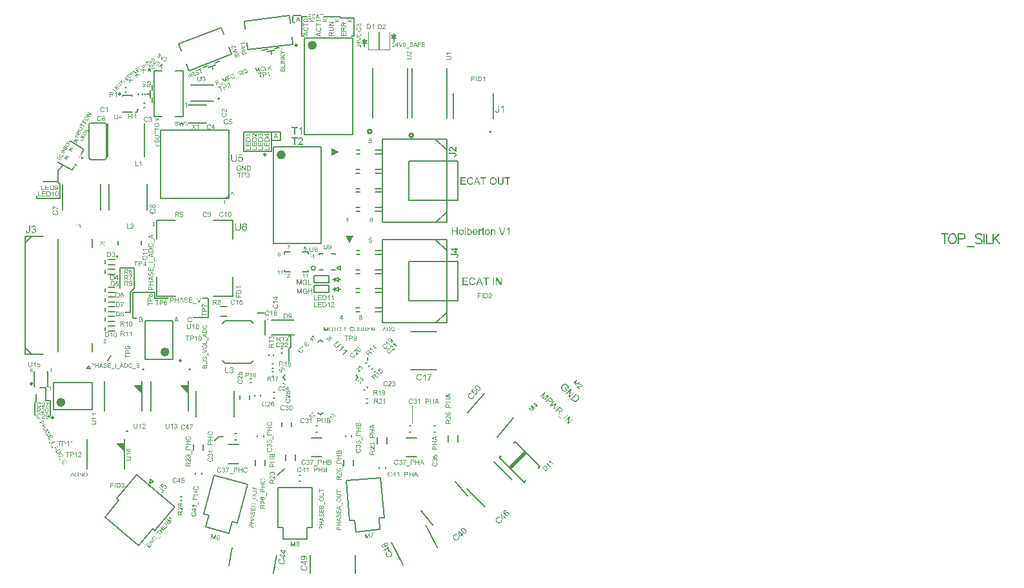
<source format=gto>
G04*
G04 #@! TF.GenerationSoftware,Altium Limited,Altium Designer,24.1.2 (44)*
G04*
G04 Layer_Color=65535*
%FSLAX44Y44*%
%MOMM*%
G71*
G04*
G04 #@! TF.SameCoordinates,3E41DE66-C22E-4A43-A9AF-2340ABB4EF3F*
G04*
G04*
G04 #@! TF.FilePolarity,Positive*
G04*
G01*
G75*
%ADD10C,0.1524*%
%ADD11C,0.2000*%
%ADD12C,0.6000*%
%ADD13C,0.2500*%
%ADD14C,0.1300*%
%ADD15C,0.2540*%
%ADD16C,0.2100*%
%ADD17C,0.1200*%
%ADD18C,0.1016*%
%ADD19C,0.1000*%
%ADD20C,0.1778*%
G36*
X-240639Y-174840D02*
Y-179806D01*
X-248160D01*
X-248465D01*
X-248971Y-180145D01*
X-249204Y-180707D01*
X-249085Y-181304D01*
X-248870Y-181520D01*
Y-181520D01*
X-240639Y-189750D01*
Y-213785D01*
Y-213985D01*
X-240486Y-214354D01*
X-240204Y-214636D01*
X-239835Y-214789D01*
X-239635D01*
X-239436D01*
X-239067Y-214636D01*
X-238784Y-214354D01*
X-238632Y-213985D01*
Y-213785D01*
D01*
Y-174840D01*
Y-174424D01*
X-239220Y-173836D01*
X-240051D01*
X-240639Y-174424D01*
Y-174840D01*
Y-174840D01*
D02*
G37*
G36*
X-217779Y-98640D02*
Y-103606D01*
X-225300D01*
X-225604D01*
X-226111Y-103945D01*
X-226344Y-104507D01*
X-226225Y-105105D01*
X-226010Y-105320D01*
Y-105320D01*
X-217779Y-113550D01*
Y-137585D01*
Y-137785D01*
X-217626Y-138154D01*
X-217344Y-138436D01*
X-216975Y-138589D01*
X-216775D01*
X-216576D01*
X-216207Y-138436D01*
X-215924Y-138154D01*
X-215772Y-137785D01*
Y-137585D01*
D01*
Y-98640D01*
Y-98224D01*
X-216360Y-97636D01*
X-217191D01*
X-217779Y-98224D01*
Y-98640D01*
Y-98640D01*
D02*
G37*
G36*
X-156819D02*
Y-103606D01*
X-164340D01*
X-164645D01*
X-165151Y-103945D01*
X-165384Y-104507D01*
X-165265Y-105105D01*
X-165050Y-105320D01*
Y-105320D01*
X-156819Y-113550D01*
Y-137585D01*
Y-137785D01*
X-156666Y-138154D01*
X-156384Y-138436D01*
X-156015Y-138589D01*
X-155815D01*
X-155616D01*
X-155247Y-138436D01*
X-154964Y-138154D01*
X-154812Y-137785D01*
Y-137585D01*
D01*
Y-98640D01*
Y-98224D01*
X-155400Y-97636D01*
X-156231D01*
X-156819Y-98224D01*
Y-98640D01*
Y-98640D01*
D02*
G37*
G36*
X285772Y-190195D02*
X288826Y-193248D01*
X268178Y-213896D01*
X265125Y-210842D01*
X285772Y-190195D01*
D02*
G37*
G36*
X50800Y92710D02*
X55880Y82550D01*
X60960Y92710D01*
X50800D01*
D01*
D02*
G37*
G36*
X32037Y197542D02*
X42197Y202622D01*
X32037Y207702D01*
Y197542D01*
D01*
D02*
G37*
G36*
X17149Y-241914D02*
X22173D01*
Y-242667D01*
X17149D01*
Y-244544D01*
X16478D01*
Y-240030D01*
X17149D01*
Y-241914D01*
D02*
G37*
G36*
X19910Y-245375D02*
X19984D01*
X20066Y-245379D01*
X20161Y-245387D01*
X20259Y-245395D01*
X20366Y-245408D01*
X20478Y-245420D01*
X20704Y-245453D01*
X20819Y-245478D01*
X20926Y-245502D01*
X21033Y-245535D01*
X21132Y-245568D01*
X21136Y-245572D01*
X21152Y-245576D01*
X21181Y-245589D01*
X21214Y-245605D01*
X21259Y-245630D01*
X21309Y-245655D01*
X21362Y-245688D01*
X21424Y-245729D01*
X21490Y-245774D01*
X21556Y-245823D01*
X21621Y-245881D01*
X21691Y-245947D01*
X21761Y-246017D01*
X21827Y-246091D01*
X21893Y-246177D01*
X21955Y-246268D01*
X21959Y-246272D01*
X21967Y-246292D01*
X21984Y-246321D01*
X22004Y-246358D01*
X22029Y-246412D01*
X22053Y-246469D01*
X22082Y-246543D01*
X22111Y-246622D01*
X22140Y-246716D01*
X22169Y-246815D01*
X22194Y-246922D01*
X22218Y-247041D01*
X22239Y-247169D01*
X22255Y-247305D01*
X22263Y-247445D01*
X22267Y-247597D01*
Y-247675D01*
X22263Y-247729D01*
X22259Y-247798D01*
X22251Y-247877D01*
X22243Y-247967D01*
X22235Y-248062D01*
X22218Y-248165D01*
X22202Y-248272D01*
X22177Y-248379D01*
X22152Y-248490D01*
X22119Y-248597D01*
X22082Y-248708D01*
X22041Y-248811D01*
X21992Y-248909D01*
X21988Y-248913D01*
X21979Y-248930D01*
X21963Y-248959D01*
X21943Y-248992D01*
X21914Y-249033D01*
X21877Y-249082D01*
X21835Y-249132D01*
X21790Y-249189D01*
X21737Y-249247D01*
X21675Y-249309D01*
X21613Y-249370D01*
X21539Y-249428D01*
X21465Y-249485D01*
X21379Y-249539D01*
X21292Y-249588D01*
X21198Y-249634D01*
X21189Y-249638D01*
X21173Y-249642D01*
X21144Y-249654D01*
X21103Y-249667D01*
X21049Y-249683D01*
X20984Y-249699D01*
X20910Y-249720D01*
X20823Y-249741D01*
X20724Y-249761D01*
X20617Y-249782D01*
X20502Y-249798D01*
X20375Y-249815D01*
X20239Y-249827D01*
X20091Y-249839D01*
X19934Y-249844D01*
X19770Y-249848D01*
X16478D01*
Y-249095D01*
X19766D01*
X19774D01*
X19799D01*
X19836D01*
X19885Y-249090D01*
X19947D01*
X20017Y-249086D01*
X20095Y-249082D01*
X20181Y-249078D01*
X20268Y-249070D01*
X20358Y-249062D01*
X20539Y-249037D01*
X20626Y-249021D01*
X20712Y-249004D01*
X20790Y-248983D01*
X20860Y-248959D01*
X20864D01*
X20877Y-248951D01*
X20893Y-248942D01*
X20918Y-248930D01*
X20947Y-248918D01*
X20980Y-248897D01*
X21058Y-248848D01*
X21144Y-248782D01*
X21189Y-248745D01*
X21235Y-248700D01*
X21280Y-248654D01*
X21321Y-248601D01*
X21362Y-248547D01*
X21399Y-248486D01*
Y-248482D01*
X21407Y-248469D01*
X21416Y-248453D01*
X21428Y-248424D01*
X21445Y-248391D01*
X21461Y-248354D01*
X21477Y-248309D01*
X21494Y-248255D01*
X21510Y-248198D01*
X21527Y-248136D01*
X21543Y-248070D01*
X21560Y-247996D01*
X21572Y-247918D01*
X21580Y-247836D01*
X21584Y-247753D01*
X21589Y-247663D01*
Y-247626D01*
X21584Y-247584D01*
Y-247527D01*
X21576Y-247457D01*
X21568Y-247383D01*
X21556Y-247296D01*
X21543Y-247202D01*
X21523Y-247107D01*
X21498Y-247008D01*
X21465Y-246910D01*
X21432Y-246811D01*
X21387Y-246716D01*
X21338Y-246630D01*
X21280Y-246548D01*
X21214Y-246478D01*
X21210Y-246474D01*
X21198Y-246461D01*
X21173Y-246445D01*
X21140Y-246424D01*
X21095Y-246395D01*
X21037Y-246367D01*
X20971Y-246334D01*
X20889Y-246301D01*
X20798Y-246268D01*
X20696Y-246235D01*
X20576Y-246206D01*
X20445Y-246177D01*
X20296Y-246157D01*
X20136Y-246140D01*
X19959Y-246128D01*
X19766Y-246124D01*
X16478D01*
Y-245371D01*
X19770D01*
X19774D01*
X19778D01*
X19790D01*
X19807D01*
X19827D01*
X19852D01*
X19910Y-245375D01*
D02*
G37*
G36*
X19420Y-250835D02*
X19482D01*
X19556Y-250843D01*
X19642Y-250847D01*
X19745Y-250860D01*
X19852Y-250876D01*
X19971Y-250893D01*
X20095Y-250917D01*
X20222Y-250946D01*
X20354Y-250979D01*
X20490Y-251020D01*
X20622Y-251066D01*
X20753Y-251119D01*
X20885Y-251181D01*
X20893Y-251185D01*
X20914Y-251197D01*
X20951Y-251218D01*
X20996Y-251247D01*
X21054Y-251280D01*
X21119Y-251325D01*
X21194Y-251378D01*
X21272Y-251436D01*
X21354Y-251502D01*
X21436Y-251576D01*
X21523Y-251658D01*
X21609Y-251744D01*
X21691Y-251843D01*
X21774Y-251946D01*
X21848Y-252057D01*
X21918Y-252173D01*
X21922Y-252181D01*
X21934Y-252201D01*
X21951Y-252238D01*
X21971Y-252284D01*
X22000Y-252345D01*
X22029Y-252415D01*
X22062Y-252493D01*
X22091Y-252584D01*
X22123Y-252687D01*
X22156Y-252794D01*
X22185Y-252905D01*
X22214Y-253028D01*
X22235Y-253152D01*
X22251Y-253284D01*
X22263Y-253419D01*
X22267Y-253555D01*
Y-253592D01*
X22263Y-253633D01*
X22259Y-253691D01*
X22255Y-253761D01*
X22247Y-253843D01*
X22235Y-253938D01*
X22218Y-254037D01*
X22198Y-254148D01*
X22173Y-254263D01*
X22140Y-254382D01*
X22103Y-254501D01*
X22062Y-254625D01*
X22008Y-254752D01*
X21951Y-254876D01*
X21881Y-254995D01*
X21877Y-255004D01*
X21864Y-255024D01*
X21840Y-255057D01*
X21811Y-255098D01*
X21770Y-255152D01*
X21724Y-255213D01*
X21667Y-255279D01*
X21605Y-255353D01*
X21531Y-255427D01*
X21453Y-255510D01*
X21366Y-255588D01*
X21272Y-255666D01*
X21169Y-255744D01*
X21062Y-255818D01*
X20947Y-255888D01*
X20823Y-255954D01*
X20815Y-255958D01*
X20794Y-255966D01*
X20757Y-255983D01*
X20704Y-256003D01*
X20642Y-256028D01*
X20568Y-256057D01*
X20486Y-256086D01*
X20391Y-256114D01*
X20288Y-256147D01*
X20177Y-256176D01*
X20062Y-256205D01*
X19938Y-256230D01*
X19807Y-256250D01*
X19675Y-256267D01*
X19539Y-256275D01*
X19399Y-256279D01*
X19395D01*
X19383D01*
X19362D01*
X19338D01*
X19305Y-256275D01*
X19264D01*
X19218Y-256271D01*
X19165Y-256267D01*
X19107Y-256263D01*
X19046Y-256254D01*
X18980Y-256246D01*
X18910Y-256238D01*
X18758Y-256213D01*
X18593Y-256184D01*
X18416Y-256143D01*
X18235Y-256094D01*
X18050Y-256032D01*
X17865Y-255958D01*
X17684Y-255872D01*
X17507Y-255769D01*
X17420Y-255711D01*
X17338Y-255654D01*
X17260Y-255588D01*
X17182Y-255518D01*
X17177Y-255514D01*
X17173Y-255510D01*
X17161Y-255497D01*
X17149Y-255481D01*
X17128Y-255464D01*
X17108Y-255440D01*
X17054Y-255378D01*
X16997Y-255304D01*
X16926Y-255213D01*
X16857Y-255106D01*
X16778Y-254987D01*
X16704Y-254851D01*
X16634Y-254703D01*
X16564Y-254543D01*
X16503Y-254370D01*
X16453Y-254181D01*
X16412Y-253983D01*
X16400Y-253880D01*
X16387Y-253773D01*
X16383Y-253666D01*
X16379Y-253555D01*
Y-253518D01*
X16383Y-253477D01*
Y-253423D01*
X16392Y-253353D01*
X16400Y-253271D01*
X16412Y-253181D01*
X16424Y-253082D01*
X16445Y-252975D01*
X16470Y-252860D01*
X16503Y-252740D01*
X16540Y-252621D01*
X16581Y-252498D01*
X16634Y-252374D01*
X16692Y-252251D01*
X16758Y-252131D01*
X16762Y-252123D01*
X16774Y-252103D01*
X16795Y-252070D01*
X16828Y-252029D01*
X16865Y-251975D01*
X16910Y-251913D01*
X16968Y-251847D01*
X17029Y-251773D01*
X17099Y-251695D01*
X17177Y-251617D01*
X17264Y-251535D01*
X17359Y-251457D01*
X17461Y-251378D01*
X17568Y-251300D01*
X17684Y-251230D01*
X17807Y-251164D01*
X17815Y-251160D01*
X17836Y-251148D01*
X17873Y-251131D01*
X17926Y-251111D01*
X17988Y-251086D01*
X18066Y-251057D01*
X18153Y-251029D01*
X18252Y-250996D01*
X18359Y-250967D01*
X18478Y-250938D01*
X18601Y-250909D01*
X18737Y-250884D01*
X18877Y-250860D01*
X19025Y-250843D01*
X19177Y-250835D01*
X19334Y-250831D01*
X19338D01*
X19342D01*
X19354D01*
X19371D01*
X19391D01*
X19420Y-250835D01*
D02*
G37*
G36*
X23753Y-261204D02*
X23247D01*
Y-256571D01*
X23753D01*
Y-261204D01*
D02*
G37*
G36*
X20593Y-261513D02*
X20626D01*
X20667Y-261517D01*
X20716Y-261521D01*
X20766Y-261530D01*
X20881Y-261550D01*
X21008Y-261583D01*
X21140Y-261624D01*
X21272Y-261682D01*
X21276D01*
X21288Y-261690D01*
X21305Y-261698D01*
X21329Y-261711D01*
X21358Y-261727D01*
X21391Y-261748D01*
X21465Y-261797D01*
X21551Y-261859D01*
X21638Y-261929D01*
X21724Y-262007D01*
X21798Y-262097D01*
Y-262101D01*
X21807Y-262110D01*
X21815Y-262122D01*
X21827Y-262143D01*
X21844Y-262167D01*
X21860Y-262196D01*
X21881Y-262229D01*
X21901Y-262266D01*
X21926Y-262311D01*
X21947Y-262357D01*
X21996Y-262464D01*
X22037Y-262583D01*
X22078Y-262719D01*
Y-262723D01*
X22082Y-262735D01*
X22087Y-262756D01*
X22095Y-262785D01*
X22099Y-262822D01*
X22107Y-262867D01*
X22115Y-262916D01*
X22123Y-262974D01*
X22136Y-263036D01*
X22144Y-263106D01*
X22152Y-263184D01*
X22156Y-263262D01*
X22165Y-263348D01*
X22169Y-263439D01*
X22173Y-263538D01*
Y-265805D01*
X16478D01*
Y-263612D01*
X16482Y-263566D01*
Y-263509D01*
X16486Y-263447D01*
X16494Y-263373D01*
X16499Y-263299D01*
X16511Y-263217D01*
X16519Y-263130D01*
X16552Y-262957D01*
X16597Y-262785D01*
X16622Y-262702D01*
X16655Y-262628D01*
Y-262624D01*
X16663Y-262612D01*
X16671Y-262591D01*
X16688Y-262562D01*
X16704Y-262529D01*
X16729Y-262492D01*
X16754Y-262447D01*
X16787Y-262402D01*
X16819Y-262353D01*
X16861Y-262303D01*
X16902Y-262254D01*
X16951Y-262200D01*
X17005Y-262151D01*
X17058Y-262101D01*
X17120Y-262056D01*
X17186Y-262011D01*
X17190Y-262007D01*
X17202Y-262003D01*
X17223Y-261990D01*
X17248Y-261974D01*
X17280Y-261957D01*
X17321Y-261941D01*
X17363Y-261920D01*
X17412Y-261896D01*
X17470Y-261875D01*
X17527Y-261855D01*
X17655Y-261822D01*
X17795Y-261793D01*
X17865Y-261789D01*
X17939Y-261785D01*
X17943D01*
X17955D01*
X17976D01*
X18001Y-261789D01*
X18033D01*
X18070Y-261797D01*
X18116Y-261801D01*
X18161Y-261809D01*
X18268Y-261834D01*
X18383Y-261871D01*
X18445Y-261892D01*
X18503Y-261920D01*
X18564Y-261949D01*
X18626Y-261986D01*
X18630Y-261990D01*
X18638Y-261994D01*
X18655Y-262007D01*
X18679Y-262023D01*
X18708Y-262044D01*
X18737Y-262069D01*
X18774Y-262101D01*
X18811Y-262134D01*
X18852Y-262176D01*
X18893Y-262217D01*
X18935Y-262266D01*
X18980Y-262320D01*
X19025Y-262381D01*
X19066Y-262443D01*
X19107Y-262509D01*
X19144Y-262583D01*
Y-262579D01*
X19153Y-262558D01*
X19161Y-262533D01*
X19173Y-262496D01*
X19190Y-262455D01*
X19210Y-262406D01*
X19235Y-262348D01*
X19268Y-262291D01*
X19301Y-262225D01*
X19338Y-262159D01*
X19379Y-262093D01*
X19428Y-262027D01*
X19478Y-261966D01*
X19535Y-261900D01*
X19597Y-261842D01*
X19663Y-261789D01*
X19667Y-261785D01*
X19679Y-261776D01*
X19700Y-261764D01*
X19729Y-261744D01*
X19762Y-261723D01*
X19803Y-261698D01*
X19852Y-261674D01*
X19906Y-261649D01*
X19967Y-261624D01*
X20033Y-261595D01*
X20103Y-261575D01*
X20181Y-261554D01*
X20259Y-261534D01*
X20346Y-261521D01*
X20432Y-261513D01*
X20523Y-261509D01*
X20527D01*
X20539D01*
X20564D01*
X20593Y-261513D01*
D02*
G37*
G36*
X22173Y-271063D02*
X16478D01*
Y-266949D01*
X17149D01*
Y-270310D01*
X18893D01*
Y-267163D01*
X19564D01*
Y-270310D01*
X21502D01*
Y-266817D01*
X22173D01*
Y-271063D01*
D02*
G37*
G36*
X20642Y-272113D02*
X20683Y-272117D01*
X20729Y-272121D01*
X20782Y-272129D01*
X20844Y-272142D01*
X20905Y-272154D01*
X20975Y-272174D01*
X21045Y-272195D01*
X21119Y-272220D01*
X21194Y-272249D01*
X21272Y-272286D01*
X21346Y-272327D01*
X21424Y-272372D01*
X21428Y-272376D01*
X21440Y-272384D01*
X21461Y-272401D01*
X21490Y-272421D01*
X21523Y-272446D01*
X21564Y-272479D01*
X21605Y-272516D01*
X21650Y-272561D01*
X21700Y-272611D01*
X21749Y-272668D01*
X21802Y-272730D01*
X21856Y-272796D01*
X21905Y-272866D01*
X21955Y-272944D01*
X22000Y-273026D01*
X22045Y-273117D01*
X22049Y-273121D01*
X22053Y-273137D01*
X22066Y-273166D01*
X22078Y-273203D01*
X22095Y-273249D01*
X22115Y-273302D01*
X22136Y-273364D01*
X22156Y-273434D01*
X22177Y-273512D01*
X22198Y-273598D01*
X22214Y-273689D01*
X22235Y-273783D01*
X22247Y-273882D01*
X22259Y-273989D01*
X22263Y-274100D01*
X22267Y-274211D01*
Y-274285D01*
X22263Y-274339D01*
X22259Y-274405D01*
X22255Y-274483D01*
X22247Y-274569D01*
X22239Y-274664D01*
X22226Y-274763D01*
X22214Y-274866D01*
X22173Y-275084D01*
X22148Y-275195D01*
X22119Y-275302D01*
X22082Y-275409D01*
X22045Y-275508D01*
X22041Y-275512D01*
X22033Y-275532D01*
X22021Y-275557D01*
X22004Y-275594D01*
X21979Y-275639D01*
X21951Y-275689D01*
X21914Y-275746D01*
X21877Y-275804D01*
X21831Y-275870D01*
X21782Y-275935D01*
X21724Y-276005D01*
X21663Y-276071D01*
X21597Y-276141D01*
X21527Y-276207D01*
X21449Y-276269D01*
X21366Y-276326D01*
X21362Y-276331D01*
X21346Y-276339D01*
X21321Y-276355D01*
X21288Y-276372D01*
X21243Y-276396D01*
X21194Y-276421D01*
X21136Y-276450D01*
X21070Y-276474D01*
X20996Y-276503D01*
X20918Y-276532D01*
X20831Y-276557D01*
X20745Y-276581D01*
X20650Y-276602D01*
X20552Y-276618D01*
X20449Y-276631D01*
X20342Y-276635D01*
X20280Y-275923D01*
X20284D01*
X20301Y-275919D01*
X20321D01*
X20350Y-275911D01*
X20387Y-275907D01*
X20432Y-275898D01*
X20478Y-275886D01*
X20531Y-275874D01*
X20642Y-275845D01*
X20761Y-275804D01*
X20877Y-275754D01*
X20988Y-275693D01*
X20992Y-275689D01*
X21000Y-275684D01*
X21012Y-275672D01*
X21033Y-275656D01*
X21058Y-275639D01*
X21082Y-275614D01*
X21111Y-275586D01*
X21144Y-275553D01*
X21177Y-275516D01*
X21214Y-275471D01*
X21251Y-275425D01*
X21288Y-275372D01*
X21325Y-275318D01*
X21362Y-275257D01*
X21395Y-275191D01*
X21428Y-275121D01*
Y-275117D01*
X21436Y-275104D01*
X21445Y-275080D01*
X21453Y-275051D01*
X21465Y-275014D01*
X21482Y-274973D01*
X21498Y-274919D01*
X21510Y-274866D01*
X21527Y-274804D01*
X21543Y-274734D01*
X21556Y-274664D01*
X21572Y-274586D01*
X21589Y-274421D01*
X21597Y-274244D01*
Y-274203D01*
X21593Y-274170D01*
Y-274133D01*
X21589Y-274092D01*
X21584Y-274043D01*
X21580Y-273989D01*
X21564Y-273870D01*
X21543Y-273742D01*
X21510Y-273615D01*
X21469Y-273487D01*
Y-273483D01*
X21465Y-273471D01*
X21457Y-273454D01*
X21445Y-273434D01*
X21432Y-273405D01*
X21416Y-273376D01*
X21379Y-273302D01*
X21329Y-273224D01*
X21268Y-273141D01*
X21198Y-273063D01*
X21119Y-272997D01*
X21115D01*
X21107Y-272989D01*
X21095Y-272981D01*
X21078Y-272973D01*
X21058Y-272960D01*
X21033Y-272944D01*
X20971Y-272915D01*
X20901Y-272886D01*
X20819Y-272858D01*
X20724Y-272841D01*
X20630Y-272833D01*
X20626D01*
X20617D01*
X20605D01*
X20585Y-272837D01*
X20560D01*
X20535Y-272841D01*
X20469Y-272854D01*
X20399Y-272870D01*
X20321Y-272899D01*
X20243Y-272940D01*
X20165Y-272993D01*
X20161D01*
X20157Y-273002D01*
X20132Y-273022D01*
X20095Y-273063D01*
X20070Y-273088D01*
X20045Y-273117D01*
X20021Y-273150D01*
X19992Y-273187D01*
X19963Y-273228D01*
X19934Y-273277D01*
X19906Y-273327D01*
X19877Y-273384D01*
X19852Y-273442D01*
X19823Y-273508D01*
Y-273512D01*
X19819Y-273520D01*
X19815Y-273532D01*
X19807Y-273557D01*
X19799Y-273586D01*
X19786Y-273619D01*
X19774Y-273664D01*
X19757Y-273718D01*
X19737Y-273783D01*
X19716Y-273853D01*
X19696Y-273936D01*
X19671Y-274030D01*
X19642Y-274133D01*
X19613Y-274252D01*
X19581Y-274380D01*
X19548Y-274520D01*
Y-274524D01*
X19543Y-274528D01*
Y-274541D01*
X19539Y-274553D01*
X19527Y-274594D01*
X19515Y-274648D01*
X19498Y-274709D01*
X19478Y-274783D01*
X19457Y-274866D01*
X19432Y-274948D01*
X19379Y-275129D01*
X19317Y-275310D01*
X19284Y-275396D01*
X19251Y-275479D01*
X19223Y-275549D01*
X19190Y-275614D01*
X19186Y-275619D01*
X19181Y-275631D01*
X19169Y-275651D01*
X19153Y-275680D01*
X19132Y-275713D01*
X19103Y-275754D01*
X19074Y-275795D01*
X19042Y-275845D01*
X18967Y-275944D01*
X18877Y-276042D01*
X18774Y-276141D01*
X18716Y-276182D01*
X18659Y-276224D01*
X18655Y-276228D01*
X18642Y-276232D01*
X18626Y-276240D01*
X18601Y-276252D01*
X18572Y-276269D01*
X18540Y-276285D01*
X18498Y-276302D01*
X18453Y-276322D01*
X18400Y-276339D01*
X18346Y-276359D01*
X18227Y-276388D01*
X18095Y-276413D01*
X18025Y-276417D01*
X17951Y-276421D01*
X17947D01*
X17931D01*
X17910D01*
X17877Y-276417D01*
X17840Y-276413D01*
X17795Y-276409D01*
X17745Y-276400D01*
X17688Y-276392D01*
X17626Y-276376D01*
X17564Y-276363D01*
X17499Y-276343D01*
X17428Y-276318D01*
X17359Y-276289D01*
X17289Y-276256D01*
X17214Y-276219D01*
X17145Y-276178D01*
X17141Y-276174D01*
X17128Y-276166D01*
X17108Y-276154D01*
X17083Y-276133D01*
X17050Y-276108D01*
X17017Y-276075D01*
X16976Y-276038D01*
X16935Y-275997D01*
X16889Y-275952D01*
X16840Y-275898D01*
X16795Y-275841D01*
X16746Y-275775D01*
X16700Y-275705D01*
X16655Y-275631D01*
X16614Y-275553D01*
X16577Y-275466D01*
X16573Y-275462D01*
X16568Y-275446D01*
X16560Y-275421D01*
X16544Y-275384D01*
X16531Y-275339D01*
X16515Y-275289D01*
X16494Y-275228D01*
X16478Y-275158D01*
X16457Y-275084D01*
X16441Y-275005D01*
X16424Y-274919D01*
X16408Y-274829D01*
X16396Y-274730D01*
X16387Y-274631D01*
X16383Y-274528D01*
X16379Y-274421D01*
Y-274359D01*
X16383Y-274314D01*
Y-274261D01*
X16392Y-274195D01*
X16396Y-274125D01*
X16404Y-274043D01*
X16416Y-273960D01*
X16429Y-273870D01*
X16466Y-273685D01*
X16490Y-273586D01*
X16515Y-273491D01*
X16548Y-273397D01*
X16585Y-273306D01*
X16589Y-273302D01*
X16593Y-273286D01*
X16606Y-273261D01*
X16622Y-273228D01*
X16643Y-273187D01*
X16671Y-273141D01*
X16700Y-273088D01*
X16737Y-273034D01*
X16774Y-272973D01*
X16819Y-272915D01*
X16869Y-272854D01*
X16922Y-272792D01*
X16980Y-272730D01*
X17046Y-272672D01*
X17112Y-272615D01*
X17186Y-272565D01*
X17190Y-272561D01*
X17202Y-272553D01*
X17227Y-272541D01*
X17256Y-272524D01*
X17293Y-272504D01*
X17338Y-272479D01*
X17387Y-272458D01*
X17445Y-272430D01*
X17507Y-272405D01*
X17577Y-272380D01*
X17651Y-272356D01*
X17729Y-272335D01*
X17811Y-272314D01*
X17898Y-272298D01*
X17988Y-272290D01*
X18079Y-272281D01*
X18132Y-273006D01*
X18124D01*
X18108Y-273010D01*
X18079Y-273014D01*
X18042Y-273022D01*
X18001Y-273030D01*
X17947Y-273043D01*
X17889Y-273059D01*
X17828Y-273080D01*
X17762Y-273100D01*
X17696Y-273129D01*
X17630Y-273162D01*
X17560Y-273199D01*
X17494Y-273240D01*
X17433Y-273290D01*
X17371Y-273343D01*
X17317Y-273401D01*
X17313Y-273405D01*
X17305Y-273417D01*
X17293Y-273434D01*
X17272Y-273462D01*
X17252Y-273500D01*
X17231Y-273541D01*
X17206Y-273590D01*
X17177Y-273648D01*
X17153Y-273713D01*
X17128Y-273787D01*
X17108Y-273870D01*
X17083Y-273956D01*
X17066Y-274055D01*
X17054Y-274158D01*
X17046Y-274269D01*
X17042Y-274388D01*
Y-274454D01*
X17046Y-274499D01*
X17050Y-274557D01*
X17054Y-274619D01*
X17062Y-274693D01*
X17075Y-274767D01*
X17103Y-274931D01*
X17124Y-275014D01*
X17149Y-275096D01*
X17177Y-275174D01*
X17210Y-275252D01*
X17248Y-275322D01*
X17293Y-275384D01*
X17297Y-275388D01*
X17305Y-275396D01*
X17317Y-275413D01*
X17338Y-275433D01*
X17363Y-275454D01*
X17392Y-275483D01*
X17424Y-275508D01*
X17461Y-275536D01*
X17503Y-275565D01*
X17552Y-275594D01*
X17655Y-275643D01*
X17708Y-275664D01*
X17770Y-275680D01*
X17832Y-275689D01*
X17898Y-275693D01*
X17902D01*
X17910D01*
X17926D01*
X17947Y-275689D01*
X17976Y-275684D01*
X18005Y-275680D01*
X18075Y-275664D01*
X18157Y-275639D01*
X18239Y-275602D01*
X18284Y-275578D01*
X18326Y-275544D01*
X18367Y-275512D01*
X18404Y-275475D01*
X18408Y-275471D01*
X18412Y-275462D01*
X18424Y-275450D01*
X18437Y-275425D01*
X18457Y-275396D01*
X18478Y-275355D01*
X18503Y-275310D01*
X18531Y-275252D01*
X18560Y-275182D01*
X18593Y-275104D01*
X18626Y-275010D01*
X18663Y-274907D01*
X18700Y-274787D01*
X18737Y-274656D01*
X18774Y-274508D01*
X18815Y-274343D01*
Y-274339D01*
X18819Y-274331D01*
Y-274318D01*
X18823Y-274302D01*
X18828Y-274281D01*
X18836Y-274257D01*
X18848Y-274195D01*
X18869Y-274121D01*
X18889Y-274034D01*
X18910Y-273940D01*
X18939Y-273841D01*
X18992Y-273631D01*
X19021Y-273528D01*
X19054Y-273425D01*
X19083Y-273327D01*
X19116Y-273236D01*
X19144Y-273154D01*
X19173Y-273084D01*
X19177Y-273080D01*
X19186Y-273063D01*
X19198Y-273034D01*
X19214Y-273002D01*
X19239Y-272960D01*
X19264Y-272915D01*
X19297Y-272862D01*
X19334Y-272804D01*
X19371Y-272747D01*
X19416Y-272685D01*
X19515Y-272561D01*
X19630Y-272446D01*
X19692Y-272397D01*
X19757Y-272347D01*
X19762Y-272343D01*
X19774Y-272335D01*
X19794Y-272327D01*
X19819Y-272310D01*
X19852Y-272294D01*
X19893Y-272273D01*
X19938Y-272249D01*
X19988Y-272228D01*
X20045Y-272207D01*
X20107Y-272183D01*
X20173Y-272162D01*
X20247Y-272146D01*
X20321Y-272129D01*
X20399Y-272117D01*
X20478Y-272113D01*
X20564Y-272109D01*
X20568D01*
X20585D01*
X20609D01*
X20642Y-272113D01*
D02*
G37*
G36*
X22173Y-277841D02*
X20449Y-278499D01*
Y-280890D01*
X22173Y-281511D01*
Y-282305D01*
X16478Y-280120D01*
Y-279314D01*
X22173Y-276985D01*
Y-277841D01*
D02*
G37*
G36*
Y-283696D02*
X19490D01*
Y-286650D01*
X22173D01*
Y-287403D01*
X16478D01*
Y-286650D01*
X18819D01*
Y-283696D01*
X16478D01*
Y-282943D01*
X22173D01*
Y-283696D01*
D02*
G37*
G36*
X18198Y-288395D02*
X18247Y-288399D01*
X18313Y-288403D01*
X18383Y-288416D01*
X18465Y-288428D01*
X18552Y-288449D01*
X18647Y-288473D01*
X18745Y-288506D01*
X18848Y-288543D01*
X18951Y-288589D01*
X19054Y-288642D01*
X19157Y-288704D01*
X19260Y-288774D01*
X19354Y-288856D01*
X19358Y-288860D01*
X19375Y-288876D01*
X19399Y-288905D01*
X19432Y-288946D01*
X19469Y-289000D01*
X19515Y-289066D01*
X19560Y-289144D01*
X19605Y-289239D01*
X19650Y-289346D01*
X19696Y-289465D01*
X19741Y-289605D01*
X19778Y-289753D01*
X19811Y-289922D01*
X19823Y-290012D01*
X19836Y-290107D01*
X19844Y-290206D01*
X19852Y-290308D01*
X19856Y-290415D01*
Y-291983D01*
X22173D01*
Y-292736D01*
X16478D01*
Y-290452D01*
X16482Y-290395D01*
Y-290337D01*
X16486Y-290271D01*
X16490Y-290131D01*
X16503Y-289988D01*
X16515Y-289848D01*
X16527Y-289782D01*
X16536Y-289724D01*
Y-289720D01*
X16540Y-289704D01*
X16544Y-289683D01*
X16548Y-289654D01*
X16556Y-289617D01*
X16568Y-289576D01*
X16581Y-289531D01*
X16593Y-289477D01*
X16630Y-289366D01*
X16680Y-289251D01*
X16733Y-289132D01*
X16803Y-289021D01*
X16807Y-289016D01*
X16811Y-289008D01*
X16824Y-288992D01*
X16840Y-288975D01*
X16857Y-288951D01*
X16881Y-288922D01*
X16910Y-288889D01*
X16943Y-288856D01*
X16980Y-288823D01*
X17021Y-288786D01*
X17116Y-288708D01*
X17227Y-288634D01*
X17350Y-288564D01*
X17354Y-288560D01*
X17367Y-288556D01*
X17387Y-288547D01*
X17412Y-288535D01*
X17445Y-288523D01*
X17486Y-288510D01*
X17531Y-288494D01*
X17581Y-288477D01*
X17634Y-288461D01*
X17696Y-288444D01*
X17758Y-288432D01*
X17828Y-288420D01*
X17972Y-288399D01*
X18128Y-288391D01*
X18136D01*
X18161D01*
X18198Y-288395D01*
D02*
G37*
G36*
X40009Y-242930D02*
X45033D01*
Y-243683D01*
X40009D01*
Y-245560D01*
X39338D01*
Y-241046D01*
X40009D01*
Y-242930D01*
D02*
G37*
G36*
X42770Y-246391D02*
X42844D01*
X42926Y-246395D01*
X43021Y-246403D01*
X43120Y-246411D01*
X43226Y-246424D01*
X43338Y-246436D01*
X43564Y-246469D01*
X43679Y-246494D01*
X43786Y-246518D01*
X43893Y-246551D01*
X43992Y-246584D01*
X43996Y-246588D01*
X44012Y-246592D01*
X44041Y-246605D01*
X44074Y-246621D01*
X44119Y-246646D01*
X44169Y-246671D01*
X44222Y-246703D01*
X44284Y-246745D01*
X44350Y-246790D01*
X44416Y-246839D01*
X44482Y-246897D01*
X44551Y-246963D01*
X44621Y-247033D01*
X44687Y-247107D01*
X44753Y-247193D01*
X44815Y-247284D01*
X44819Y-247288D01*
X44827Y-247308D01*
X44844Y-247337D01*
X44864Y-247374D01*
X44889Y-247428D01*
X44914Y-247485D01*
X44942Y-247559D01*
X44971Y-247638D01*
X45000Y-247732D01*
X45029Y-247831D01*
X45054Y-247938D01*
X45078Y-248057D01*
X45099Y-248185D01*
X45115Y-248321D01*
X45123Y-248461D01*
X45128Y-248613D01*
Y-248691D01*
X45123Y-248745D01*
X45119Y-248814D01*
X45111Y-248893D01*
X45103Y-248983D01*
X45095Y-249078D01*
X45078Y-249181D01*
X45062Y-249288D01*
X45037Y-249395D01*
X45012Y-249506D01*
X44979Y-249613D01*
X44942Y-249724D01*
X44901Y-249827D01*
X44852Y-249925D01*
X44848Y-249930D01*
X44840Y-249946D01*
X44823Y-249975D01*
X44802Y-250008D01*
X44774Y-250049D01*
X44737Y-250098D01*
X44696Y-250148D01*
X44650Y-250205D01*
X44597Y-250263D01*
X44535Y-250325D01*
X44473Y-250386D01*
X44399Y-250444D01*
X44325Y-250501D01*
X44239Y-250555D01*
X44152Y-250604D01*
X44058Y-250650D01*
X44049Y-250654D01*
X44033Y-250658D01*
X44004Y-250670D01*
X43963Y-250683D01*
X43910Y-250699D01*
X43844Y-250716D01*
X43770Y-250736D01*
X43683Y-250757D01*
X43584Y-250777D01*
X43478Y-250798D01*
X43362Y-250814D01*
X43235Y-250831D01*
X43099Y-250843D01*
X42951Y-250855D01*
X42794Y-250860D01*
X42630Y-250864D01*
X39338D01*
Y-250111D01*
X42626D01*
X42634D01*
X42659D01*
X42696D01*
X42745Y-250107D01*
X42807D01*
X42877Y-250102D01*
X42955Y-250098D01*
X43041Y-250094D01*
X43128Y-250086D01*
X43218Y-250078D01*
X43399Y-250053D01*
X43486Y-250037D01*
X43572Y-250020D01*
X43650Y-250000D01*
X43720Y-249975D01*
X43724D01*
X43737Y-249967D01*
X43753Y-249958D01*
X43778Y-249946D01*
X43807Y-249934D01*
X43840Y-249913D01*
X43918Y-249864D01*
X44004Y-249798D01*
X44049Y-249761D01*
X44095Y-249716D01*
X44140Y-249670D01*
X44181Y-249617D01*
X44222Y-249563D01*
X44259Y-249502D01*
Y-249498D01*
X44268Y-249485D01*
X44276Y-249469D01*
X44288Y-249440D01*
X44305Y-249407D01*
X44321Y-249370D01*
X44338Y-249325D01*
X44354Y-249271D01*
X44370Y-249214D01*
X44387Y-249152D01*
X44403Y-249086D01*
X44420Y-249012D01*
X44432Y-248934D01*
X44440Y-248852D01*
X44444Y-248769D01*
X44449Y-248679D01*
Y-248642D01*
X44444Y-248601D01*
Y-248543D01*
X44436Y-248473D01*
X44428Y-248399D01*
X44416Y-248312D01*
X44403Y-248218D01*
X44383Y-248123D01*
X44358Y-248024D01*
X44325Y-247926D01*
X44292Y-247827D01*
X44247Y-247732D01*
X44198Y-247646D01*
X44140Y-247563D01*
X44074Y-247494D01*
X44070Y-247489D01*
X44058Y-247477D01*
X44033Y-247461D01*
X44000Y-247440D01*
X43955Y-247411D01*
X43897Y-247383D01*
X43831Y-247350D01*
X43749Y-247317D01*
X43658Y-247284D01*
X43556Y-247251D01*
X43436Y-247222D01*
X43305Y-247193D01*
X43156Y-247173D01*
X42996Y-247156D01*
X42819Y-247144D01*
X42626Y-247140D01*
X39338D01*
Y-246387D01*
X42630D01*
X42634D01*
X42638D01*
X42650D01*
X42667D01*
X42687D01*
X42712D01*
X42770Y-246391D01*
D02*
G37*
G36*
X42280Y-251851D02*
X42342D01*
X42416Y-251859D01*
X42502Y-251863D01*
X42605Y-251876D01*
X42712Y-251892D01*
X42832Y-251909D01*
X42955Y-251933D01*
X43082Y-251962D01*
X43214Y-251995D01*
X43350Y-252036D01*
X43482Y-252082D01*
X43613Y-252135D01*
X43745Y-252197D01*
X43753Y-252201D01*
X43774Y-252213D01*
X43811Y-252234D01*
X43856Y-252263D01*
X43914Y-252296D01*
X43980Y-252341D01*
X44054Y-252394D01*
X44132Y-252452D01*
X44214Y-252518D01*
X44296Y-252592D01*
X44383Y-252674D01*
X44469Y-252761D01*
X44551Y-252859D01*
X44634Y-252962D01*
X44708Y-253073D01*
X44778Y-253188D01*
X44782Y-253197D01*
X44794Y-253217D01*
X44811Y-253254D01*
X44831Y-253300D01*
X44860Y-253361D01*
X44889Y-253431D01*
X44922Y-253509D01*
X44951Y-253600D01*
X44984Y-253703D01*
X45016Y-253810D01*
X45045Y-253921D01*
X45074Y-254044D01*
X45095Y-254168D01*
X45111Y-254300D01*
X45123Y-254435D01*
X45128Y-254571D01*
Y-254608D01*
X45123Y-254649D01*
X45119Y-254707D01*
X45115Y-254777D01*
X45107Y-254859D01*
X45095Y-254954D01*
X45078Y-255053D01*
X45058Y-255164D01*
X45033Y-255279D01*
X45000Y-255398D01*
X44963Y-255517D01*
X44922Y-255641D01*
X44868Y-255768D01*
X44811Y-255892D01*
X44741Y-256011D01*
X44737Y-256019D01*
X44724Y-256040D01*
X44700Y-256073D01*
X44671Y-256114D01*
X44630Y-256168D01*
X44584Y-256229D01*
X44527Y-256295D01*
X44465Y-256369D01*
X44391Y-256443D01*
X44313Y-256526D01*
X44226Y-256604D01*
X44132Y-256682D01*
X44029Y-256760D01*
X43922Y-256834D01*
X43807Y-256904D01*
X43683Y-256970D01*
X43675Y-256974D01*
X43654Y-256982D01*
X43617Y-256999D01*
X43564Y-257019D01*
X43502Y-257044D01*
X43428Y-257073D01*
X43346Y-257102D01*
X43251Y-257130D01*
X43148Y-257163D01*
X43037Y-257192D01*
X42922Y-257221D01*
X42799Y-257246D01*
X42667Y-257266D01*
X42535Y-257283D01*
X42399Y-257291D01*
X42259Y-257295D01*
X42255D01*
X42243D01*
X42222D01*
X42198D01*
X42165Y-257291D01*
X42124D01*
X42078Y-257287D01*
X42025Y-257283D01*
X41967Y-257279D01*
X41906Y-257270D01*
X41840Y-257262D01*
X41770Y-257254D01*
X41618Y-257229D01*
X41453Y-257200D01*
X41276Y-257159D01*
X41095Y-257110D01*
X40910Y-257048D01*
X40725Y-256974D01*
X40544Y-256888D01*
X40367Y-256785D01*
X40280Y-256727D01*
X40198Y-256670D01*
X40120Y-256604D01*
X40042Y-256534D01*
X40037Y-256530D01*
X40033Y-256526D01*
X40021Y-256513D01*
X40009Y-256497D01*
X39988Y-256480D01*
X39968Y-256456D01*
X39914Y-256394D01*
X39857Y-256320D01*
X39787Y-256229D01*
X39717Y-256122D01*
X39638Y-256003D01*
X39564Y-255867D01*
X39494Y-255719D01*
X39424Y-255559D01*
X39363Y-255386D01*
X39313Y-255196D01*
X39272Y-254999D01*
X39260Y-254896D01*
X39248Y-254789D01*
X39243Y-254682D01*
X39239Y-254571D01*
Y-254534D01*
X39243Y-254493D01*
Y-254439D01*
X39252Y-254369D01*
X39260Y-254287D01*
X39272Y-254197D01*
X39285Y-254098D01*
X39305Y-253991D01*
X39330Y-253876D01*
X39363Y-253756D01*
X39400Y-253637D01*
X39441Y-253514D01*
X39494Y-253390D01*
X39552Y-253267D01*
X39618Y-253147D01*
X39622Y-253139D01*
X39634Y-253118D01*
X39655Y-253086D01*
X39688Y-253044D01*
X39725Y-252991D01*
X39770Y-252929D01*
X39828Y-252863D01*
X39889Y-252789D01*
X39959Y-252711D01*
X40037Y-252633D01*
X40124Y-252551D01*
X40219Y-252472D01*
X40321Y-252394D01*
X40428Y-252316D01*
X40544Y-252246D01*
X40667Y-252180D01*
X40675Y-252176D01*
X40696Y-252164D01*
X40733Y-252147D01*
X40786Y-252127D01*
X40848Y-252102D01*
X40926Y-252073D01*
X41013Y-252045D01*
X41111Y-252012D01*
X41219Y-251983D01*
X41338Y-251954D01*
X41461Y-251925D01*
X41597Y-251901D01*
X41737Y-251876D01*
X41885Y-251859D01*
X42037Y-251851D01*
X42194Y-251847D01*
X42198D01*
X42202D01*
X42214D01*
X42231D01*
X42251D01*
X42280Y-251851D01*
D02*
G37*
G36*
X46613Y-262220D02*
X46107D01*
Y-257587D01*
X46613D01*
Y-262220D01*
D02*
G37*
G36*
X45033Y-262945D02*
X43309Y-263603D01*
Y-265994D01*
X45033Y-266615D01*
Y-267409D01*
X39338Y-265224D01*
Y-264418D01*
X45033Y-262089D01*
Y-262945D01*
D02*
G37*
G36*
Y-272080D02*
X39338D01*
Y-267965D01*
X40009D01*
Y-271327D01*
X41753D01*
Y-268179D01*
X42424D01*
Y-271327D01*
X44362D01*
Y-267833D01*
X45033D01*
Y-272080D01*
D02*
G37*
G36*
X43502Y-273129D02*
X43543Y-273133D01*
X43589Y-273137D01*
X43642Y-273145D01*
X43704Y-273158D01*
X43766Y-273170D01*
X43836Y-273190D01*
X43905Y-273211D01*
X43980Y-273236D01*
X44054Y-273265D01*
X44132Y-273302D01*
X44206Y-273343D01*
X44284Y-273388D01*
X44288Y-273392D01*
X44300Y-273400D01*
X44321Y-273417D01*
X44350Y-273437D01*
X44383Y-273462D01*
X44424Y-273495D01*
X44465Y-273532D01*
X44510Y-273577D01*
X44560Y-273627D01*
X44609Y-273684D01*
X44662Y-273746D01*
X44716Y-273812D01*
X44765Y-273882D01*
X44815Y-273960D01*
X44860Y-274042D01*
X44905Y-274133D01*
X44909Y-274137D01*
X44914Y-274153D01*
X44926Y-274182D01*
X44938Y-274219D01*
X44955Y-274265D01*
X44975Y-274318D01*
X44996Y-274380D01*
X45016Y-274450D01*
X45037Y-274528D01*
X45058Y-274614D01*
X45074Y-274705D01*
X45095Y-274799D01*
X45107Y-274898D01*
X45119Y-275005D01*
X45123Y-275116D01*
X45128Y-275227D01*
Y-275301D01*
X45123Y-275355D01*
X45119Y-275421D01*
X45115Y-275499D01*
X45107Y-275585D01*
X45099Y-275680D01*
X45086Y-275779D01*
X45074Y-275882D01*
X45033Y-276100D01*
X45008Y-276211D01*
X44979Y-276318D01*
X44942Y-276425D01*
X44905Y-276523D01*
X44901Y-276528D01*
X44893Y-276548D01*
X44881Y-276573D01*
X44864Y-276610D01*
X44840Y-276655D01*
X44811Y-276705D01*
X44774Y-276762D01*
X44737Y-276820D01*
X44691Y-276886D01*
X44642Y-276951D01*
X44584Y-277021D01*
X44523Y-277087D01*
X44457Y-277157D01*
X44387Y-277223D01*
X44309Y-277285D01*
X44226Y-277342D01*
X44222Y-277346D01*
X44206Y-277355D01*
X44181Y-277371D01*
X44148Y-277388D01*
X44103Y-277412D01*
X44054Y-277437D01*
X43996Y-277466D01*
X43930Y-277491D01*
X43856Y-277519D01*
X43778Y-277548D01*
X43692Y-277573D01*
X43605Y-277598D01*
X43510Y-277618D01*
X43412Y-277635D01*
X43309Y-277647D01*
X43202Y-277651D01*
X43140Y-276939D01*
X43144D01*
X43161Y-276935D01*
X43181D01*
X43210Y-276927D01*
X43247Y-276923D01*
X43292Y-276914D01*
X43338Y-276902D01*
X43391Y-276890D01*
X43502Y-276861D01*
X43622Y-276820D01*
X43737Y-276770D01*
X43848Y-276709D01*
X43852Y-276705D01*
X43860Y-276700D01*
X43872Y-276688D01*
X43893Y-276672D01*
X43918Y-276655D01*
X43942Y-276630D01*
X43971Y-276602D01*
X44004Y-276569D01*
X44037Y-276532D01*
X44074Y-276486D01*
X44111Y-276441D01*
X44148Y-276388D01*
X44185Y-276334D01*
X44222Y-276273D01*
X44255Y-276207D01*
X44288Y-276137D01*
Y-276133D01*
X44296Y-276120D01*
X44305Y-276096D01*
X44313Y-276067D01*
X44325Y-276030D01*
X44342Y-275989D01*
X44358Y-275935D01*
X44370Y-275882D01*
X44387Y-275820D01*
X44403Y-275750D01*
X44416Y-275680D01*
X44432Y-275602D01*
X44449Y-275437D01*
X44457Y-275260D01*
Y-275219D01*
X44453Y-275186D01*
Y-275149D01*
X44449Y-275108D01*
X44444Y-275059D01*
X44440Y-275005D01*
X44424Y-274886D01*
X44403Y-274758D01*
X44370Y-274631D01*
X44329Y-274503D01*
Y-274499D01*
X44325Y-274487D01*
X44317Y-274470D01*
X44305Y-274450D01*
X44292Y-274421D01*
X44276Y-274392D01*
X44239Y-274318D01*
X44189Y-274240D01*
X44128Y-274158D01*
X44058Y-274079D01*
X43980Y-274014D01*
X43975D01*
X43967Y-274005D01*
X43955Y-273997D01*
X43938Y-273989D01*
X43918Y-273976D01*
X43893Y-273960D01*
X43831Y-273931D01*
X43761Y-273902D01*
X43679Y-273874D01*
X43584Y-273857D01*
X43490Y-273849D01*
X43486D01*
X43478D01*
X43465D01*
X43445Y-273853D01*
X43420D01*
X43395Y-273857D01*
X43329Y-273869D01*
X43259Y-273886D01*
X43181Y-273915D01*
X43103Y-273956D01*
X43025Y-274009D01*
X43021D01*
X43017Y-274018D01*
X42992Y-274038D01*
X42955Y-274079D01*
X42930Y-274104D01*
X42906Y-274133D01*
X42881Y-274166D01*
X42852Y-274203D01*
X42823Y-274244D01*
X42794Y-274293D01*
X42766Y-274343D01*
X42737Y-274400D01*
X42712Y-274458D01*
X42683Y-274524D01*
Y-274528D01*
X42679Y-274536D01*
X42675Y-274548D01*
X42667Y-274573D01*
X42659Y-274602D01*
X42646Y-274635D01*
X42634Y-274680D01*
X42618Y-274734D01*
X42597Y-274799D01*
X42576Y-274869D01*
X42556Y-274952D01*
X42531Y-275046D01*
X42502Y-275149D01*
X42474Y-275268D01*
X42441Y-275396D01*
X42408Y-275536D01*
Y-275540D01*
X42403Y-275544D01*
Y-275557D01*
X42399Y-275569D01*
X42387Y-275610D01*
X42375Y-275664D01*
X42358Y-275725D01*
X42338Y-275799D01*
X42317Y-275882D01*
X42292Y-275964D01*
X42239Y-276145D01*
X42177Y-276326D01*
X42144Y-276412D01*
X42111Y-276495D01*
X42083Y-276565D01*
X42050Y-276630D01*
X42045Y-276635D01*
X42041Y-276647D01*
X42029Y-276667D01*
X42013Y-276696D01*
X41992Y-276729D01*
X41963Y-276770D01*
X41934Y-276812D01*
X41901Y-276861D01*
X41827Y-276960D01*
X41737Y-277058D01*
X41634Y-277157D01*
X41576Y-277198D01*
X41519Y-277239D01*
X41515Y-277244D01*
X41502Y-277248D01*
X41486Y-277256D01*
X41461Y-277268D01*
X41432Y-277285D01*
X41399Y-277301D01*
X41358Y-277318D01*
X41313Y-277338D01*
X41260Y-277355D01*
X41206Y-277375D01*
X41087Y-277404D01*
X40955Y-277429D01*
X40885Y-277433D01*
X40811Y-277437D01*
X40807D01*
X40791D01*
X40770D01*
X40737Y-277433D01*
X40700Y-277429D01*
X40655Y-277425D01*
X40605Y-277416D01*
X40548Y-277408D01*
X40486Y-277392D01*
X40424Y-277379D01*
X40359Y-277359D01*
X40289Y-277334D01*
X40219Y-277305D01*
X40149Y-277272D01*
X40075Y-277235D01*
X40005Y-277194D01*
X40001Y-277190D01*
X39988Y-277182D01*
X39968Y-277169D01*
X39943Y-277149D01*
X39910Y-277124D01*
X39877Y-277091D01*
X39836Y-277054D01*
X39795Y-277013D01*
X39750Y-276968D01*
X39700Y-276914D01*
X39655Y-276857D01*
X39606Y-276791D01*
X39560Y-276721D01*
X39515Y-276647D01*
X39474Y-276569D01*
X39437Y-276482D01*
X39433Y-276478D01*
X39429Y-276462D01*
X39420Y-276437D01*
X39404Y-276400D01*
X39392Y-276355D01*
X39375Y-276305D01*
X39355Y-276244D01*
X39338Y-276174D01*
X39317Y-276100D01*
X39301Y-276021D01*
X39285Y-275935D01*
X39268Y-275845D01*
X39256Y-275746D01*
X39248Y-275647D01*
X39243Y-275544D01*
X39239Y-275437D01*
Y-275375D01*
X39243Y-275330D01*
Y-275277D01*
X39252Y-275211D01*
X39256Y-275141D01*
X39264Y-275059D01*
X39276Y-274976D01*
X39289Y-274886D01*
X39326Y-274701D01*
X39350Y-274602D01*
X39375Y-274507D01*
X39408Y-274413D01*
X39445Y-274322D01*
X39449Y-274318D01*
X39453Y-274301D01*
X39466Y-274277D01*
X39482Y-274244D01*
X39503Y-274203D01*
X39531Y-274158D01*
X39560Y-274104D01*
X39597Y-274051D01*
X39634Y-273989D01*
X39680Y-273931D01*
X39729Y-273869D01*
X39782Y-273808D01*
X39840Y-273746D01*
X39906Y-273688D01*
X39972Y-273631D01*
X40046Y-273581D01*
X40050Y-273577D01*
X40062Y-273569D01*
X40087Y-273557D01*
X40116Y-273540D01*
X40153Y-273520D01*
X40198Y-273495D01*
X40247Y-273474D01*
X40305Y-273446D01*
X40367Y-273421D01*
X40437Y-273396D01*
X40511Y-273372D01*
X40589Y-273351D01*
X40671Y-273330D01*
X40758Y-273314D01*
X40848Y-273306D01*
X40939Y-273298D01*
X40992Y-274022D01*
X40984D01*
X40967Y-274026D01*
X40939Y-274030D01*
X40902Y-274038D01*
X40861Y-274046D01*
X40807Y-274059D01*
X40749Y-274075D01*
X40688Y-274096D01*
X40622Y-274116D01*
X40556Y-274145D01*
X40490Y-274178D01*
X40420Y-274215D01*
X40354Y-274256D01*
X40293Y-274306D01*
X40231Y-274359D01*
X40177Y-274417D01*
X40173Y-274421D01*
X40165Y-274433D01*
X40153Y-274450D01*
X40132Y-274478D01*
X40112Y-274515D01*
X40091Y-274557D01*
X40066Y-274606D01*
X40037Y-274664D01*
X40013Y-274729D01*
X39988Y-274804D01*
X39968Y-274886D01*
X39943Y-274972D01*
X39926Y-275071D01*
X39914Y-275174D01*
X39906Y-275285D01*
X39902Y-275404D01*
Y-275470D01*
X39906Y-275515D01*
X39910Y-275573D01*
X39914Y-275635D01*
X39922Y-275709D01*
X39935Y-275783D01*
X39963Y-275947D01*
X39984Y-276030D01*
X40009Y-276112D01*
X40037Y-276190D01*
X40070Y-276268D01*
X40107Y-276338D01*
X40153Y-276400D01*
X40157Y-276404D01*
X40165Y-276412D01*
X40177Y-276429D01*
X40198Y-276449D01*
X40223Y-276470D01*
X40251Y-276499D01*
X40284Y-276523D01*
X40321Y-276552D01*
X40363Y-276581D01*
X40412Y-276610D01*
X40515Y-276659D01*
X40568Y-276680D01*
X40630Y-276696D01*
X40692Y-276705D01*
X40758Y-276709D01*
X40762D01*
X40770D01*
X40786D01*
X40807Y-276705D01*
X40836Y-276700D01*
X40865Y-276696D01*
X40935Y-276680D01*
X41017Y-276655D01*
X41099Y-276618D01*
X41144Y-276593D01*
X41185Y-276560D01*
X41227Y-276528D01*
X41264Y-276491D01*
X41268Y-276486D01*
X41272Y-276478D01*
X41284Y-276466D01*
X41297Y-276441D01*
X41317Y-276412D01*
X41338Y-276371D01*
X41363Y-276326D01*
X41391Y-276268D01*
X41420Y-276198D01*
X41453Y-276120D01*
X41486Y-276026D01*
X41523Y-275923D01*
X41560Y-275803D01*
X41597Y-275672D01*
X41634Y-275524D01*
X41675Y-275359D01*
Y-275355D01*
X41679Y-275347D01*
Y-275334D01*
X41683Y-275318D01*
X41687Y-275297D01*
X41696Y-275273D01*
X41708Y-275211D01*
X41729Y-275137D01*
X41749Y-275050D01*
X41770Y-274956D01*
X41799Y-274857D01*
X41852Y-274647D01*
X41881Y-274544D01*
X41914Y-274441D01*
X41943Y-274343D01*
X41976Y-274252D01*
X42004Y-274170D01*
X42033Y-274100D01*
X42037Y-274096D01*
X42045Y-274079D01*
X42058Y-274051D01*
X42074Y-274018D01*
X42099Y-273976D01*
X42124Y-273931D01*
X42157Y-273878D01*
X42194Y-273820D01*
X42231Y-273762D01*
X42276Y-273701D01*
X42375Y-273577D01*
X42490Y-273462D01*
X42552Y-273413D01*
X42618Y-273363D01*
X42622Y-273359D01*
X42634Y-273351D01*
X42655Y-273343D01*
X42679Y-273326D01*
X42712Y-273310D01*
X42753Y-273289D01*
X42799Y-273265D01*
X42848Y-273244D01*
X42906Y-273223D01*
X42967Y-273199D01*
X43033Y-273178D01*
X43107Y-273162D01*
X43181Y-273145D01*
X43259Y-273133D01*
X43338Y-273129D01*
X43424Y-273125D01*
X43428D01*
X43445D01*
X43469D01*
X43502Y-273129D01*
D02*
G37*
G36*
X45033Y-278857D02*
X43309Y-279515D01*
Y-281906D01*
X45033Y-282527D01*
Y-283321D01*
X39338Y-281136D01*
Y-280330D01*
X45033Y-278001D01*
Y-278857D01*
D02*
G37*
G36*
Y-284712D02*
X42350D01*
Y-287666D01*
X45033D01*
Y-288419D01*
X39338D01*
Y-287666D01*
X41679D01*
Y-284712D01*
X39338D01*
Y-283959D01*
X45033D01*
Y-284712D01*
D02*
G37*
G36*
X41058Y-289411D02*
X41107Y-289415D01*
X41173Y-289419D01*
X41243Y-289432D01*
X41325Y-289444D01*
X41412Y-289464D01*
X41507Y-289489D01*
X41605Y-289522D01*
X41708Y-289559D01*
X41811Y-289604D01*
X41914Y-289658D01*
X42017Y-289720D01*
X42120Y-289790D01*
X42214Y-289872D01*
X42218Y-289876D01*
X42235Y-289893D01*
X42259Y-289921D01*
X42292Y-289962D01*
X42330Y-290016D01*
X42375Y-290082D01*
X42420Y-290160D01*
X42465Y-290255D01*
X42510Y-290362D01*
X42556Y-290481D01*
X42601Y-290621D01*
X42638Y-290769D01*
X42671Y-290938D01*
X42683Y-291028D01*
X42696Y-291123D01*
X42704Y-291222D01*
X42712Y-291324D01*
X42716Y-291431D01*
Y-292999D01*
X45033D01*
Y-293752D01*
X39338D01*
Y-291469D01*
X39342Y-291411D01*
Y-291353D01*
X39346Y-291287D01*
X39350Y-291147D01*
X39363Y-291003D01*
X39375Y-290864D01*
X39387Y-290798D01*
X39396Y-290740D01*
Y-290736D01*
X39400Y-290720D01*
X39404Y-290699D01*
X39408Y-290670D01*
X39416Y-290633D01*
X39429Y-290592D01*
X39441Y-290547D01*
X39453Y-290493D01*
X39490Y-290382D01*
X39540Y-290267D01*
X39593Y-290148D01*
X39663Y-290037D01*
X39667Y-290032D01*
X39671Y-290024D01*
X39684Y-290008D01*
X39700Y-289991D01*
X39717Y-289967D01*
X39741Y-289938D01*
X39770Y-289905D01*
X39803Y-289872D01*
X39840Y-289839D01*
X39881Y-289802D01*
X39976Y-289724D01*
X40087Y-289650D01*
X40210Y-289580D01*
X40214Y-289576D01*
X40227Y-289571D01*
X40247Y-289563D01*
X40272Y-289551D01*
X40305Y-289539D01*
X40346Y-289526D01*
X40391Y-289510D01*
X40441Y-289493D01*
X40494Y-289477D01*
X40556Y-289460D01*
X40618Y-289448D01*
X40688Y-289436D01*
X40832Y-289415D01*
X40988Y-289407D01*
X40996D01*
X41021D01*
X41058Y-289411D01*
D02*
G37*
G36*
X-207068Y321143D02*
X-207402Y320565D01*
X-209376Y321705D01*
X-210407Y320528D01*
X-210401Y320530D01*
X-210378Y320530D01*
X-210348Y320532D01*
X-210300Y320533D01*
X-210248Y320532D01*
X-210186Y320533D01*
X-210114Y320525D01*
X-210035Y320522D01*
X-209951Y320512D01*
X-209863Y320499D01*
X-209770Y320479D01*
X-209680Y320455D01*
X-209582Y320427D01*
X-209488Y320392D01*
X-209389Y320349D01*
X-209298Y320301D01*
X-209270Y320285D01*
X-209236Y320261D01*
X-209195Y320232D01*
X-209142Y320192D01*
X-209084Y320145D01*
X-209018Y320087D01*
X-208950Y320024D01*
X-208880Y319955D01*
X-208809Y319872D01*
X-208741Y319785D01*
X-208673Y319688D01*
X-208611Y319582D01*
X-208551Y319471D01*
X-208503Y319348D01*
X-208463Y319221D01*
X-208462Y319215D01*
X-208458Y319189D01*
X-208447Y319150D01*
X-208439Y319097D01*
X-208432Y319036D01*
X-208424Y318960D01*
X-208421Y318873D01*
X-208420Y318777D01*
X-208426Y318676D01*
X-208436Y318568D01*
X-208452Y318449D01*
X-208474Y318329D01*
X-208513Y318204D01*
X-208556Y318072D01*
X-208612Y317943D01*
X-208682Y317812D01*
X-208684Y317809D01*
X-208686Y317805D01*
X-208693Y317795D01*
X-208699Y317784D01*
X-208723Y317750D01*
X-208753Y317706D01*
X-208792Y317647D01*
X-208841Y317586D01*
X-208895Y317517D01*
X-208961Y317446D01*
X-209033Y317369D01*
X-209112Y317291D01*
X-209200Y317213D01*
X-209291Y317137D01*
X-209395Y317064D01*
X-209504Y316999D01*
X-209620Y316938D01*
X-209741Y316884D01*
X-209752Y316881D01*
X-209777Y316872D01*
X-209822Y316859D01*
X-209880Y316841D01*
X-209957Y316823D01*
X-210042Y316806D01*
X-210141Y316792D01*
X-210252Y316780D01*
X-210374Y316775D01*
X-210501Y316777D01*
X-210637Y316789D01*
X-210781Y316810D01*
X-210927Y316847D01*
X-211077Y316891D01*
X-211230Y316955D01*
X-211384Y317034D01*
X-211412Y317051D01*
X-211446Y317075D01*
X-211490Y317105D01*
X-211545Y317142D01*
X-211607Y317192D01*
X-211675Y317245D01*
X-211745Y317305D01*
X-211819Y317376D01*
X-211893Y317452D01*
X-211969Y317534D01*
X-212041Y317623D01*
X-212106Y317717D01*
X-212170Y317821D01*
X-212220Y317931D01*
X-212265Y318042D01*
X-212267Y318048D01*
X-212273Y318070D01*
X-212282Y318104D01*
X-212294Y318149D01*
X-212303Y318207D01*
X-212316Y318276D01*
X-212324Y318352D01*
X-212332Y318437D01*
X-212335Y318529D01*
X-212332Y318627D01*
X-212327Y318734D01*
X-212315Y318845D01*
X-212291Y318960D01*
X-212260Y319080D01*
X-212223Y319201D01*
X-212172Y319323D01*
X-211507Y319011D01*
X-211509Y319007D01*
X-211515Y318987D01*
X-211524Y318964D01*
X-211535Y318928D01*
X-211547Y318882D01*
X-211563Y318830D01*
X-211578Y318771D01*
X-211591Y318708D01*
X-211612Y318573D01*
X-211622Y318498D01*
X-211627Y318424D01*
X-211624Y318347D01*
X-211619Y318273D01*
X-211605Y318198D01*
X-211586Y318125D01*
X-211584Y318119D01*
X-211581Y318108D01*
X-211573Y318089D01*
X-211560Y318063D01*
X-211545Y318030D01*
X-211525Y317990D01*
X-211504Y317954D01*
X-211477Y317910D01*
X-211448Y317861D01*
X-211409Y317814D01*
X-211371Y317764D01*
X-211325Y317713D01*
X-211276Y317666D01*
X-211221Y317620D01*
X-211161Y317576D01*
X-211096Y317533D01*
X-211074Y317521D01*
X-211051Y317512D01*
X-211019Y317494D01*
X-210979Y317480D01*
X-210928Y317461D01*
X-210872Y317442D01*
X-210811Y317426D01*
X-210746Y317407D01*
X-210673Y317394D01*
X-210596Y317387D01*
X-210513Y317382D01*
X-210432Y317383D01*
X-210341Y317392D01*
X-210252Y317407D01*
X-210162Y317431D01*
X-210156Y317433D01*
X-210139Y317437D01*
X-210112Y317450D01*
X-210080Y317465D01*
X-210037Y317483D01*
X-209989Y317507D01*
X-209934Y317537D01*
X-209875Y317574D01*
X-209815Y317620D01*
X-209749Y317668D01*
X-209683Y317725D01*
X-209613Y317789D01*
X-209546Y317864D01*
X-209480Y317945D01*
X-209416Y318032D01*
X-209355Y318129D01*
X-209350Y318136D01*
X-209342Y318151D01*
X-209329Y318181D01*
X-209309Y318217D01*
X-209288Y318262D01*
X-209264Y318319D01*
X-209244Y318379D01*
X-209217Y318449D01*
X-209198Y318524D01*
X-209179Y318598D01*
X-209165Y318680D01*
X-209152Y318768D01*
X-209145Y318854D01*
X-209147Y318941D01*
X-209157Y319032D01*
X-209174Y319118D01*
X-209175Y319123D01*
X-209180Y319140D01*
X-209186Y319163D01*
X-209200Y319195D01*
X-209214Y319236D01*
X-209236Y319282D01*
X-209261Y319329D01*
X-209290Y319385D01*
X-209327Y319444D01*
X-209370Y319502D01*
X-209414Y319565D01*
X-209469Y319626D01*
X-209534Y319687D01*
X-209604Y319746D01*
X-209680Y319804D01*
X-209763Y319857D01*
X-209792Y319874D01*
X-209815Y319883D01*
X-209840Y319897D01*
X-209874Y319912D01*
X-209909Y319927D01*
X-209952Y319942D01*
X-210042Y319975D01*
X-210145Y320002D01*
X-210257Y320023D01*
X-210373Y320028D01*
X-210376Y320030D01*
X-210387Y320027D01*
X-210402Y320027D01*
X-210426Y320026D01*
X-210485Y320022D01*
X-210561Y320014D01*
X-210647Y319997D01*
X-210741Y319975D01*
X-210840Y319942D01*
X-210937Y319898D01*
X-211464Y320302D01*
X-209524Y322560D01*
X-207068Y321143D01*
D02*
G37*
G36*
X-205791Y320491D02*
X-206582Y316167D01*
X-206580Y316162D01*
X-206585Y316145D01*
X-206592Y316116D01*
X-206600Y316078D01*
X-206606Y316034D01*
X-206619Y315980D01*
X-206630Y315919D01*
X-206641Y315850D01*
X-206658Y315779D01*
X-206674Y315703D01*
X-206710Y315543D01*
X-206746Y315373D01*
X-206789Y315208D01*
X-206787Y315212D01*
X-206775Y315224D01*
X-206755Y315241D01*
X-206728Y315264D01*
X-206695Y315297D01*
X-206660Y315333D01*
X-206613Y315373D01*
X-206568Y315418D01*
X-206513Y315463D01*
X-206459Y315516D01*
X-206395Y315570D01*
X-206334Y315625D01*
X-206198Y315746D01*
X-206054Y315863D01*
X-202652Y318678D01*
X-201985Y318293D01*
X-206764Y314477D01*
X-207438Y314865D01*
X-206500Y320900D01*
X-205791Y320491D01*
D02*
G37*
G36*
X-200834Y317424D02*
X-200760Y317420D01*
X-200685Y317410D01*
X-200603Y317396D01*
X-200514Y317377D01*
X-200423Y317353D01*
X-200325Y317326D01*
X-200228Y317288D01*
X-200131Y317242D01*
X-200030Y317188D01*
X-199990Y317165D01*
X-199964Y317145D01*
X-199932Y317127D01*
X-199891Y317099D01*
X-199852Y317067D01*
X-199807Y317031D01*
X-199710Y316951D01*
X-199609Y316855D01*
X-199510Y316746D01*
X-199468Y316688D01*
X-199427Y316626D01*
X-199424Y316624D01*
X-199417Y316611D01*
X-199409Y316592D01*
X-199394Y316569D01*
X-199379Y316537D01*
X-199363Y316499D01*
X-199340Y316457D01*
X-199321Y316408D01*
X-199279Y316299D01*
X-199244Y316169D01*
X-199216Y316029D01*
X-199203Y315879D01*
X-199201Y315874D01*
X-199204Y315861D01*
X-199204Y315837D01*
X-199202Y315807D01*
X-199200Y315769D01*
X-199203Y315723D01*
X-199204Y315671D01*
X-199210Y315612D01*
X-199214Y315548D01*
X-199221Y315477D01*
X-199232Y315402D01*
X-199240Y315321D01*
X-199254Y315239D01*
X-199274Y315155D01*
X-199294Y315063D01*
X-199318Y314972D01*
X-199320Y314968D01*
X-199327Y314948D01*
X-199332Y314923D01*
X-199346Y314883D01*
X-199363Y314836D01*
X-199383Y314777D01*
X-199408Y314710D01*
X-199438Y314632D01*
X-199473Y314548D01*
X-199513Y314453D01*
X-199558Y314350D01*
X-199611Y314243D01*
X-199667Y314128D01*
X-199730Y314003D01*
X-199799Y313876D01*
X-199877Y313741D01*
X-199879Y313737D01*
X-199883Y313730D01*
X-199889Y313719D01*
X-199900Y313701D01*
X-199910Y313684D01*
X-199924Y313659D01*
X-199944Y313632D01*
X-199963Y313600D01*
X-200010Y313527D01*
X-200063Y313444D01*
X-200120Y313353D01*
X-200186Y313254D01*
X-200261Y313150D01*
X-200337Y313042D01*
X-200503Y312829D01*
X-200592Y312724D01*
X-200683Y312624D01*
X-200776Y312530D01*
X-200867Y312445D01*
X-200875Y312440D01*
X-200889Y312424D01*
X-200914Y312405D01*
X-200951Y312375D01*
X-200997Y312344D01*
X-201049Y312303D01*
X-201110Y312262D01*
X-201174Y312218D01*
X-201247Y312175D01*
X-201329Y312132D01*
X-201410Y312089D01*
X-201498Y312044D01*
X-201590Y312007D01*
X-201684Y311976D01*
X-201780Y311951D01*
X-201877Y311931D01*
X-201883Y311929D01*
X-201901Y311930D01*
X-201927Y311926D01*
X-201968Y311921D01*
X-202016Y311921D01*
X-202069Y311918D01*
X-202134Y311922D01*
X-202202Y311928D01*
X-202282Y311936D01*
X-202364Y311951D01*
X-202450Y311967D01*
X-202541Y311991D01*
X-202637Y312022D01*
X-202734Y312059D01*
X-202833Y312102D01*
X-202934Y312156D01*
X-202967Y312175D01*
X-203000Y312199D01*
X-203048Y312231D01*
X-203104Y312273D01*
X-203167Y312329D01*
X-203234Y312386D01*
X-203307Y312457D01*
X-203382Y312533D01*
X-203451Y312621D01*
X-203521Y312713D01*
X-203588Y312819D01*
X-203648Y312929D01*
X-203698Y313048D01*
X-203738Y313176D01*
X-203765Y313310D01*
X-203763Y313314D01*
X-203764Y313320D01*
X-203765Y313334D01*
X-203770Y313351D01*
X-203770Y313375D01*
X-203772Y313405D01*
X-203774Y313435D01*
X-203772Y313471D01*
X-203771Y313514D01*
X-203772Y313561D01*
X-203767Y313611D01*
X-203764Y313666D01*
X-203756Y313728D01*
X-203749Y313791D01*
X-203741Y313862D01*
X-203729Y313931D01*
X-203714Y314008D01*
X-203700Y314090D01*
X-203680Y314174D01*
X-203656Y314264D01*
X-203632Y314355D01*
X-203601Y314451D01*
X-203573Y314549D01*
X-203535Y314655D01*
X-203494Y314760D01*
X-203450Y314868D01*
X-203403Y314983D01*
X-203350Y315100D01*
X-203295Y315220D01*
X-203230Y315339D01*
X-203165Y315468D01*
X-203091Y315596D01*
X-203089Y315600D01*
X-203085Y315607D01*
X-203079Y315618D01*
X-203069Y315636D01*
X-203056Y315657D01*
X-203042Y315682D01*
X-203022Y315708D01*
X-203003Y315741D01*
X-202959Y315810D01*
X-202906Y315893D01*
X-202847Y315987D01*
X-202780Y316087D01*
X-202705Y316191D01*
X-202629Y316299D01*
X-202461Y316515D01*
X-202372Y316621D01*
X-202281Y316720D01*
X-202192Y316816D01*
X-202100Y316901D01*
X-202093Y316906D01*
X-202079Y316922D01*
X-202054Y316941D01*
X-202017Y316972D01*
X-201971Y317002D01*
X-201919Y317043D01*
X-201857Y317084D01*
X-201790Y317126D01*
X-201721Y317171D01*
X-201639Y317215D01*
X-201555Y317261D01*
X-201470Y317302D01*
X-201377Y317339D01*
X-201283Y317370D01*
X-201188Y317396D01*
X-201091Y317416D01*
X-201085Y317417D01*
X-201064Y317420D01*
X-201038Y317424D01*
X-201000Y317425D01*
X-200952Y317426D01*
X-200895Y317426D01*
X-200834Y317424D01*
D02*
G37*
G36*
X-175738Y-280341D02*
X-176206Y-280899D01*
X-179856Y-277836D01*
X-177272Y-282169D01*
X-177711Y-282692D01*
X-182479Y-280834D01*
X-178766Y-283950D01*
X-179235Y-284508D01*
X-183597Y-280847D01*
X-182870Y-279980D01*
X-178913Y-281539D01*
X-178904Y-281541D01*
X-178889Y-281548D01*
X-178862Y-281560D01*
X-178825Y-281575D01*
X-178777Y-281594D01*
X-178725Y-281616D01*
X-178668Y-281637D01*
X-178604Y-281663D01*
X-178471Y-281716D01*
X-178335Y-281771D01*
X-178268Y-281800D01*
X-178204Y-281827D01*
X-178147Y-281848D01*
X-178092Y-281873D01*
X-178095Y-281870D01*
X-178102Y-281859D01*
X-178110Y-281842D01*
X-178123Y-281820D01*
X-178143Y-281793D01*
X-178167Y-281756D01*
X-178191Y-281715D01*
X-178221Y-281668D01*
X-178255Y-281612D01*
X-178290Y-281551D01*
X-178331Y-281485D01*
X-178378Y-281413D01*
X-178426Y-281329D01*
X-178480Y-281247D01*
X-178535Y-281152D01*
X-178596Y-281052D01*
X-180754Y-277459D01*
X-180100Y-276680D01*
X-175738Y-280341D01*
D02*
G37*
G36*
X-184041Y-282355D02*
X-183958Y-282365D01*
X-183952Y-282365D01*
X-183937Y-282367D01*
X-183916Y-282374D01*
X-183884Y-282379D01*
X-183845Y-282391D01*
X-183797Y-282404D01*
X-183743Y-282417D01*
X-183689Y-282435D01*
X-183628Y-282459D01*
X-183562Y-282483D01*
X-183495Y-282512D01*
X-183428Y-282547D01*
X-183357Y-282584D01*
X-183286Y-282628D01*
X-183218Y-282680D01*
X-183149Y-282733D01*
X-183142Y-282738D01*
X-183130Y-282749D01*
X-183107Y-282773D01*
X-183073Y-282802D01*
X-183040Y-282840D01*
X-182998Y-282886D01*
X-182956Y-282938D01*
X-182909Y-282998D01*
X-182863Y-283064D01*
X-182816Y-283136D01*
X-182771Y-283217D01*
X-182728Y-283301D01*
X-182691Y-283391D01*
X-182662Y-283485D01*
X-182636Y-283587D01*
X-182621Y-283691D01*
X-182620Y-283697D01*
X-182619Y-283715D01*
X-182619Y-283747D01*
X-182618Y-283790D01*
X-182619Y-283843D01*
X-182625Y-283908D01*
X-182631Y-283978D01*
X-182641Y-284061D01*
X-182659Y-284153D01*
X-182680Y-284249D01*
X-182715Y-284354D01*
X-182749Y-284465D01*
X-182797Y-284580D01*
X-182851Y-284701D01*
X-182919Y-284827D01*
X-182995Y-284957D01*
X-182992Y-284953D01*
X-182981Y-284952D01*
X-182967Y-284942D01*
X-182944Y-284935D01*
X-182919Y-284924D01*
X-182888Y-284912D01*
X-182817Y-284886D01*
X-182738Y-284855D01*
X-182653Y-284830D01*
X-182570Y-284808D01*
X-182487Y-284792D01*
X-182481Y-284792D01*
X-182467Y-284788D01*
X-182440Y-284788D01*
X-182409Y-284783D01*
X-182365Y-284782D01*
X-182318Y-284778D01*
X-182260Y-284773D01*
X-182196Y-284773D01*
X-182126Y-284772D01*
X-182050Y-284772D01*
X-181969Y-284770D01*
X-181884Y-284772D01*
X-181793Y-284778D01*
X-181699Y-284782D01*
X-181502Y-284802D01*
X-179684Y-285044D01*
X-180290Y-285765D01*
X-181682Y-285581D01*
X-181687Y-285581D01*
X-181708Y-285580D01*
X-181741Y-285574D01*
X-181779Y-285569D01*
X-181832Y-285562D01*
X-181891Y-285555D01*
X-181956Y-285549D01*
X-182024Y-285541D01*
X-182177Y-285525D01*
X-182336Y-285509D01*
X-182489Y-285499D01*
X-182562Y-285497D01*
X-182630Y-285494D01*
X-182635Y-285495D01*
X-182644Y-285492D01*
X-182662Y-285494D01*
X-182688Y-285493D01*
X-182752Y-285493D01*
X-182828Y-285494D01*
X-182915Y-285502D01*
X-183005Y-285507D01*
X-183092Y-285520D01*
X-183169Y-285541D01*
X-183177Y-285545D01*
X-183200Y-285553D01*
X-183237Y-285565D01*
X-183282Y-285586D01*
X-183332Y-285608D01*
X-183391Y-285634D01*
X-183447Y-285668D01*
X-183505Y-285705D01*
X-183508Y-285708D01*
X-183524Y-285721D01*
X-183548Y-285744D01*
X-183581Y-285770D01*
X-183621Y-285812D01*
X-183672Y-285866D01*
X-183731Y-285929D01*
X-184357Y-286676D01*
X-182419Y-288303D01*
X-182903Y-288880D01*
X-187266Y-285219D01*
X-185597Y-283230D01*
X-185562Y-283195D01*
X-185519Y-283145D01*
X-185469Y-283090D01*
X-185415Y-283033D01*
X-185351Y-282969D01*
X-185286Y-282905D01*
X-185219Y-282838D01*
X-185073Y-282708D01*
X-185002Y-282649D01*
X-184928Y-282593D01*
X-184853Y-282543D01*
X-184781Y-282502D01*
X-184778Y-282499D01*
X-184764Y-282494D01*
X-184745Y-282484D01*
X-184717Y-282470D01*
X-184683Y-282455D01*
X-184640Y-282443D01*
X-184592Y-282424D01*
X-184541Y-282408D01*
X-184481Y-282394D01*
X-184418Y-282376D01*
X-184349Y-282365D01*
X-184277Y-282355D01*
X-184201Y-282355D01*
X-184123Y-282351D01*
X-184041Y-282355D01*
D02*
G37*
G36*
X-187514Y-286558D02*
X-189674Y-289133D01*
X-188338Y-290255D01*
X-186315Y-287843D01*
X-185801Y-288275D01*
X-187824Y-290686D01*
X-186339Y-291932D01*
X-184094Y-289256D01*
X-183580Y-289687D01*
X-186310Y-292940D01*
X-190672Y-289279D01*
X-188027Y-286127D01*
X-187514Y-286558D01*
D02*
G37*
G36*
X-187127Y-293914D02*
X-187611Y-294491D01*
X-189666Y-292766D01*
X-191565Y-295029D01*
X-189510Y-296754D01*
X-189994Y-297331D01*
X-194357Y-293670D01*
X-193873Y-293093D01*
X-192079Y-294598D01*
X-190180Y-292335D01*
X-191974Y-290830D01*
X-191490Y-290253D01*
X-187127Y-293914D01*
D02*
G37*
G36*
X-194359Y-294716D02*
X-195570Y-296159D01*
X-191721Y-299389D01*
X-192205Y-299966D01*
X-196054Y-296736D01*
X-197260Y-298174D01*
X-197774Y-297743D01*
X-194872Y-294285D01*
X-194359Y-294716D01*
D02*
G37*
G36*
X-200712Y-302389D02*
X-200597Y-302394D01*
X-200476Y-302410D01*
X-200352Y-302428D01*
X-200218Y-302454D01*
X-200083Y-302492D01*
X-199942Y-302535D01*
X-199803Y-302593D01*
X-200147Y-303272D01*
X-200156Y-303270D01*
X-200174Y-303260D01*
X-200204Y-303250D01*
X-200249Y-303234D01*
X-200300Y-303218D01*
X-200360Y-303200D01*
X-200432Y-303183D01*
X-200507Y-303163D01*
X-200587Y-303144D01*
X-200673Y-303131D01*
X-200759Y-303118D01*
X-200853Y-303109D01*
X-200944Y-303108D01*
X-201034Y-303107D01*
X-201124Y-303118D01*
X-201213Y-303134D01*
X-201219Y-303135D01*
X-201233Y-303139D01*
X-201256Y-303147D01*
X-201290Y-303156D01*
X-201330Y-303171D01*
X-201378Y-303190D01*
X-201431Y-303215D01*
X-201490Y-303240D01*
X-201551Y-303275D01*
X-201615Y-303313D01*
X-201684Y-303357D01*
X-201753Y-303406D01*
X-201827Y-303463D01*
X-201897Y-303527D01*
X-201967Y-303597D01*
X-202039Y-303677D01*
X-202078Y-303724D01*
X-202104Y-303761D01*
X-202138Y-303808D01*
X-202174Y-303864D01*
X-202216Y-303926D01*
X-202253Y-303996D01*
X-202296Y-304073D01*
X-202336Y-304153D01*
X-202375Y-304238D01*
X-202414Y-304329D01*
X-202444Y-304422D01*
X-202467Y-304520D01*
X-202491Y-304619D01*
X-202502Y-304722D01*
X-202502Y-304728D01*
X-202506Y-304746D01*
X-202504Y-304775D01*
X-202503Y-304813D01*
X-202502Y-304862D01*
X-202500Y-304918D01*
X-202494Y-304981D01*
X-202488Y-305051D01*
X-202476Y-305126D01*
X-202463Y-305206D01*
X-202441Y-305289D01*
X-202413Y-305377D01*
X-202385Y-305465D01*
X-202348Y-305555D01*
X-202305Y-305645D01*
X-202253Y-305737D01*
X-202250Y-305740D01*
X-202239Y-305759D01*
X-202222Y-305784D01*
X-202202Y-305817D01*
X-202172Y-305858D01*
X-202139Y-305908D01*
X-202096Y-305960D01*
X-202050Y-306020D01*
X-202001Y-306083D01*
X-201945Y-306151D01*
X-201886Y-306222D01*
X-201822Y-306292D01*
X-201684Y-306435D01*
X-201607Y-306504D01*
X-201528Y-306576D01*
X-201522Y-306581D01*
X-201503Y-306597D01*
X-201475Y-306621D01*
X-201431Y-306652D01*
X-201381Y-306689D01*
X-201322Y-306733D01*
X-201256Y-306783D01*
X-201185Y-306832D01*
X-201101Y-306886D01*
X-201014Y-306943D01*
X-200827Y-307046D01*
X-200729Y-307102D01*
X-200628Y-307149D01*
X-200525Y-307192D01*
X-200422Y-307230D01*
X-200417Y-307229D01*
X-200398Y-307240D01*
X-200371Y-307246D01*
X-200330Y-307254D01*
X-200282Y-307267D01*
X-200222Y-307280D01*
X-200157Y-307292D01*
X-200086Y-307303D01*
X-200010Y-307308D01*
X-199928Y-307312D01*
X-199839Y-307316D01*
X-199752Y-307314D01*
X-199659Y-307306D01*
X-199567Y-307292D01*
X-199475Y-307273D01*
X-199381Y-307244D01*
X-199376Y-307244D01*
X-199359Y-307236D01*
X-199333Y-307225D01*
X-199300Y-307211D01*
X-199257Y-307192D01*
X-199207Y-307170D01*
X-199154Y-307139D01*
X-199095Y-307108D01*
X-199028Y-307073D01*
X-198965Y-307029D01*
X-198893Y-306982D01*
X-198825Y-306933D01*
X-198754Y-306874D01*
X-198686Y-306812D01*
X-198619Y-306745D01*
X-198555Y-306675D01*
X-198536Y-306653D01*
X-198518Y-306625D01*
X-198489Y-306591D01*
X-198461Y-306544D01*
X-198428Y-306492D01*
X-198387Y-306430D01*
X-198352Y-306362D01*
X-198314Y-306286D01*
X-198278Y-306204D01*
X-198242Y-306116D01*
X-198209Y-306026D01*
X-198182Y-305930D01*
X-198162Y-305829D01*
X-198150Y-305726D01*
X-198142Y-305620D01*
X-198143Y-305614D01*
X-198141Y-305593D01*
X-198144Y-305564D01*
X-198151Y-305521D01*
X-198155Y-305469D01*
X-198164Y-305408D01*
X-198179Y-305337D01*
X-198197Y-305262D01*
X-198222Y-305177D01*
X-198250Y-305089D01*
X-198285Y-304990D01*
X-198331Y-304892D01*
X-198378Y-304788D01*
X-198440Y-304682D01*
X-198508Y-304577D01*
X-198587Y-304467D01*
X-197959Y-304012D01*
X-197955Y-304015D01*
X-197952Y-304023D01*
X-197945Y-304034D01*
X-197935Y-304048D01*
X-197922Y-304064D01*
X-197905Y-304089D01*
X-197871Y-304144D01*
X-197830Y-304217D01*
X-197785Y-304298D01*
X-197735Y-304393D01*
X-197685Y-304499D01*
X-197631Y-304614D01*
X-197583Y-304736D01*
X-197539Y-304863D01*
X-197498Y-305000D01*
X-197465Y-305140D01*
X-197441Y-305284D01*
X-197429Y-305429D01*
X-197424Y-305578D01*
X-197426Y-305586D01*
X-197427Y-305613D01*
X-197429Y-305654D01*
X-197439Y-305710D01*
X-197448Y-305778D01*
X-197464Y-305861D01*
X-197482Y-305954D01*
X-197508Y-306055D01*
X-197540Y-306163D01*
X-197579Y-306280D01*
X-197627Y-306401D01*
X-197683Y-306526D01*
X-197754Y-306655D01*
X-197830Y-306784D01*
X-197918Y-306915D01*
X-198020Y-307043D01*
X-198060Y-307090D01*
X-198082Y-307110D01*
X-198121Y-307157D01*
X-198178Y-307212D01*
X-198242Y-307276D01*
X-198318Y-307347D01*
X-198396Y-307421D01*
X-198489Y-307499D01*
X-198584Y-307575D01*
X-198692Y-307651D01*
X-198796Y-307724D01*
X-198910Y-307790D01*
X-199027Y-307853D01*
X-199148Y-307907D01*
X-199270Y-307950D01*
X-199279Y-307954D01*
X-199298Y-307958D01*
X-199336Y-307964D01*
X-199384Y-307978D01*
X-199445Y-307992D01*
X-199517Y-308001D01*
X-199597Y-308014D01*
X-199690Y-308022D01*
X-199792Y-308028D01*
X-199897Y-308031D01*
X-200014Y-308030D01*
X-200134Y-308025D01*
X-200261Y-308010D01*
X-200391Y-307992D01*
X-200528Y-307964D01*
X-200662Y-307926D01*
X-200666Y-307923D01*
X-200671Y-307924D01*
X-200696Y-307914D01*
X-200735Y-307903D01*
X-200786Y-307881D01*
X-200852Y-307858D01*
X-200928Y-307826D01*
X-201016Y-307790D01*
X-201108Y-307746D01*
X-201211Y-307696D01*
X-201321Y-307642D01*
X-201432Y-307581D01*
X-201551Y-307513D01*
X-201666Y-307438D01*
X-201787Y-307358D01*
X-201906Y-307269D01*
X-202025Y-307175D01*
X-202028Y-307172D01*
X-202034Y-307167D01*
X-202044Y-307159D01*
X-202056Y-307148D01*
X-202072Y-307135D01*
X-202089Y-307116D01*
X-202136Y-307076D01*
X-202190Y-307020D01*
X-202257Y-306958D01*
X-202328Y-306883D01*
X-202405Y-306802D01*
X-202480Y-306712D01*
X-202561Y-306617D01*
X-202644Y-306510D01*
X-202724Y-306400D01*
X-202801Y-306287D01*
X-202872Y-306168D01*
X-202936Y-306045D01*
X-202996Y-305919D01*
X-203000Y-305910D01*
X-203008Y-305888D01*
X-203020Y-305851D01*
X-203042Y-305800D01*
X-203059Y-305737D01*
X-203080Y-305666D01*
X-203102Y-305578D01*
X-203122Y-305486D01*
X-203142Y-305388D01*
X-203161Y-305276D01*
X-203174Y-305163D01*
X-203181Y-305044D01*
X-203183Y-304919D01*
X-203180Y-304793D01*
X-203168Y-304663D01*
X-203147Y-304530D01*
X-203145Y-304521D01*
X-203141Y-304498D01*
X-203133Y-304462D01*
X-203117Y-304411D01*
X-203102Y-304348D01*
X-203079Y-304276D01*
X-203048Y-304194D01*
X-203018Y-304107D01*
X-202979Y-304010D01*
X-202933Y-303910D01*
X-202884Y-303800D01*
X-202826Y-303693D01*
X-202760Y-303582D01*
X-202688Y-303471D01*
X-202610Y-303359D01*
X-202523Y-303249D01*
X-202486Y-303205D01*
X-202467Y-303188D01*
X-202424Y-303144D01*
X-202374Y-303090D01*
X-202311Y-303035D01*
X-202241Y-302970D01*
X-202160Y-302899D01*
X-202069Y-302829D01*
X-201973Y-302760D01*
X-201871Y-302689D01*
X-201760Y-302627D01*
X-201645Y-302568D01*
X-201522Y-302510D01*
X-201397Y-302464D01*
X-201266Y-302429D01*
X-201257Y-302425D01*
X-201234Y-302423D01*
X-201194Y-302414D01*
X-201142Y-302410D01*
X-201079Y-302398D01*
X-201000Y-302394D01*
X-200916Y-302390D01*
X-200817Y-302387D01*
X-200712Y-302389D01*
D02*
G37*
G36*
X-192262Y-302491D02*
X-195240Y-306041D01*
X-195628Y-305715D01*
X-192649Y-302166D01*
X-192262Y-302491D01*
D02*
G37*
G36*
X-200487Y-309835D02*
X-200986Y-310431D01*
X-206327Y-309844D01*
X-202904Y-312716D01*
X-203370Y-313271D01*
X-207732Y-309610D01*
X-207235Y-309018D01*
X-201888Y-309604D01*
X-205315Y-306729D01*
X-204849Y-306175D01*
X-200487Y-309835D01*
D02*
G37*
G36*
X-207967Y-310933D02*
X-210128Y-313509D01*
X-208791Y-314630D01*
X-206768Y-312219D01*
X-206254Y-312650D01*
X-208277Y-315061D01*
X-206793Y-316307D01*
X-204547Y-313631D01*
X-204034Y-314062D01*
X-206763Y-317315D01*
X-211126Y-313654D01*
X-208481Y-310502D01*
X-207967Y-310933D01*
D02*
G37*
G36*
X-70216Y-237236D02*
X-70381Y-239113D01*
X-65375Y-239551D01*
X-65441Y-240301D01*
X-70446Y-239863D01*
X-70610Y-241733D01*
X-71278Y-241674D01*
X-70884Y-237177D01*
X-70216Y-237236D01*
D02*
G37*
G36*
X-68071Y-242785D02*
X-68067Y-242785D01*
X-68062Y-242786D01*
X-68050Y-242787D01*
X-68034Y-242788D01*
X-68013Y-242790D01*
X-67989Y-242792D01*
X-67932Y-242801D01*
X-67858Y-242808D01*
X-67776Y-242819D01*
X-67683Y-242835D01*
X-67585Y-242852D01*
X-67480Y-242874D01*
X-67370Y-242896D01*
X-67147Y-242948D01*
X-67035Y-242983D01*
X-66930Y-243017D01*
X-66827Y-243059D01*
X-66731Y-243100D01*
X-66727Y-243105D01*
X-66711Y-243110D01*
X-66684Y-243125D01*
X-66652Y-243144D01*
X-66609Y-243173D01*
X-66562Y-243202D01*
X-66512Y-243239D01*
X-66454Y-243286D01*
X-66392Y-243337D01*
X-66331Y-243391D01*
X-66270Y-243454D01*
X-66206Y-243526D01*
X-66143Y-243602D01*
X-66084Y-243682D01*
X-66026Y-243773D01*
X-65972Y-243869D01*
X-65968Y-243873D01*
X-65962Y-243895D01*
X-65948Y-243925D01*
X-65931Y-243963D01*
X-65911Y-244019D01*
X-65891Y-244078D01*
X-65869Y-244155D01*
X-65847Y-244235D01*
X-65827Y-244332D01*
X-65807Y-244433D01*
X-65791Y-244541D01*
X-65777Y-244662D01*
X-65768Y-244791D01*
X-65763Y-244928D01*
X-65767Y-245068D01*
X-65777Y-245220D01*
X-65783Y-245298D01*
X-65792Y-245351D01*
X-65802Y-245420D01*
X-65817Y-245497D01*
X-65833Y-245587D01*
X-65850Y-245681D01*
X-65875Y-245782D01*
X-65901Y-245887D01*
X-65935Y-245991D01*
X-65969Y-246100D01*
X-66011Y-246203D01*
X-66058Y-246311D01*
X-66108Y-246410D01*
X-66165Y-246504D01*
X-66170Y-246507D01*
X-66180Y-246523D01*
X-66199Y-246551D01*
X-66222Y-246581D01*
X-66254Y-246620D01*
X-66295Y-246666D01*
X-66341Y-246712D01*
X-66391Y-246765D01*
X-66449Y-246818D01*
X-66516Y-246874D01*
X-66583Y-246930D01*
X-66662Y-246981D01*
X-66740Y-247032D01*
X-66831Y-247078D01*
X-66922Y-247119D01*
X-67020Y-247156D01*
X-67028Y-247159D01*
X-67045Y-247162D01*
X-67075Y-247172D01*
X-67117Y-247181D01*
X-67172Y-247192D01*
X-67239Y-247203D01*
X-67314Y-247217D01*
X-67402Y-247230D01*
X-67502Y-247242D01*
X-67611Y-247253D01*
X-67727Y-247259D01*
X-67855Y-247265D01*
X-67992Y-247265D01*
X-68140Y-247264D01*
X-68296Y-247255D01*
X-68461Y-247245D01*
X-71740Y-246958D01*
X-71674Y-246208D01*
X-68399Y-246494D01*
X-68391Y-246495D01*
X-68366Y-246497D01*
X-68330Y-246500D01*
X-68280Y-246500D01*
X-68219Y-246506D01*
X-68148Y-246508D01*
X-68070Y-246511D01*
X-67984Y-246514D01*
X-67897Y-246513D01*
X-67806Y-246513D01*
X-67624Y-246504D01*
X-67536Y-246495D01*
X-67449Y-246486D01*
X-67369Y-246473D01*
X-67297Y-246454D01*
X-67293Y-246455D01*
X-67280Y-246448D01*
X-67263Y-246441D01*
X-67237Y-246431D01*
X-67207Y-246421D01*
X-67173Y-246403D01*
X-67091Y-246361D01*
X-66999Y-246303D01*
X-66950Y-246270D01*
X-66901Y-246229D01*
X-66852Y-246188D01*
X-66807Y-246138D01*
X-66761Y-246088D01*
X-66719Y-246030D01*
X-66719Y-246026D01*
X-66709Y-246014D01*
X-66700Y-245999D01*
X-66685Y-245971D01*
X-66666Y-245940D01*
X-66646Y-245904D01*
X-66625Y-245861D01*
X-66604Y-245809D01*
X-66583Y-245753D01*
X-66561Y-245693D01*
X-66539Y-245629D01*
X-66516Y-245556D01*
X-66497Y-245479D01*
X-66482Y-245398D01*
X-66471Y-245316D01*
X-66459Y-245227D01*
X-66455Y-245190D01*
X-66456Y-245148D01*
X-66451Y-245091D01*
X-66453Y-245021D01*
X-66455Y-244946D01*
X-66459Y-244859D01*
X-66463Y-244764D01*
X-66476Y-244667D01*
X-66492Y-244567D01*
X-66516Y-244466D01*
X-66540Y-244364D01*
X-66577Y-244266D01*
X-66619Y-244176D01*
X-66669Y-244089D01*
X-66728Y-244013D01*
X-66732Y-244009D01*
X-66743Y-243996D01*
X-66766Y-243977D01*
X-66797Y-243954D01*
X-66840Y-243921D01*
X-66895Y-243887D01*
X-66958Y-243849D01*
X-67037Y-243809D01*
X-67124Y-243768D01*
X-67224Y-243726D01*
X-67340Y-243687D01*
X-67469Y-243647D01*
X-67614Y-243614D01*
X-67773Y-243583D01*
X-67948Y-243556D01*
X-68140Y-243535D01*
X-71416Y-243248D01*
X-71350Y-242498D01*
X-68071Y-242785D01*
D02*
G37*
G36*
X-69137Y-248177D02*
X-68981Y-248186D01*
X-68977Y-248187D01*
X-68973Y-248187D01*
X-68960Y-248188D01*
X-68944Y-248190D01*
X-68924Y-248191D01*
X-68895Y-248198D01*
X-68834Y-248203D01*
X-68761Y-248218D01*
X-68675Y-248230D01*
X-68574Y-248251D01*
X-68468Y-248277D01*
X-68351Y-248304D01*
X-68230Y-248339D01*
X-68106Y-248379D01*
X-67977Y-248423D01*
X-67846Y-248476D01*
X-67719Y-248532D01*
X-67592Y-248597D01*
X-67466Y-248670D01*
X-67458Y-248675D01*
X-67439Y-248689D01*
X-67404Y-248713D01*
X-67361Y-248745D01*
X-67307Y-248783D01*
X-67245Y-248834D01*
X-67176Y-248894D01*
X-67103Y-248958D01*
X-67027Y-249031D01*
X-66951Y-249112D01*
X-66872Y-249201D01*
X-66794Y-249295D01*
X-66720Y-249400D01*
X-66647Y-249510D01*
X-66583Y-249627D01*
X-66524Y-249748D01*
X-66520Y-249757D01*
X-66510Y-249778D01*
X-66497Y-249816D01*
X-66480Y-249863D01*
X-66457Y-249927D01*
X-66434Y-250000D01*
X-66408Y-250080D01*
X-66387Y-250173D01*
X-66364Y-250278D01*
X-66340Y-250388D01*
X-66321Y-250501D01*
X-66303Y-250626D01*
X-66293Y-250751D01*
X-66288Y-250884D01*
X-66288Y-251020D01*
X-66296Y-251156D01*
X-66299Y-251193D01*
X-66307Y-251233D01*
X-66316Y-251290D01*
X-66326Y-251360D01*
X-66341Y-251441D01*
X-66362Y-251534D01*
X-66387Y-251631D01*
X-66417Y-251740D01*
X-66452Y-251852D01*
X-66495Y-251968D01*
X-66542Y-252084D01*
X-66594Y-252204D01*
X-66658Y-252326D01*
X-66726Y-252444D01*
X-66807Y-252557D01*
X-66811Y-252565D01*
X-66825Y-252584D01*
X-66853Y-252615D01*
X-66885Y-252653D01*
X-66931Y-252703D01*
X-66981Y-252760D01*
X-67045Y-252821D01*
X-67112Y-252889D01*
X-67193Y-252957D01*
X-67278Y-253032D01*
X-67371Y-253102D01*
X-67472Y-253172D01*
X-67581Y-253241D01*
X-67694Y-253305D01*
X-67815Y-253365D01*
X-67944Y-253420D01*
X-67952Y-253423D01*
X-67973Y-253429D01*
X-68012Y-253443D01*
X-68067Y-253458D01*
X-68130Y-253478D01*
X-68207Y-253500D01*
X-68291Y-253521D01*
X-68388Y-253542D01*
X-68493Y-253566D01*
X-68607Y-253585D01*
X-68724Y-253603D01*
X-68849Y-253617D01*
X-68982Y-253626D01*
X-69115Y-253631D01*
X-69251Y-253627D01*
X-69390Y-253619D01*
X-69394Y-253619D01*
X-69407Y-253618D01*
X-69427Y-253616D01*
X-69452Y-253614D01*
X-69484Y-253607D01*
X-69525Y-253603D01*
X-69570Y-253595D01*
X-69623Y-253587D01*
X-69680Y-253577D01*
X-69741Y-253564D01*
X-69805Y-253550D01*
X-69875Y-253536D01*
X-70024Y-253498D01*
X-70185Y-253455D01*
X-70358Y-253398D01*
X-70534Y-253333D01*
X-70713Y-253256D01*
X-70891Y-253166D01*
X-71064Y-253064D01*
X-71231Y-252946D01*
X-71312Y-252881D01*
X-71389Y-252817D01*
X-71462Y-252744D01*
X-71533Y-252668D01*
X-71537Y-252663D01*
X-71541Y-252659D01*
X-71552Y-252645D01*
X-71563Y-252628D01*
X-71582Y-252610D01*
X-71600Y-252583D01*
X-71648Y-252517D01*
X-71699Y-252439D01*
X-71761Y-252342D01*
X-71821Y-252229D01*
X-71889Y-252104D01*
X-71951Y-251962D01*
X-72008Y-251808D01*
X-72063Y-251642D01*
X-72110Y-251465D01*
X-72142Y-251272D01*
X-72166Y-251072D01*
X-72169Y-250968D01*
X-72172Y-250861D01*
X-72167Y-250754D01*
X-72162Y-250643D01*
X-72158Y-250606D01*
X-72151Y-250565D01*
X-72146Y-250512D01*
X-72132Y-250443D01*
X-72116Y-250361D01*
X-72096Y-250272D01*
X-72075Y-250175D01*
X-72045Y-250070D01*
X-72011Y-249958D01*
X-71968Y-249842D01*
X-71920Y-249726D01*
X-71869Y-249607D01*
X-71805Y-249488D01*
X-71736Y-249370D01*
X-71660Y-249257D01*
X-71656Y-249249D01*
X-71642Y-249230D01*
X-71618Y-249199D01*
X-71582Y-249161D01*
X-71540Y-249111D01*
X-71490Y-249053D01*
X-71427Y-248993D01*
X-71359Y-248924D01*
X-71282Y-248853D01*
X-71198Y-248781D01*
X-71104Y-248707D01*
X-71003Y-248637D01*
X-70894Y-248568D01*
X-70781Y-248500D01*
X-70660Y-248440D01*
X-70531Y-248385D01*
X-70522Y-248382D01*
X-70501Y-248372D01*
X-70462Y-248358D01*
X-70407Y-248342D01*
X-70344Y-248323D01*
X-70263Y-248301D01*
X-70175Y-248280D01*
X-70073Y-248256D01*
X-69964Y-248237D01*
X-69843Y-248218D01*
X-69717Y-248200D01*
X-69580Y-248188D01*
X-69439Y-248175D01*
X-69289Y-248172D01*
X-69137Y-248177D01*
D02*
G37*
G36*
X-65079Y-254290D02*
X-65483Y-258906D01*
X-65987Y-258861D01*
X-65583Y-254246D01*
X-65079Y-254290D01*
D02*
G37*
G36*
X-71090Y-259452D02*
X-71099Y-259455D01*
X-71119Y-259457D01*
X-71149Y-259467D01*
X-71196Y-259480D01*
X-71247Y-259496D01*
X-71306Y-259515D01*
X-71375Y-259542D01*
X-71447Y-259569D01*
X-71524Y-259600D01*
X-71602Y-259638D01*
X-71680Y-259677D01*
X-71762Y-259723D01*
X-71837Y-259775D01*
X-71912Y-259826D01*
X-71979Y-259886D01*
X-72042Y-259951D01*
X-72047Y-259954D01*
X-72056Y-259966D01*
X-72070Y-259986D01*
X-72093Y-260012D01*
X-72117Y-260047D01*
X-72146Y-260090D01*
X-72175Y-260142D01*
X-72209Y-260196D01*
X-72239Y-260260D01*
X-72270Y-260327D01*
X-72301Y-260403D01*
X-72329Y-260483D01*
X-72357Y-260572D01*
X-72378Y-260665D01*
X-72394Y-260763D01*
X-72408Y-260869D01*
X-72413Y-260930D01*
X-72413Y-260976D01*
X-72414Y-261033D01*
X-72411Y-261100D01*
X-72410Y-261174D01*
X-72400Y-261254D01*
X-72391Y-261341D01*
X-72378Y-261429D01*
X-72362Y-261521D01*
X-72341Y-261618D01*
X-72312Y-261712D01*
X-72275Y-261806D01*
X-72238Y-261900D01*
X-72188Y-261991D01*
X-72184Y-261995D01*
X-72178Y-262013D01*
X-72159Y-262035D01*
X-72137Y-262066D01*
X-72107Y-262105D01*
X-72074Y-262150D01*
X-72033Y-262199D01*
X-71988Y-262252D01*
X-71935Y-262306D01*
X-71878Y-262365D01*
X-71813Y-262420D01*
X-71739Y-262476D01*
X-71665Y-262532D01*
X-71583Y-262585D01*
X-71497Y-262634D01*
X-71401Y-262679D01*
X-71397Y-262680D01*
X-71378Y-262690D01*
X-71350Y-262700D01*
X-71314Y-262716D01*
X-71266Y-262733D01*
X-71210Y-262754D01*
X-71145Y-262772D01*
X-71073Y-262795D01*
X-70996Y-262818D01*
X-70912Y-262842D01*
X-70823Y-262866D01*
X-70730Y-262887D01*
X-70535Y-262924D01*
X-70433Y-262938D01*
X-70326Y-262951D01*
X-70318Y-262952D01*
X-70294Y-262954D01*
X-70257Y-262957D01*
X-70203Y-262958D01*
X-70141Y-262959D01*
X-70067Y-262961D01*
X-69985Y-262964D01*
X-69898Y-262964D01*
X-69799Y-262960D01*
X-69695Y-262957D01*
X-69482Y-262934D01*
X-69370Y-262923D01*
X-69261Y-262904D01*
X-69151Y-262880D01*
X-69046Y-262852D01*
X-69041Y-262849D01*
X-69020Y-262846D01*
X-68995Y-262836D01*
X-68956Y-262819D01*
X-68909Y-262802D01*
X-68853Y-262778D01*
X-68793Y-262750D01*
X-68728Y-262719D01*
X-68663Y-262679D01*
X-68593Y-262636D01*
X-68519Y-262589D01*
X-68448Y-262537D01*
X-68377Y-262477D01*
X-68309Y-262413D01*
X-68245Y-262344D01*
X-68185Y-262267D01*
X-68180Y-262263D01*
X-68171Y-262247D01*
X-68156Y-262224D01*
X-68137Y-262192D01*
X-68113Y-262153D01*
X-68084Y-262106D01*
X-68059Y-262051D01*
X-68029Y-261991D01*
X-67994Y-261924D01*
X-67967Y-261852D01*
X-67935Y-261772D01*
X-67907Y-261692D01*
X-67883Y-261603D01*
X-67863Y-261514D01*
X-67846Y-261421D01*
X-67834Y-261327D01*
X-67832Y-261298D01*
X-67833Y-261265D01*
X-67829Y-261220D01*
X-67832Y-261166D01*
X-67835Y-261104D01*
X-67837Y-261029D01*
X-67847Y-260954D01*
X-67860Y-260870D01*
X-67877Y-260782D01*
X-67898Y-260689D01*
X-67923Y-260596D01*
X-67956Y-260502D01*
X-67997Y-260408D01*
X-68047Y-260317D01*
X-68101Y-260225D01*
X-68105Y-260221D01*
X-68116Y-260203D01*
X-68134Y-260181D01*
X-68165Y-260150D01*
X-68198Y-260110D01*
X-68240Y-260065D01*
X-68293Y-260014D01*
X-68351Y-259964D01*
X-68421Y-259908D01*
X-68494Y-259852D01*
X-68580Y-259791D01*
X-68674Y-259737D01*
X-68772Y-259679D01*
X-68883Y-259628D01*
X-68999Y-259581D01*
X-69127Y-259537D01*
X-68873Y-258803D01*
X-68869Y-258803D01*
X-68861Y-258808D01*
X-68849Y-258813D01*
X-68833Y-258819D01*
X-68813Y-258825D01*
X-68785Y-258836D01*
X-68725Y-258861D01*
X-68650Y-258897D01*
X-68567Y-258937D01*
X-68472Y-258987D01*
X-68370Y-259045D01*
X-68260Y-259109D01*
X-68150Y-259180D01*
X-68042Y-259260D01*
X-67930Y-259348D01*
X-67822Y-259444D01*
X-67720Y-259548D01*
X-67626Y-259660D01*
X-67538Y-259779D01*
X-67534Y-259788D01*
X-67520Y-259809D01*
X-67498Y-259844D01*
X-67474Y-259896D01*
X-67442Y-259957D01*
X-67407Y-260034D01*
X-67369Y-260120D01*
X-67332Y-260218D01*
X-67296Y-260325D01*
X-67261Y-260443D01*
X-67231Y-260570D01*
X-67206Y-260704D01*
X-67189Y-260850D01*
X-67178Y-261000D01*
X-67175Y-261157D01*
X-67185Y-261322D01*
X-67190Y-261383D01*
X-67197Y-261411D01*
X-67203Y-261473D01*
X-67217Y-261550D01*
X-67234Y-261640D01*
X-67255Y-261741D01*
X-67277Y-261846D01*
X-67307Y-261964D01*
X-67342Y-262080D01*
X-67386Y-262204D01*
X-67430Y-262325D01*
X-67486Y-262444D01*
X-67546Y-262562D01*
X-67614Y-262676D01*
X-67689Y-262781D01*
X-67694Y-262789D01*
X-67707Y-262804D01*
X-67734Y-262831D01*
X-67767Y-262869D01*
X-67808Y-262915D01*
X-67862Y-262964D01*
X-67920Y-263021D01*
X-67992Y-263081D01*
X-68072Y-263144D01*
X-68156Y-263207D01*
X-68252Y-263273D01*
X-68353Y-263338D01*
X-68466Y-263399D01*
X-68582Y-263459D01*
X-68711Y-263514D01*
X-68843Y-263560D01*
X-68847Y-263559D01*
X-68852Y-263563D01*
X-68877Y-263569D01*
X-68915Y-263582D01*
X-68970Y-263594D01*
X-69038Y-263613D01*
X-69118Y-263631D01*
X-69211Y-263652D01*
X-69311Y-263668D01*
X-69424Y-263687D01*
X-69546Y-263705D01*
X-69671Y-263719D01*
X-69808Y-263731D01*
X-69945Y-263736D01*
X-70090Y-263740D01*
X-70238Y-263735D01*
X-70390Y-263726D01*
X-70394Y-263726D01*
X-70402Y-263725D01*
X-70415Y-263724D01*
X-70431Y-263722D01*
X-70452Y-263721D01*
X-70476Y-263714D01*
X-70537Y-263709D01*
X-70615Y-263694D01*
X-70704Y-263682D01*
X-70806Y-263661D01*
X-70915Y-263639D01*
X-71028Y-263608D01*
X-71150Y-263577D01*
X-71278Y-263537D01*
X-71406Y-263493D01*
X-71534Y-263444D01*
X-71662Y-263388D01*
X-71784Y-263323D01*
X-71906Y-263255D01*
X-71914Y-263250D01*
X-71933Y-263236D01*
X-71964Y-263212D01*
X-72011Y-263183D01*
X-72062Y-263142D01*
X-72119Y-263096D01*
X-72189Y-263036D01*
X-72257Y-262972D01*
X-72330Y-262904D01*
X-72409Y-262822D01*
X-72485Y-262737D01*
X-72559Y-262644D01*
X-72633Y-262543D01*
X-72702Y-262437D01*
X-72766Y-262324D01*
X-72826Y-262204D01*
X-72829Y-262195D01*
X-72840Y-262173D01*
X-72854Y-262139D01*
X-72870Y-262088D01*
X-72893Y-262028D01*
X-72916Y-261956D01*
X-72937Y-261872D01*
X-72963Y-261783D01*
X-72987Y-261681D01*
X-73006Y-261572D01*
X-73029Y-261455D01*
X-73043Y-261334D01*
X-73053Y-261205D01*
X-73058Y-261072D01*
X-73058Y-260936D01*
X-73050Y-260796D01*
X-73045Y-260739D01*
X-73039Y-260714D01*
X-73029Y-260653D01*
X-73019Y-260580D01*
X-72999Y-260499D01*
X-72979Y-260406D01*
X-72953Y-260301D01*
X-72919Y-260192D01*
X-72880Y-260080D01*
X-72837Y-259964D01*
X-72781Y-259849D01*
X-72722Y-259734D01*
X-72653Y-259616D01*
X-72578Y-259507D01*
X-72490Y-259403D01*
X-72485Y-259396D01*
X-72468Y-259381D01*
X-72440Y-259350D01*
X-72400Y-259316D01*
X-72355Y-259271D01*
X-72293Y-259223D01*
X-72226Y-259171D01*
X-72147Y-259111D01*
X-72059Y-259053D01*
X-71963Y-258991D01*
X-71855Y-258935D01*
X-71742Y-258878D01*
X-71617Y-258823D01*
X-71486Y-258777D01*
X-71345Y-258731D01*
X-71198Y-258699D01*
X-71090Y-259452D01*
D02*
G37*
G36*
X-72601Y-264491D02*
X-72894Y-267840D01*
X-71156Y-267992D01*
X-70881Y-264856D01*
X-70213Y-264915D01*
X-70488Y-268050D01*
X-68557Y-268219D01*
X-68252Y-264739D01*
X-67584Y-264798D01*
X-67954Y-269028D01*
X-73628Y-268532D01*
X-73269Y-264433D01*
X-72601Y-264491D01*
D02*
G37*
G36*
X-72149Y-270611D02*
X-72157Y-270610D01*
X-72174Y-270613D01*
X-72203Y-270614D01*
X-72241Y-270619D01*
X-72282Y-270624D01*
X-72337Y-270631D01*
X-72396Y-270643D01*
X-72459Y-270658D01*
X-72526Y-270673D01*
X-72594Y-270695D01*
X-72663Y-270723D01*
X-72736Y-270753D01*
X-72805Y-270789D01*
X-72871Y-270832D01*
X-72937Y-270880D01*
X-72995Y-270933D01*
X-73000Y-270937D01*
X-73009Y-270948D01*
X-73022Y-270964D01*
X-73046Y-270991D01*
X-73069Y-271026D01*
X-73093Y-271065D01*
X-73122Y-271112D01*
X-73156Y-271167D01*
X-73186Y-271230D01*
X-73217Y-271302D01*
X-73245Y-271382D01*
X-73277Y-271466D01*
X-73302Y-271563D01*
X-73323Y-271664D01*
X-73341Y-271774D01*
X-73356Y-271893D01*
X-73362Y-271958D01*
X-73361Y-272004D01*
X-73362Y-272062D01*
X-73364Y-272124D01*
X-73362Y-272198D01*
X-73356Y-272273D01*
X-73342Y-272439D01*
X-73328Y-272523D01*
X-73311Y-272607D01*
X-73289Y-272688D01*
X-73263Y-272768D01*
X-73232Y-272841D01*
X-73193Y-272907D01*
X-73189Y-272911D01*
X-73181Y-272920D01*
X-73170Y-272938D01*
X-73152Y-272960D01*
X-73129Y-272983D01*
X-73103Y-273014D01*
X-73072Y-273041D01*
X-73038Y-273073D01*
X-72999Y-273105D01*
X-72953Y-273138D01*
X-72854Y-273197D01*
X-72803Y-273222D01*
X-72743Y-273243D01*
X-72682Y-273257D01*
X-72617Y-273267D01*
X-72613Y-273267D01*
X-72605Y-273268D01*
X-72588Y-273269D01*
X-72567Y-273267D01*
X-72538Y-273265D01*
X-72509Y-273264D01*
X-72438Y-273254D01*
X-72354Y-273236D01*
X-72269Y-273206D01*
X-72221Y-273186D01*
X-72178Y-273157D01*
X-72134Y-273127D01*
X-72094Y-273094D01*
X-72089Y-273090D01*
X-72084Y-273082D01*
X-72071Y-273071D01*
X-72056Y-273047D01*
X-72034Y-273020D01*
X-72010Y-272981D01*
X-71981Y-272938D01*
X-71947Y-272883D01*
X-71912Y-272816D01*
X-71873Y-272741D01*
X-71832Y-272650D01*
X-71786Y-272551D01*
X-71739Y-272435D01*
X-71690Y-272307D01*
X-71640Y-272163D01*
X-71585Y-272002D01*
X-71585Y-271998D01*
X-71580Y-271990D01*
X-71579Y-271978D01*
X-71573Y-271962D01*
X-71567Y-271942D01*
X-71557Y-271918D01*
X-71539Y-271858D01*
X-71512Y-271786D01*
X-71484Y-271701D01*
X-71456Y-271609D01*
X-71418Y-271513D01*
X-71347Y-271309D01*
X-71309Y-271209D01*
X-71267Y-271109D01*
X-71230Y-271013D01*
X-71189Y-270926D01*
X-71153Y-270846D01*
X-71119Y-270779D01*
X-71114Y-270775D01*
X-71105Y-270760D01*
X-71090Y-270732D01*
X-71071Y-270701D01*
X-71042Y-270662D01*
X-71014Y-270619D01*
X-70976Y-270569D01*
X-70935Y-270514D01*
X-70893Y-270460D01*
X-70842Y-270403D01*
X-70733Y-270288D01*
X-70608Y-270184D01*
X-70542Y-270140D01*
X-70472Y-270096D01*
X-70468Y-270093D01*
X-70455Y-270086D01*
X-70434Y-270079D01*
X-70408Y-270065D01*
X-70374Y-270051D01*
X-70331Y-270034D01*
X-70283Y-270014D01*
X-70233Y-269998D01*
X-70173Y-269982D01*
X-70110Y-269963D01*
X-70042Y-269948D01*
X-69967Y-269938D01*
X-69892Y-269928D01*
X-69813Y-269923D01*
X-69735Y-269925D01*
X-69648Y-269929D01*
X-69644Y-269929D01*
X-69628Y-269931D01*
X-69603Y-269933D01*
X-69571Y-269940D01*
X-69530Y-269947D01*
X-69485Y-269956D01*
X-69433Y-269968D01*
X-69372Y-269986D01*
X-69312Y-270004D01*
X-69244Y-270030D01*
X-69176Y-270057D01*
X-69104Y-270088D01*
X-69033Y-270123D01*
X-68959Y-270167D01*
X-68888Y-270214D01*
X-68815Y-270266D01*
X-68811Y-270271D01*
X-68799Y-270280D01*
X-68780Y-270298D01*
X-68753Y-270321D01*
X-68723Y-270349D01*
X-68684Y-270385D01*
X-68647Y-270425D01*
X-68605Y-270474D01*
X-68561Y-270528D01*
X-68516Y-270590D01*
X-68468Y-270656D01*
X-68421Y-270726D01*
X-68378Y-270800D01*
X-68335Y-270882D01*
X-68298Y-270968D01*
X-68260Y-271062D01*
X-68257Y-271067D01*
X-68254Y-271084D01*
X-68244Y-271113D01*
X-68235Y-271151D01*
X-68223Y-271198D01*
X-68207Y-271253D01*
X-68192Y-271316D01*
X-68177Y-271388D01*
X-68164Y-271467D01*
X-68151Y-271555D01*
X-68142Y-271647D01*
X-68130Y-271743D01*
X-68126Y-271842D01*
X-68123Y-271950D01*
X-68129Y-272061D01*
X-68134Y-272172D01*
X-68141Y-272246D01*
X-68150Y-272299D01*
X-68159Y-272364D01*
X-68170Y-272442D01*
X-68186Y-272527D01*
X-68203Y-272620D01*
X-68224Y-272718D01*
X-68245Y-272819D01*
X-68305Y-273033D01*
X-68339Y-273141D01*
X-68377Y-273245D01*
X-68423Y-273349D01*
X-68469Y-273444D01*
X-68473Y-273448D01*
X-68483Y-273467D01*
X-68498Y-273491D01*
X-68517Y-273526D01*
X-68546Y-273569D01*
X-68579Y-273616D01*
X-68621Y-273670D01*
X-68663Y-273724D01*
X-68713Y-273786D01*
X-68768Y-273847D01*
X-68832Y-273912D01*
X-68899Y-273972D01*
X-68971Y-274036D01*
X-69046Y-274096D01*
X-69130Y-274150D01*
X-69216Y-274200D01*
X-69221Y-274204D01*
X-69238Y-274211D01*
X-69264Y-274225D01*
X-69298Y-274239D01*
X-69346Y-274259D01*
X-69397Y-274280D01*
X-69457Y-274303D01*
X-69524Y-274322D01*
X-69601Y-274344D01*
X-69681Y-274366D01*
X-69770Y-274383D01*
X-69858Y-274400D01*
X-69954Y-274413D01*
X-70054Y-274421D01*
X-70157Y-274424D01*
X-70264Y-274419D01*
X-70264Y-273704D01*
X-70259Y-273704D01*
X-70243Y-273702D01*
X-70222Y-273703D01*
X-70193Y-273698D01*
X-70156Y-273697D01*
X-70110Y-273693D01*
X-70064Y-273684D01*
X-70009Y-273677D01*
X-69896Y-273658D01*
X-69774Y-273627D01*
X-69654Y-273588D01*
X-69538Y-273536D01*
X-69534Y-273532D01*
X-69525Y-273529D01*
X-69512Y-273518D01*
X-69490Y-273503D01*
X-69464Y-273489D01*
X-69437Y-273467D01*
X-69406Y-273440D01*
X-69370Y-273410D01*
X-69334Y-273376D01*
X-69294Y-273335D01*
X-69253Y-273293D01*
X-69211Y-273243D01*
X-69170Y-273193D01*
X-69127Y-273134D01*
X-69089Y-273072D01*
X-69050Y-273005D01*
X-69050Y-273001D01*
X-69040Y-272989D01*
X-69030Y-272965D01*
X-69019Y-272937D01*
X-69004Y-272901D01*
X-68984Y-272862D01*
X-68963Y-272810D01*
X-68946Y-272758D01*
X-68924Y-272698D01*
X-68902Y-272630D01*
X-68883Y-272561D01*
X-68860Y-272484D01*
X-68829Y-272322D01*
X-68805Y-272146D01*
X-68802Y-272105D01*
X-68803Y-272072D01*
X-68800Y-272035D01*
X-68800Y-271994D01*
X-68800Y-271944D01*
X-68800Y-271891D01*
X-68806Y-271770D01*
X-68815Y-271642D01*
X-68837Y-271512D01*
X-68867Y-271381D01*
X-68866Y-271377D01*
X-68869Y-271364D01*
X-68876Y-271347D01*
X-68886Y-271326D01*
X-68896Y-271296D01*
X-68910Y-271266D01*
X-68941Y-271189D01*
X-68983Y-271106D01*
X-69037Y-271019D01*
X-69100Y-270935D01*
X-69172Y-270863D01*
X-69176Y-270862D01*
X-69184Y-270854D01*
X-69195Y-270844D01*
X-69211Y-270835D01*
X-69231Y-270821D01*
X-69254Y-270802D01*
X-69313Y-270768D01*
X-69380Y-270733D01*
X-69459Y-270697D01*
X-69552Y-270672D01*
X-69646Y-270656D01*
X-69650Y-270656D01*
X-69658Y-270655D01*
X-69670Y-270654D01*
X-69691Y-270656D01*
X-69716Y-270654D01*
X-69741Y-270656D01*
X-69807Y-270663D01*
X-69879Y-270673D01*
X-69959Y-270695D01*
X-70040Y-270729D01*
X-70123Y-270775D01*
X-70127Y-270775D01*
X-70132Y-270783D01*
X-70158Y-270801D01*
X-70199Y-270839D01*
X-70226Y-270861D01*
X-70253Y-270888D01*
X-70280Y-270919D01*
X-70312Y-270953D01*
X-70344Y-270991D01*
X-70377Y-271038D01*
X-70410Y-271085D01*
X-70444Y-271140D01*
X-70474Y-271195D01*
X-70508Y-271258D01*
X-70508Y-271262D01*
X-70513Y-271270D01*
X-70518Y-271282D01*
X-70529Y-271306D01*
X-70539Y-271334D01*
X-70555Y-271366D01*
X-70571Y-271409D01*
X-70592Y-271461D01*
X-70618Y-271525D01*
X-70645Y-271593D01*
X-70672Y-271673D01*
X-70705Y-271765D01*
X-70743Y-271865D01*
X-70782Y-271982D01*
X-70826Y-272106D01*
X-70871Y-272242D01*
X-70871Y-272246D01*
X-70876Y-272250D01*
X-70877Y-272262D01*
X-70882Y-272274D01*
X-70898Y-272314D01*
X-70915Y-272367D01*
X-70937Y-272427D01*
X-70964Y-272499D01*
X-70991Y-272579D01*
X-71023Y-272659D01*
X-71092Y-272834D01*
X-71169Y-273009D01*
X-71210Y-273093D01*
X-71250Y-273172D01*
X-71284Y-273239D01*
X-71323Y-273302D01*
X-71327Y-273305D01*
X-71333Y-273317D01*
X-71347Y-273337D01*
X-71365Y-273364D01*
X-71389Y-273395D01*
X-71421Y-273433D01*
X-71453Y-273472D01*
X-71491Y-273518D01*
X-71573Y-273610D01*
X-71672Y-273701D01*
X-71783Y-273790D01*
X-71844Y-273826D01*
X-71905Y-273862D01*
X-71909Y-273866D01*
X-71922Y-273869D01*
X-71939Y-273876D01*
X-71965Y-273886D01*
X-71995Y-273900D01*
X-72029Y-273913D01*
X-72071Y-273926D01*
X-72118Y-273943D01*
X-72173Y-273954D01*
X-72228Y-273970D01*
X-72350Y-273988D01*
X-72483Y-274001D01*
X-72553Y-273999D01*
X-72627Y-273997D01*
X-72631Y-273997D01*
X-72648Y-273995D01*
X-72668Y-273993D01*
X-72701Y-273986D01*
X-72737Y-273979D01*
X-72782Y-273971D01*
X-72830Y-273959D01*
X-72887Y-273945D01*
X-72947Y-273924D01*
X-73007Y-273906D01*
X-73071Y-273880D01*
X-73139Y-273849D01*
X-73206Y-273814D01*
X-73273Y-273775D01*
X-73343Y-273732D01*
X-73409Y-273685D01*
X-73413Y-273680D01*
X-73425Y-273671D01*
X-73444Y-273657D01*
X-73467Y-273634D01*
X-73498Y-273607D01*
X-73527Y-273571D01*
X-73565Y-273531D01*
X-73603Y-273486D01*
X-73644Y-273437D01*
X-73688Y-273380D01*
X-73728Y-273318D01*
X-73772Y-273248D01*
X-73811Y-273175D01*
X-73849Y-273097D01*
X-73884Y-273016D01*
X-73913Y-272926D01*
X-73917Y-272922D01*
X-73919Y-272905D01*
X-73925Y-272880D01*
X-73939Y-272841D01*
X-73947Y-272795D01*
X-73959Y-272745D01*
X-73974Y-272681D01*
X-73984Y-272610D01*
X-73998Y-272535D01*
X-74008Y-272455D01*
X-74017Y-272368D01*
X-74025Y-272276D01*
X-74029Y-272177D01*
X-74029Y-272078D01*
X-74024Y-271975D01*
X-74019Y-271868D01*
X-74013Y-271806D01*
X-74005Y-271762D01*
X-74001Y-271708D01*
X-73987Y-271644D01*
X-73976Y-271574D01*
X-73961Y-271493D01*
X-73942Y-271412D01*
X-73921Y-271323D01*
X-73868Y-271142D01*
X-73835Y-271045D01*
X-73802Y-270953D01*
X-73761Y-270862D01*
X-73717Y-270775D01*
X-73712Y-270771D01*
X-73706Y-270755D01*
X-73692Y-270732D01*
X-73673Y-270700D01*
X-73649Y-270661D01*
X-73616Y-270618D01*
X-73583Y-270568D01*
X-73541Y-270518D01*
X-73499Y-270459D01*
X-73449Y-270406D01*
X-73394Y-270349D01*
X-73335Y-270292D01*
X-73273Y-270236D01*
X-73202Y-270184D01*
X-73131Y-270132D01*
X-73053Y-270089D01*
X-73049Y-270086D01*
X-73036Y-270079D01*
X-73010Y-270068D01*
X-72980Y-270055D01*
X-72941Y-270037D01*
X-72894Y-270017D01*
X-72843Y-270000D01*
X-72783Y-269977D01*
X-72720Y-269958D01*
X-72648Y-269939D01*
X-72572Y-269921D01*
X-72492Y-269907D01*
X-72408Y-269894D01*
X-72321Y-269885D01*
X-72230Y-269885D01*
X-72139Y-269884D01*
X-72149Y-270611D01*
D02*
G37*
G36*
X-68545Y-275779D02*
X-70320Y-276285D01*
X-70528Y-278666D01*
X-68865Y-279436D01*
X-68934Y-280227D01*
X-74417Y-277554D01*
X-74347Y-276750D01*
X-68470Y-274927D01*
X-68545Y-275779D01*
D02*
G37*
G36*
X-68990Y-280862D02*
X-69055Y-281612D01*
X-71728Y-281378D01*
X-71986Y-284322D01*
X-69313Y-284555D01*
X-69378Y-285306D01*
X-75052Y-284809D01*
X-74986Y-284059D01*
X-72654Y-284263D01*
X-72396Y-281320D01*
X-74729Y-281116D01*
X-74663Y-280366D01*
X-68990Y-280862D01*
D02*
G37*
G36*
X-73494Y-285937D02*
X-73486Y-285938D01*
X-73461Y-285940D01*
X-73425Y-285947D01*
X-73376Y-285956D01*
X-73311Y-285965D01*
X-73242Y-285984D01*
X-73161Y-286003D01*
X-73077Y-286031D01*
X-72985Y-286064D01*
X-72889Y-286105D01*
X-72790Y-286151D01*
X-72691Y-286205D01*
X-72594Y-286268D01*
X-72497Y-286338D01*
X-72400Y-286417D01*
X-72313Y-286507D01*
X-72309Y-286511D01*
X-72294Y-286529D01*
X-72272Y-286560D01*
X-72243Y-286604D01*
X-72211Y-286660D01*
X-72171Y-286730D01*
X-72133Y-286812D01*
X-72096Y-286910D01*
X-72060Y-287021D01*
X-72026Y-287143D01*
X-71993Y-287287D01*
X-71969Y-287437D01*
X-71951Y-287609D01*
X-71947Y-287700D01*
X-71942Y-287795D01*
X-71943Y-287894D01*
X-71944Y-287997D01*
X-71949Y-288104D01*
X-72085Y-289666D01*
X-69778Y-289868D01*
X-69843Y-290618D01*
X-75517Y-290122D01*
X-75318Y-287847D01*
X-75308Y-287790D01*
X-75303Y-287732D01*
X-75293Y-287667D01*
X-75277Y-287528D01*
X-75252Y-287386D01*
X-75228Y-287247D01*
X-75210Y-287183D01*
X-75197Y-287126D01*
X-75196Y-287122D01*
X-75191Y-287106D01*
X-75185Y-287086D01*
X-75178Y-287058D01*
X-75167Y-287021D01*
X-75151Y-286982D01*
X-75135Y-286938D01*
X-75118Y-286885D01*
X-75071Y-286778D01*
X-75012Y-286667D01*
X-74948Y-286553D01*
X-74869Y-286449D01*
X-74864Y-286445D01*
X-74859Y-286437D01*
X-74846Y-286422D01*
X-74828Y-286407D01*
X-74809Y-286384D01*
X-74782Y-286357D01*
X-74751Y-286327D01*
X-74715Y-286297D01*
X-74675Y-286267D01*
X-74631Y-286234D01*
X-74530Y-286164D01*
X-74413Y-286100D01*
X-74284Y-286041D01*
X-74279Y-286038D01*
X-74267Y-286035D01*
X-74246Y-286028D01*
X-74220Y-286018D01*
X-74186Y-286008D01*
X-74144Y-286000D01*
X-74097Y-285987D01*
X-74047Y-285975D01*
X-73992Y-285963D01*
X-73929Y-285952D01*
X-73867Y-285946D01*
X-73796Y-285939D01*
X-73650Y-285931D01*
X-73494Y-285937D01*
D02*
G37*
G36*
X-157662Y261620D02*
X-158448D01*
Y266622D01*
X-158453Y266617D01*
X-158462Y266608D01*
X-158476Y266594D01*
X-158499Y266576D01*
X-158527Y266553D01*
X-158564Y266520D01*
X-158605Y266488D01*
X-158647Y266451D01*
X-158702Y266414D01*
X-158758Y266368D01*
X-158818Y266326D01*
X-158883Y266275D01*
X-158957Y266229D01*
X-159031Y266178D01*
X-159197Y266076D01*
X-159202Y266072D01*
X-159216Y266063D01*
X-159243Y266049D01*
X-159276Y266035D01*
X-159313Y266012D01*
X-159359Y265984D01*
X-159414Y265956D01*
X-159470Y265924D01*
X-159599Y265859D01*
X-159738Y265794D01*
X-159881Y265730D01*
X-160020Y265674D01*
Y266432D01*
X-160011Y266437D01*
X-159992Y266446D01*
X-159955Y266465D01*
X-159909Y266488D01*
X-159854Y266516D01*
X-159784Y266553D01*
X-159710Y266594D01*
X-159632Y266640D01*
X-159544Y266696D01*
X-159451Y266751D01*
X-159257Y266881D01*
X-159059Y267024D01*
X-158869Y267181D01*
X-158864Y267186D01*
X-158846Y267200D01*
X-158823Y267223D01*
X-158790Y267255D01*
X-158749Y267297D01*
X-158702Y267343D01*
X-158652Y267398D01*
X-158596Y267454D01*
X-158541Y267519D01*
X-158481Y267588D01*
X-158365Y267731D01*
X-158259Y267884D01*
X-158212Y267962D01*
X-158171Y268041D01*
X-157662D01*
Y261620D01*
D02*
G37*
G36*
X-32535Y-79792D02*
X-32496Y-79795D01*
X-32446Y-79798D01*
X-32392Y-79806D01*
X-32329Y-79816D01*
X-32259Y-79829D01*
X-32186Y-79850D01*
X-32108Y-79876D01*
X-32030Y-79907D01*
X-31949Y-79941D01*
X-31868Y-79985D01*
X-31788Y-80040D01*
X-31709Y-80097D01*
X-31634Y-80168D01*
X-31631Y-80170D01*
X-31623Y-80178D01*
X-31611Y-80191D01*
X-31595Y-80212D01*
X-31577Y-80235D01*
X-31553Y-80264D01*
X-31527Y-80295D01*
X-31501Y-80332D01*
X-31449Y-80415D01*
X-31400Y-80511D01*
X-31379Y-80563D01*
X-31360Y-80618D01*
X-31345Y-80675D01*
X-31332Y-80735D01*
Y-80740D01*
X-31329Y-80748D01*
X-31327Y-80766D01*
Y-80793D01*
X-31324Y-80821D01*
X-31327Y-80855D01*
X-31324Y-80894D01*
X-31327Y-80938D01*
X-31332Y-80990D01*
X-31337Y-81043D01*
X-31347Y-81100D01*
X-31358Y-81157D01*
X-31376Y-81222D01*
X-31394Y-81287D01*
X-31418Y-81353D01*
X-31446Y-81423D01*
X-31444Y-81420D01*
X-31426Y-81412D01*
X-31405Y-81402D01*
X-31371Y-81389D01*
X-31332Y-81371D01*
X-31285Y-81355D01*
X-31233Y-81334D01*
X-31176Y-81319D01*
X-31110Y-81300D01*
X-31043Y-81285D01*
X-30972Y-81272D01*
X-30900Y-81261D01*
X-30824Y-81253D01*
X-30668D01*
X-30590Y-81264D01*
X-30584D01*
X-30571Y-81266D01*
X-30551Y-81272D01*
X-30519Y-81277D01*
X-30483Y-81287D01*
X-30441Y-81303D01*
X-30394Y-81319D01*
X-30340Y-81337D01*
X-30282Y-81363D01*
X-30225Y-81389D01*
X-30162Y-81425D01*
X-30097Y-81459D01*
X-30032Y-81503D01*
X-29970Y-81550D01*
X-29905Y-81605D01*
X-29840Y-81665D01*
X-29834Y-81670D01*
X-29819Y-81686D01*
X-29798Y-81712D01*
X-29767Y-81748D01*
X-29733Y-81793D01*
X-29696Y-81845D01*
X-29655Y-81907D01*
X-29610Y-81978D01*
X-29566Y-82053D01*
X-29527Y-82139D01*
X-29491Y-82227D01*
X-29457Y-82324D01*
X-29428Y-82431D01*
X-29407Y-82535D01*
X-29394Y-82652D01*
X-29392Y-82769D01*
Y-82774D01*
X-29394Y-82798D01*
X-29397Y-82832D01*
X-29402Y-82879D01*
X-29410Y-82933D01*
X-29425Y-83001D01*
X-29441Y-83074D01*
X-29465Y-83155D01*
X-29496Y-83243D01*
X-29532Y-83337D01*
X-29577Y-83433D01*
X-29629Y-83532D01*
X-29691Y-83636D01*
X-29762Y-83738D01*
X-29845Y-83842D01*
X-29939Y-83941D01*
X-29962Y-83965D01*
X-29993Y-83991D01*
X-30032Y-84024D01*
X-30082Y-84064D01*
X-30139Y-84110D01*
X-30209Y-84160D01*
X-30285Y-84209D01*
X-30371Y-84259D01*
X-30462Y-84308D01*
X-30556Y-84355D01*
X-30660Y-84397D01*
X-30769Y-84433D01*
X-30881Y-84462D01*
X-30996Y-84478D01*
X-31116Y-84488D01*
X-31121D01*
X-31144Y-84485D01*
X-31178Y-84488D01*
X-31223Y-84480D01*
X-31280Y-84475D01*
X-31345Y-84467D01*
X-31415Y-84454D01*
X-31493Y-84433D01*
X-31579Y-84410D01*
X-31668Y-84379D01*
X-31762Y-84342D01*
X-31853Y-84298D01*
X-31949Y-84243D01*
X-32045Y-84183D01*
X-32139Y-84110D01*
X-32228Y-84027D01*
X-32233Y-84022D01*
X-32243Y-84011D01*
X-32262Y-83993D01*
X-32285Y-83965D01*
X-32311Y-83933D01*
X-32342Y-83892D01*
X-32376Y-83847D01*
X-32410Y-83798D01*
X-32446Y-83746D01*
X-32483Y-83683D01*
X-32517Y-83623D01*
X-32548Y-83556D01*
X-32577Y-83485D01*
X-32603Y-83413D01*
X-32624Y-83340D01*
X-32639Y-83261D01*
Y-83256D01*
X-32642Y-83243D01*
X-32644Y-83220D01*
Y-83188D01*
Y-83152D01*
Y-83105D01*
X-32642Y-83056D01*
X-32639Y-83001D01*
X-32629Y-82938D01*
X-32618Y-82876D01*
X-32605Y-82806D01*
X-32585Y-82733D01*
X-32559Y-82660D01*
X-32530Y-82584D01*
X-32493Y-82506D01*
X-32452Y-82428D01*
X-32454Y-82431D01*
X-32470Y-82436D01*
X-32488Y-82444D01*
X-32514Y-82454D01*
X-32548Y-82467D01*
X-32587Y-82480D01*
X-32631Y-82493D01*
X-32678Y-82509D01*
X-32788Y-82535D01*
X-32905Y-82553D01*
X-33027Y-82561D01*
X-33087Y-82558D01*
X-33147Y-82550D01*
X-33152D01*
X-33160Y-82548D01*
X-33178Y-82545D01*
X-33202Y-82537D01*
X-33230Y-82530D01*
X-33262Y-82519D01*
X-33301Y-82506D01*
X-33340Y-82488D01*
X-33384Y-82470D01*
X-33431Y-82449D01*
X-33478Y-82423D01*
X-33527Y-82394D01*
X-33629Y-82324D01*
X-33678Y-82280D01*
X-33728Y-82235D01*
X-33733Y-82230D01*
X-33746Y-82217D01*
X-33764Y-82194D01*
X-33788Y-82165D01*
X-33819Y-82129D01*
X-33850Y-82082D01*
X-33887Y-82030D01*
X-33921Y-81970D01*
X-33960Y-81905D01*
X-33993Y-81834D01*
X-34025Y-81756D01*
X-34053Y-81670D01*
X-34077Y-81584D01*
X-34098Y-81490D01*
X-34105Y-81394D01*
X-34108Y-81293D01*
Y-81287D01*
X-34105Y-81269D01*
Y-81238D01*
X-34098Y-81199D01*
X-34090Y-81149D01*
X-34079Y-81092D01*
X-34064Y-81030D01*
X-34043Y-80957D01*
X-34017Y-80884D01*
X-33983Y-80803D01*
X-33944Y-80717D01*
X-33897Y-80628D01*
X-33845Y-80540D01*
X-33780Y-80449D01*
X-33707Y-80360D01*
X-33624Y-80272D01*
X-33603Y-80251D01*
X-33577Y-80230D01*
X-33540Y-80199D01*
X-33499Y-80162D01*
X-33444Y-80123D01*
X-33384Y-80079D01*
X-33319Y-80035D01*
X-33243Y-79990D01*
X-33163Y-79946D01*
X-33079Y-79904D01*
X-32988Y-79871D01*
X-32894Y-79839D01*
X-32795Y-79813D01*
X-32694Y-79795D01*
X-32590Y-79790D01*
X-32564D01*
X-32535Y-79792D01*
D02*
G37*
G36*
X-33387Y-84733D02*
X-32900Y-84246D01*
X-32493Y-84652D01*
X-32980Y-85139D01*
X-32118Y-86001D01*
X-32561Y-86444D01*
X-33423Y-85582D01*
X-34986Y-87144D01*
X-35392Y-86738D01*
X-36085Y-82759D01*
X-35723Y-82397D01*
X-33387Y-84733D01*
D02*
G37*
G36*
X9131Y-38324D02*
X9134Y-38332D01*
X9131Y-38356D01*
X9136Y-38397D01*
X9139Y-38452D01*
X9144Y-38520D01*
X9152Y-38600D01*
X9162Y-38694D01*
X9178Y-38798D01*
X9194Y-38913D01*
X9212Y-39041D01*
X9235Y-39179D01*
X9264Y-39322D01*
X9295Y-39478D01*
X9334Y-39637D01*
X9373Y-39806D01*
X9423Y-39981D01*
X9425Y-39983D01*
X9428Y-39991D01*
X9430Y-40004D01*
X9433Y-40022D01*
X9441Y-40046D01*
X9451Y-40072D01*
X9459Y-40106D01*
X9472Y-40140D01*
X9482Y-40181D01*
X9501Y-40226D01*
X9532Y-40325D01*
X9568Y-40434D01*
X9613Y-40556D01*
X9662Y-40689D01*
X9719Y-40830D01*
X9777Y-40976D01*
X9844Y-41127D01*
X9912Y-41283D01*
X9988Y-41437D01*
X10069Y-41595D01*
X10152Y-41752D01*
X10154Y-41760D01*
X10167Y-41778D01*
X10183Y-41809D01*
X10209Y-41851D01*
X10243Y-41905D01*
X10279Y-41968D01*
X10324Y-42038D01*
X10376Y-42116D01*
X10431Y-42202D01*
X10493Y-42291D01*
X10561Y-42390D01*
X10634Y-42489D01*
X10709Y-42590D01*
X10792Y-42695D01*
X10881Y-42804D01*
X10972Y-42911D01*
X10516Y-43366D01*
X10511Y-43361D01*
X10498Y-43348D01*
X10475Y-43320D01*
X10444Y-43288D01*
X10404Y-43244D01*
X10360Y-43189D01*
X10308Y-43127D01*
X10253Y-43056D01*
X10188Y-42976D01*
X10121Y-42887D01*
X10050Y-42791D01*
X9975Y-42684D01*
X9899Y-42567D01*
X9819Y-42444D01*
X9735Y-42314D01*
X9654Y-42176D01*
X9652Y-42174D01*
X9649Y-42166D01*
X9644Y-42155D01*
X9636Y-42142D01*
X9626Y-42122D01*
X9613Y-42098D01*
X9597Y-42072D01*
X9582Y-42041D01*
X9545Y-41973D01*
X9501Y-41887D01*
X9454Y-41793D01*
X9399Y-41687D01*
X9344Y-41569D01*
X9287Y-41444D01*
X9230Y-41309D01*
X9170Y-41171D01*
X9113Y-41025D01*
X9058Y-40871D01*
X9001Y-40715D01*
X8951Y-40556D01*
X8949Y-40554D01*
Y-40549D01*
X8946Y-40535D01*
X8938Y-40517D01*
X8933Y-40496D01*
X8928Y-40470D01*
X8910Y-40410D01*
X8891Y-40335D01*
X8865Y-40246D01*
X8842Y-40145D01*
X8816Y-40036D01*
X8787Y-39918D01*
X8761Y-39793D01*
X8738Y-39660D01*
X8712Y-39525D01*
X8670Y-39249D01*
X8654Y-39108D01*
X8644Y-38973D01*
X6878Y-40739D01*
X6454Y-40314D01*
X8787Y-37981D01*
X9131Y-38324D01*
D02*
G37*
G36*
X5959Y-41481D02*
X6027Y-41491D01*
X6092Y-41504D01*
X6097D01*
X6107Y-41509D01*
X6126Y-41512D01*
X6152Y-41522D01*
X6180Y-41530D01*
X6217Y-41546D01*
X6256Y-41559D01*
X6300Y-41577D01*
X6344Y-41601D01*
X6391Y-41621D01*
X6490Y-41679D01*
X6592Y-41749D01*
X6639Y-41791D01*
X6688Y-41835D01*
X6691Y-41838D01*
X6699Y-41845D01*
X6712Y-41859D01*
X6725Y-41877D01*
X6745Y-41898D01*
X6764Y-41926D01*
X6790Y-41957D01*
X6813Y-41991D01*
X6865Y-42075D01*
X6912Y-42168D01*
X6935Y-42218D01*
X6956Y-42275D01*
X6975Y-42330D01*
X6988Y-42390D01*
Y-42395D01*
X6990Y-42403D01*
X6993Y-42421D01*
X6995Y-42444D01*
X6998Y-42473D01*
X7001Y-42507D01*
X7003Y-42546D01*
Y-42593D01*
Y-42640D01*
X6998Y-42692D01*
X6995Y-42747D01*
X6988Y-42806D01*
X6975Y-42866D01*
X6962Y-42931D01*
X6943Y-42997D01*
X6920Y-43062D01*
X6923Y-43059D01*
X6935Y-43051D01*
X6959Y-43038D01*
X6988Y-43025D01*
X7024Y-43004D01*
X7068Y-42986D01*
X7115Y-42965D01*
X7170Y-42947D01*
X7227Y-42926D01*
X7292Y-42908D01*
X7357Y-42890D01*
X7428Y-42877D01*
X7498Y-42869D01*
X7571Y-42864D01*
X7649D01*
X7725Y-42871D01*
X7730D01*
X7743Y-42874D01*
X7764Y-42879D01*
X7795Y-42884D01*
X7831Y-42895D01*
X7873Y-42905D01*
X7920Y-42921D01*
X7972Y-42942D01*
X8029Y-42968D01*
X8092Y-42994D01*
X8152Y-43028D01*
X8217Y-43067D01*
X8285Y-43109D01*
X8350Y-43158D01*
X8415Y-43213D01*
X8482Y-43275D01*
X8488Y-43280D01*
X8503Y-43296D01*
X8527Y-43325D01*
X8555Y-43358D01*
X8592Y-43405D01*
X8631Y-43460D01*
X8673Y-43523D01*
X8714Y-43595D01*
X8759Y-43676D01*
X8800Y-43760D01*
X8839Y-43856D01*
X8873Y-43958D01*
X8902Y-44064D01*
X8923Y-44179D01*
X8933Y-44299D01*
X8936Y-44421D01*
X8933Y-44429D01*
Y-44450D01*
Y-44486D01*
X8925Y-44536D01*
X8915Y-44593D01*
X8904Y-44661D01*
X8884Y-44739D01*
X8863Y-44822D01*
X8834Y-44913D01*
X8795Y-45010D01*
X8753Y-45109D01*
X8699Y-45210D01*
X8639Y-45312D01*
X8568Y-45419D01*
X8488Y-45520D01*
X8394Y-45619D01*
X8373Y-45640D01*
X8345Y-45663D01*
X8311Y-45692D01*
X8266Y-45731D01*
X8212Y-45770D01*
X8152Y-45814D01*
X8081Y-45859D01*
X8008Y-45905D01*
X7925Y-45952D01*
X7837Y-45994D01*
X7740Y-46033D01*
X7644Y-46067D01*
X7542Y-46096D01*
X7433Y-46116D01*
X7324Y-46127D01*
X7266D01*
X7222Y-46124D01*
X7170Y-46119D01*
X7107Y-46114D01*
X7040Y-46103D01*
X6964Y-46090D01*
X6884Y-46072D01*
X6795Y-46046D01*
X6706Y-46015D01*
X6613Y-45978D01*
X6519Y-45932D01*
X6423Y-45882D01*
X6329Y-45820D01*
X6235Y-45747D01*
X6618Y-45244D01*
X6623Y-45249D01*
X6636Y-45257D01*
X6662Y-45273D01*
X6696Y-45291D01*
X6735Y-45314D01*
X6779Y-45338D01*
X6831Y-45364D01*
X6886Y-45392D01*
X7014Y-45447D01*
X7146Y-45491D01*
X7217Y-45510D01*
X7287Y-45523D01*
X7352Y-45531D01*
X7436D01*
X7454Y-45528D01*
X7480Y-45523D01*
X7509Y-45520D01*
X7545Y-45510D01*
X7584Y-45502D01*
X7626Y-45486D01*
X7673Y-45471D01*
X7722Y-45452D01*
X7771Y-45429D01*
X7824Y-45403D01*
X7876Y-45372D01*
X7928Y-45335D01*
X7977Y-45296D01*
X8029Y-45249D01*
X8042Y-45236D01*
X8058Y-45215D01*
X8079Y-45195D01*
X8102Y-45161D01*
X8131Y-45127D01*
X8157Y-45085D01*
X8188Y-45038D01*
X8214Y-44986D01*
X8245Y-44929D01*
X8271Y-44866D01*
X8295Y-44801D01*
X8313Y-44731D01*
X8329Y-44658D01*
X8339Y-44585D01*
X8342Y-44504D01*
Y-44499D01*
Y-44484D01*
Y-44463D01*
X8337Y-44432D01*
X8331Y-44395D01*
X8324Y-44351D01*
X8316Y-44301D01*
X8303Y-44247D01*
X8285Y-44192D01*
X8264Y-44129D01*
X8240Y-44069D01*
X8206Y-44004D01*
X8170Y-43942D01*
X8128Y-43879D01*
X8079Y-43814D01*
X8024Y-43754D01*
X8022Y-43752D01*
X8011Y-43741D01*
X7995Y-43726D01*
X7969Y-43705D01*
X7943Y-43684D01*
X7907Y-43658D01*
X7868Y-43629D01*
X7821Y-43603D01*
X7771Y-43575D01*
X7717Y-43546D01*
X7660Y-43520D01*
X7600Y-43497D01*
X7534Y-43478D01*
X7464Y-43465D01*
X7397Y-43455D01*
X7321Y-43452D01*
X7305D01*
X7282Y-43455D01*
X7253Y-43457D01*
X7219Y-43460D01*
X7180Y-43468D01*
X7133Y-43478D01*
X7084Y-43491D01*
X7032Y-43507D01*
X6975Y-43528D01*
X6917Y-43554D01*
X6857Y-43583D01*
X6798Y-43616D01*
X6735Y-43658D01*
X6678Y-43705D01*
X6618Y-43760D01*
X6594Y-43783D01*
X6571Y-43812D01*
X6537Y-43851D01*
X6495Y-43903D01*
X6454Y-43965D01*
X6404Y-44036D01*
X6352Y-44119D01*
X6014Y-43682D01*
X6022Y-43674D01*
X6032Y-43668D01*
X6042Y-43658D01*
X6068Y-43637D01*
X6118Y-43588D01*
X6133Y-43567D01*
X6157Y-43538D01*
X6183Y-43507D01*
X6209Y-43471D01*
X6240Y-43429D01*
X6271Y-43382D01*
X6300Y-43333D01*
X6360Y-43221D01*
X6389Y-43161D01*
X6412Y-43095D01*
X6435Y-43030D01*
X6451Y-42963D01*
Y-42958D01*
X6454Y-42944D01*
X6456Y-42926D01*
X6459Y-42898D01*
Y-42866D01*
X6462Y-42827D01*
X6456Y-42786D01*
X6454Y-42736D01*
X6443Y-42684D01*
X6430Y-42629D01*
X6412Y-42575D01*
X6386Y-42517D01*
X6357Y-42457D01*
X6318Y-42398D01*
X6274Y-42338D01*
X6222Y-42280D01*
X6219Y-42278D01*
X6212Y-42270D01*
X6198Y-42257D01*
X6178Y-42241D01*
X6157Y-42226D01*
X6128Y-42202D01*
X6097Y-42181D01*
X6061Y-42161D01*
X5977Y-42119D01*
X5930Y-42098D01*
X5881Y-42080D01*
X5829Y-42064D01*
X5771Y-42054D01*
X5714Y-42049D01*
X5654Y-42046D01*
X5623D01*
X5600Y-42049D01*
X5571Y-42056D01*
X5537Y-42059D01*
X5501Y-42069D01*
X5459Y-42080D01*
X5415Y-42093D01*
X5370Y-42111D01*
X5318Y-42132D01*
X5271Y-42158D01*
X5219Y-42189D01*
X5170Y-42223D01*
X5118Y-42265D01*
X5068Y-42309D01*
X5042Y-42335D01*
X5029Y-42353D01*
X5008Y-42379D01*
X4985Y-42408D01*
X4961Y-42442D01*
X4938Y-42481D01*
X4889Y-42567D01*
X4868Y-42614D01*
X4850Y-42668D01*
X4831Y-42723D01*
X4816Y-42780D01*
X4808Y-42840D01*
X4803Y-42903D01*
Y-42908D01*
Y-42918D01*
X4805Y-42937D01*
Y-42963D01*
X4808Y-42991D01*
X4813Y-43028D01*
X4823Y-43070D01*
X4831Y-43114D01*
X4847Y-43166D01*
X4865Y-43221D01*
X4883Y-43280D01*
X4912Y-43340D01*
X4941Y-43405D01*
X4977Y-43468D01*
X5019Y-43536D01*
X5068Y-43606D01*
X4547Y-43970D01*
X4545Y-43968D01*
X4542Y-43965D01*
X4532Y-43945D01*
X4516Y-43918D01*
X4493Y-43879D01*
X4464Y-43830D01*
X4435Y-43775D01*
X4404Y-43713D01*
X4370Y-43642D01*
X4339Y-43564D01*
X4308Y-43481D01*
X4282Y-43392D01*
X4258Y-43301D01*
X4238Y-43208D01*
X4225Y-43111D01*
X4219Y-43012D01*
X4225Y-42913D01*
Y-42908D01*
X4227Y-42890D01*
X4230Y-42861D01*
X4238Y-42822D01*
X4248Y-42775D01*
X4261Y-42720D01*
X4279Y-42661D01*
X4300Y-42593D01*
X4326Y-42520D01*
X4360Y-42444D01*
X4396Y-42366D01*
X4441Y-42286D01*
X4493Y-42202D01*
X4553Y-42116D01*
X4620Y-42033D01*
X4696Y-41952D01*
X4724Y-41924D01*
X4748Y-41905D01*
X4774Y-41879D01*
X4811Y-41853D01*
X4847Y-41822D01*
X4889Y-41791D01*
X4938Y-41757D01*
X4988Y-41723D01*
X5102Y-41655D01*
X5165Y-41619D01*
X5230Y-41590D01*
X5295Y-41562D01*
X5365Y-41538D01*
X5370D01*
X5381Y-41533D01*
X5402Y-41528D01*
X5430Y-41520D01*
X5464Y-41512D01*
X5503Y-41504D01*
X5548Y-41497D01*
X5597Y-41489D01*
X5709Y-41476D01*
X5831Y-41473D01*
X5959Y-41481D01*
D02*
G37*
G36*
X30178Y-38554D02*
X30215D01*
X30259Y-38556D01*
X30314Y-38564D01*
X30374Y-38572D01*
X30441Y-38582D01*
X30514Y-38598D01*
X30592Y-38619D01*
X30676Y-38645D01*
X30759Y-38681D01*
X30848Y-38718D01*
X30936Y-38765D01*
X31025Y-38822D01*
X31113Y-38884D01*
X30707Y-39358D01*
X30704Y-39356D01*
X30694Y-39351D01*
X30676Y-39337D01*
X30655Y-39327D01*
X30624Y-39311D01*
X30595Y-39293D01*
X30517Y-39257D01*
X30433Y-39220D01*
X30342Y-39186D01*
X30249Y-39160D01*
X30204Y-39153D01*
X30160Y-39150D01*
X30124D01*
X30100Y-39153D01*
X30066Y-39155D01*
X30030Y-39160D01*
X29988Y-39166D01*
X29941Y-39176D01*
X29894Y-39192D01*
X29842Y-39207D01*
X29793Y-39226D01*
X29738Y-39249D01*
X29686Y-39280D01*
X29631Y-39314D01*
X29579Y-39356D01*
X29530Y-39400D01*
X29509Y-39421D01*
X29496Y-39439D01*
X29478Y-39457D01*
X29460Y-39481D01*
X29441Y-39509D01*
X29418Y-39543D01*
X29374Y-39614D01*
X29332Y-39697D01*
X29301Y-39791D01*
X29288Y-39840D01*
X29277Y-39892D01*
Y-39897D01*
Y-39908D01*
X29272Y-39929D01*
Y-39955D01*
X29269Y-39989D01*
X29267Y-40028D01*
X29269Y-40072D01*
Y-40124D01*
X29272Y-40179D01*
X29280Y-40239D01*
X29288Y-40304D01*
X29301Y-40369D01*
X29316Y-40442D01*
X29337Y-40515D01*
X29361Y-40590D01*
X29389Y-40666D01*
X29392Y-40668D01*
X29397Y-40684D01*
X29410Y-40707D01*
X29426Y-40739D01*
X29444Y-40778D01*
X29470Y-40825D01*
X29504Y-40879D01*
X29543Y-40939D01*
X29587Y-41004D01*
X29637Y-41080D01*
X29697Y-41160D01*
X29762Y-41241D01*
X29835Y-41330D01*
X29913Y-41424D01*
X30004Y-41520D01*
X30100Y-41621D01*
Y-41616D01*
X30098Y-41603D01*
X30092Y-41582D01*
X30090Y-41554D01*
X30085Y-41517D01*
X30079Y-41476D01*
X30074Y-41429D01*
X30072Y-41374D01*
X30069Y-41319D01*
Y-41262D01*
X30077Y-41135D01*
X30092Y-41004D01*
X30108Y-40937D01*
X30126Y-40871D01*
Y-40866D01*
X30131Y-40856D01*
X30139Y-40838D01*
X30147Y-40814D01*
X30160Y-40780D01*
X30173Y-40746D01*
X30191Y-40707D01*
X30215Y-40663D01*
X30238Y-40619D01*
X30267Y-40569D01*
X30327Y-40468D01*
X30405Y-40364D01*
X30447Y-40311D01*
X30514Y-40244D01*
X30540Y-40223D01*
X30572Y-40197D01*
X30616Y-40163D01*
X30668Y-40127D01*
X30728Y-40088D01*
X30796Y-40046D01*
X30868Y-40004D01*
X30952Y-39968D01*
X31040Y-39931D01*
X31137Y-39897D01*
X31238Y-39874D01*
X31342Y-39853D01*
X31457Y-39843D01*
X31574Y-39840D01*
X31579D01*
X31603Y-39843D01*
X31637Y-39845D01*
X31684Y-39851D01*
X31738Y-39858D01*
X31803Y-39871D01*
X31876Y-39887D01*
X31957Y-39911D01*
X32043Y-39939D01*
X32137Y-39976D01*
X32231Y-40017D01*
X32329Y-40069D01*
X32431Y-40129D01*
X32530Y-40197D01*
X32632Y-40278D01*
X32728Y-40369D01*
X32731Y-40371D01*
X32743Y-40384D01*
X32762Y-40403D01*
X32783Y-40429D01*
X32811Y-40463D01*
X32843Y-40499D01*
X32876Y-40543D01*
X32915Y-40593D01*
X32954Y-40648D01*
X32994Y-40707D01*
X33035Y-40770D01*
X33074Y-40840D01*
X33111Y-40913D01*
X33147Y-40986D01*
X33181Y-41067D01*
X33210Y-41147D01*
Y-41153D01*
X33215Y-41168D01*
X33223Y-41192D01*
X33231Y-41220D01*
X33241Y-41262D01*
X33251Y-41309D01*
X33259Y-41358D01*
X33270Y-41416D01*
X33277Y-41481D01*
X33285Y-41546D01*
X33288Y-41616D01*
Y-41689D01*
Y-41762D01*
X33283Y-41840D01*
X33270Y-41916D01*
X33254Y-41994D01*
Y-41999D01*
X33251Y-42012D01*
X33241Y-42033D01*
X33233Y-42062D01*
X33220Y-42101D01*
X33205Y-42142D01*
X33186Y-42187D01*
X33160Y-42239D01*
X33137Y-42293D01*
X33105Y-42351D01*
X33069Y-42413D01*
X33033Y-42476D01*
X32988Y-42541D01*
X32939Y-42601D01*
X32884Y-42666D01*
X32827Y-42728D01*
X32803Y-42752D01*
X32788Y-42762D01*
X32772Y-42778D01*
X32731Y-42814D01*
X32676Y-42853D01*
X32613Y-42900D01*
X32540Y-42947D01*
X32455Y-42997D01*
X32363Y-43046D01*
X32264Y-43093D01*
X32158Y-43132D01*
X32043Y-43168D01*
X31921Y-43197D01*
X31790Y-43218D01*
X31658Y-43226D01*
X31519Y-43223D01*
X31512Y-43221D01*
X31486D01*
X31444Y-43210D01*
X31387Y-43200D01*
X31316Y-43181D01*
X31275Y-43171D01*
X31233Y-43155D01*
X31186Y-43140D01*
X31137Y-43122D01*
X31079Y-43101D01*
X31025Y-43077D01*
X30967Y-43051D01*
X30907Y-43023D01*
X30840Y-42991D01*
X30775Y-42958D01*
X30707Y-42916D01*
X30637Y-42877D01*
X30564Y-42830D01*
X30488Y-42780D01*
X30410Y-42728D01*
X30332Y-42671D01*
X30254Y-42608D01*
X30173Y-42543D01*
X30087Y-42473D01*
X30006Y-42398D01*
X29918Y-42319D01*
X29832Y-42234D01*
X29829Y-42231D01*
X29819Y-42221D01*
X29806Y-42207D01*
X29785Y-42187D01*
X29764Y-42161D01*
X29736Y-42132D01*
X29704Y-42095D01*
X29665Y-42056D01*
X29629Y-42015D01*
X29587Y-41963D01*
X29543Y-41913D01*
X29496Y-41856D01*
X29400Y-41739D01*
X29301Y-41603D01*
X29197Y-41463D01*
X29095Y-41309D01*
X29001Y-41153D01*
X28913Y-40991D01*
X28835Y-40825D01*
X28772Y-40658D01*
X28746Y-40575D01*
X28728Y-40494D01*
X28712Y-40410D01*
X28699Y-40330D01*
Y-40319D01*
X28696Y-40296D01*
X28694Y-40257D01*
X28696Y-40202D01*
X28699Y-40137D01*
X28704Y-40064D01*
X28715Y-39976D01*
X28730Y-39882D01*
X28756Y-39783D01*
X28785Y-39676D01*
X28824Y-39569D01*
X28874Y-39457D01*
X28936Y-39343D01*
X29006Y-39231D01*
X29092Y-39119D01*
X29191Y-39009D01*
X29209Y-38991D01*
X29236Y-38970D01*
X29264Y-38942D01*
X29306Y-38910D01*
X29353Y-38874D01*
X29407Y-38835D01*
X29467Y-38791D01*
X29532Y-38752D01*
X29605Y-38710D01*
X29683Y-38674D01*
X29764Y-38640D01*
X29850Y-38606D01*
X29941Y-38582D01*
X30032Y-38564D01*
X30126Y-38554D01*
X30131D01*
X30150Y-38551D01*
X30178Y-38554D01*
D02*
G37*
G36*
X27512Y-41481D02*
X27579Y-41491D01*
X27644Y-41504D01*
X27650D01*
X27660Y-41509D01*
X27678Y-41512D01*
X27704Y-41522D01*
X27733Y-41530D01*
X27769Y-41546D01*
X27808Y-41559D01*
X27853Y-41577D01*
X27897Y-41601D01*
X27944Y-41621D01*
X28043Y-41679D01*
X28144Y-41749D01*
X28191Y-41791D01*
X28241Y-41835D01*
X28243Y-41838D01*
X28251Y-41845D01*
X28264Y-41859D01*
X28277Y-41877D01*
X28298Y-41898D01*
X28316Y-41926D01*
X28342Y-41957D01*
X28366Y-41991D01*
X28418Y-42075D01*
X28465Y-42168D01*
X28488Y-42218D01*
X28509Y-42275D01*
X28527Y-42330D01*
X28540Y-42390D01*
Y-42395D01*
X28543Y-42403D01*
X28545Y-42421D01*
X28548Y-42444D01*
X28551Y-42473D01*
X28553Y-42507D01*
X28556Y-42546D01*
Y-42593D01*
Y-42640D01*
X28551Y-42692D01*
X28548Y-42747D01*
X28540Y-42806D01*
X28527Y-42866D01*
X28514Y-42931D01*
X28496Y-42997D01*
X28472Y-43062D01*
X28475Y-43059D01*
X28488Y-43051D01*
X28512Y-43038D01*
X28540Y-43025D01*
X28577Y-43004D01*
X28621Y-42986D01*
X28668Y-42965D01*
X28723Y-42947D01*
X28780Y-42926D01*
X28845Y-42908D01*
X28910Y-42890D01*
X28980Y-42877D01*
X29051Y-42869D01*
X29124Y-42864D01*
X29202D01*
X29277Y-42871D01*
X29283D01*
X29295Y-42874D01*
X29316Y-42879D01*
X29348Y-42884D01*
X29384Y-42895D01*
X29426Y-42905D01*
X29473Y-42921D01*
X29525Y-42942D01*
X29582Y-42968D01*
X29644Y-42994D01*
X29704Y-43028D01*
X29769Y-43067D01*
X29837Y-43109D01*
X29902Y-43158D01*
X29967Y-43213D01*
X30035Y-43275D01*
X30040Y-43280D01*
X30056Y-43296D01*
X30079Y-43325D01*
X30108Y-43358D01*
X30145Y-43405D01*
X30183Y-43460D01*
X30225Y-43523D01*
X30267Y-43595D01*
X30311Y-43676D01*
X30353Y-43760D01*
X30392Y-43856D01*
X30426Y-43958D01*
X30454Y-44064D01*
X30475Y-44179D01*
X30486Y-44299D01*
X30488Y-44421D01*
X30486Y-44429D01*
Y-44450D01*
Y-44486D01*
X30478Y-44536D01*
X30467Y-44593D01*
X30457Y-44661D01*
X30436Y-44739D01*
X30415Y-44822D01*
X30387Y-44913D01*
X30348Y-45010D01*
X30306Y-45109D01*
X30251Y-45210D01*
X30191Y-45312D01*
X30121Y-45419D01*
X30040Y-45520D01*
X29946Y-45619D01*
X29926Y-45640D01*
X29897Y-45663D01*
X29863Y-45692D01*
X29819Y-45731D01*
X29764Y-45770D01*
X29704Y-45814D01*
X29634Y-45859D01*
X29561Y-45905D01*
X29478Y-45952D01*
X29389Y-45994D01*
X29293Y-46033D01*
X29197Y-46067D01*
X29095Y-46096D01*
X28986Y-46116D01*
X28876Y-46127D01*
X28819D01*
X28775Y-46124D01*
X28723Y-46119D01*
X28660Y-46114D01*
X28592Y-46103D01*
X28517Y-46090D01*
X28436Y-46072D01*
X28347Y-46046D01*
X28259Y-46015D01*
X28165Y-45978D01*
X28071Y-45932D01*
X27975Y-45882D01*
X27881Y-45820D01*
X27788Y-45747D01*
X28170Y-45244D01*
X28176Y-45249D01*
X28189Y-45257D01*
X28215Y-45273D01*
X28249Y-45291D01*
X28288Y-45314D01*
X28332Y-45338D01*
X28384Y-45364D01*
X28439Y-45392D01*
X28566Y-45447D01*
X28699Y-45491D01*
X28769Y-45510D01*
X28840Y-45523D01*
X28905Y-45531D01*
X28988D01*
X29006Y-45528D01*
X29032Y-45523D01*
X29061Y-45520D01*
X29098Y-45510D01*
X29137Y-45502D01*
X29178Y-45486D01*
X29225Y-45471D01*
X29275Y-45452D01*
X29324Y-45429D01*
X29376Y-45403D01*
X29428Y-45372D01*
X29480Y-45335D01*
X29530Y-45296D01*
X29582Y-45249D01*
X29595Y-45236D01*
X29611Y-45215D01*
X29631Y-45195D01*
X29655Y-45161D01*
X29683Y-45127D01*
X29710Y-45085D01*
X29741Y-45038D01*
X29767Y-44986D01*
X29798Y-44929D01*
X29824Y-44866D01*
X29848Y-44801D01*
X29866Y-44731D01*
X29881Y-44658D01*
X29892Y-44585D01*
X29894Y-44504D01*
Y-44499D01*
Y-44484D01*
Y-44463D01*
X29889Y-44432D01*
X29884Y-44395D01*
X29876Y-44351D01*
X29868Y-44301D01*
X29855Y-44247D01*
X29837Y-44192D01*
X29816Y-44129D01*
X29793Y-44069D01*
X29759Y-44004D01*
X29723Y-43942D01*
X29681Y-43879D01*
X29631Y-43814D01*
X29577Y-43754D01*
X29574Y-43752D01*
X29564Y-43741D01*
X29548Y-43726D01*
X29522Y-43705D01*
X29496Y-43684D01*
X29460Y-43658D01*
X29420Y-43629D01*
X29374Y-43603D01*
X29324Y-43575D01*
X29269Y-43546D01*
X29212Y-43520D01*
X29152Y-43497D01*
X29087Y-43478D01*
X29017Y-43465D01*
X28949Y-43455D01*
X28874Y-43452D01*
X28858D01*
X28835Y-43455D01*
X28806Y-43457D01*
X28772Y-43460D01*
X28733Y-43468D01*
X28686Y-43478D01*
X28637Y-43491D01*
X28584Y-43507D01*
X28527Y-43528D01*
X28470Y-43554D01*
X28410Y-43583D01*
X28350Y-43616D01*
X28288Y-43658D01*
X28230Y-43705D01*
X28170Y-43760D01*
X28147Y-43783D01*
X28124Y-43812D01*
X28090Y-43851D01*
X28048Y-43903D01*
X28006Y-43965D01*
X27957Y-44036D01*
X27905Y-44119D01*
X27566Y-43682D01*
X27574Y-43674D01*
X27585Y-43668D01*
X27595Y-43658D01*
X27621Y-43637D01*
X27670Y-43588D01*
X27686Y-43567D01*
X27710Y-43538D01*
X27736Y-43507D01*
X27762Y-43471D01*
X27793Y-43429D01*
X27824Y-43382D01*
X27853Y-43333D01*
X27913Y-43221D01*
X27941Y-43161D01*
X27965Y-43095D01*
X27988Y-43030D01*
X28004Y-42963D01*
Y-42958D01*
X28006Y-42944D01*
X28009Y-42926D01*
X28012Y-42898D01*
Y-42866D01*
X28014Y-42827D01*
X28009Y-42786D01*
X28006Y-42736D01*
X27996Y-42684D01*
X27983Y-42629D01*
X27965Y-42575D01*
X27939Y-42517D01*
X27910Y-42457D01*
X27871Y-42398D01*
X27827Y-42338D01*
X27775Y-42280D01*
X27772Y-42278D01*
X27764Y-42270D01*
X27751Y-42257D01*
X27730Y-42241D01*
X27710Y-42226D01*
X27681Y-42202D01*
X27650Y-42181D01*
X27613Y-42161D01*
X27530Y-42119D01*
X27483Y-42098D01*
X27433Y-42080D01*
X27381Y-42064D01*
X27324Y-42054D01*
X27267Y-42049D01*
X27207Y-42046D01*
X27176D01*
X27152Y-42049D01*
X27123Y-42056D01*
X27090Y-42059D01*
X27053Y-42069D01*
X27011Y-42080D01*
X26967Y-42093D01*
X26923Y-42111D01*
X26871Y-42132D01*
X26824Y-42158D01*
X26772Y-42189D01*
X26723Y-42223D01*
X26670Y-42265D01*
X26621Y-42309D01*
X26595Y-42335D01*
X26582Y-42353D01*
X26561Y-42379D01*
X26538Y-42408D01*
X26514Y-42442D01*
X26491Y-42481D01*
X26441Y-42567D01*
X26420Y-42614D01*
X26402Y-42668D01*
X26384Y-42723D01*
X26368Y-42780D01*
X26360Y-42840D01*
X26355Y-42903D01*
Y-42908D01*
Y-42918D01*
X26358Y-42937D01*
Y-42963D01*
X26360Y-42991D01*
X26366Y-43028D01*
X26376Y-43070D01*
X26384Y-43114D01*
X26400Y-43166D01*
X26418Y-43221D01*
X26436Y-43280D01*
X26465Y-43340D01*
X26493Y-43405D01*
X26530Y-43468D01*
X26571Y-43536D01*
X26621Y-43606D01*
X26100Y-43970D01*
X26097Y-43968D01*
X26095Y-43965D01*
X26084Y-43945D01*
X26069Y-43918D01*
X26045Y-43879D01*
X26017Y-43830D01*
X25988Y-43775D01*
X25957Y-43713D01*
X25923Y-43642D01*
X25892Y-43564D01*
X25861Y-43481D01*
X25834Y-43392D01*
X25811Y-43301D01*
X25790Y-43208D01*
X25777Y-43111D01*
X25772Y-43012D01*
X25777Y-42913D01*
Y-42908D01*
X25780Y-42890D01*
X25782Y-42861D01*
X25790Y-42822D01*
X25801Y-42775D01*
X25814Y-42720D01*
X25832Y-42661D01*
X25853Y-42593D01*
X25879Y-42520D01*
X25912Y-42444D01*
X25949Y-42366D01*
X25993Y-42286D01*
X26045Y-42202D01*
X26105Y-42116D01*
X26173Y-42033D01*
X26249Y-41952D01*
X26277Y-41924D01*
X26301Y-41905D01*
X26327Y-41879D01*
X26363Y-41853D01*
X26400Y-41822D01*
X26441Y-41791D01*
X26491Y-41757D01*
X26540Y-41723D01*
X26655Y-41655D01*
X26717Y-41619D01*
X26782Y-41590D01*
X26848Y-41562D01*
X26918Y-41538D01*
X26923D01*
X26933Y-41533D01*
X26954Y-41528D01*
X26983Y-41520D01*
X27017Y-41512D01*
X27056Y-41504D01*
X27100Y-41497D01*
X27150Y-41489D01*
X27262Y-41476D01*
X27384Y-41473D01*
X27512Y-41481D01*
D02*
G37*
G36*
X70197Y-77994D02*
X68754Y-79437D01*
X69533Y-80601D01*
Y-80596D01*
X69538Y-80575D01*
X69543Y-80549D01*
X69553Y-80507D01*
X69566Y-80463D01*
X69580Y-80408D01*
X69603Y-80348D01*
X69624Y-80280D01*
X69652Y-80210D01*
X69684Y-80137D01*
X69723Y-80062D01*
X69764Y-79989D01*
X69811Y-79911D01*
X69863Y-79838D01*
X69923Y-79762D01*
X69986Y-79694D01*
X70007Y-79674D01*
X70035Y-79650D01*
X70069Y-79622D01*
X70116Y-79585D01*
X70171Y-79546D01*
X70236Y-79502D01*
X70306Y-79458D01*
X70382Y-79413D01*
X70470Y-79372D01*
X70561Y-79332D01*
X70660Y-79296D01*
X70767Y-79267D01*
X70876Y-79241D01*
X70994Y-79228D01*
X71113Y-79223D01*
X71119D01*
X71142Y-79226D01*
X71178D01*
X71225Y-79231D01*
X71280Y-79239D01*
X71348Y-79249D01*
X71423Y-79267D01*
X71507Y-79288D01*
X71593Y-79317D01*
X71684Y-79351D01*
X71783Y-79392D01*
X71882Y-79439D01*
X71981Y-79502D01*
X72085Y-79570D01*
X72184Y-79648D01*
X72280Y-79739D01*
X72283Y-79741D01*
X72285Y-79744D01*
X72293Y-79752D01*
X72301Y-79760D01*
X72324Y-79788D01*
X72356Y-79825D01*
X72397Y-79872D01*
X72439Y-79929D01*
X72486Y-79991D01*
X72533Y-80064D01*
X72582Y-80145D01*
X72632Y-80231D01*
X72679Y-80325D01*
X72723Y-80421D01*
X72762Y-80528D01*
X72793Y-80637D01*
X72819Y-80752D01*
X72837Y-80869D01*
Y-80879D01*
X72840Y-80903D01*
Y-80944D01*
X72843Y-80999D01*
X72840Y-81069D01*
X72835Y-81148D01*
X72824Y-81236D01*
X72809Y-81335D01*
X72785Y-81442D01*
X72754Y-81551D01*
X72712Y-81666D01*
X72660Y-81786D01*
X72595Y-81903D01*
X72522Y-82023D01*
X72431Y-82140D01*
X72327Y-82254D01*
X72306Y-82275D01*
X72277Y-82299D01*
X72241Y-82330D01*
X72197Y-82369D01*
X72140Y-82411D01*
X72077Y-82458D01*
X72009Y-82505D01*
X71931Y-82551D01*
X71848Y-82598D01*
X71759Y-82645D01*
X71666Y-82687D01*
X71569Y-82721D01*
X71465Y-82752D01*
X71358Y-82770D01*
X71251Y-82783D01*
X71153D01*
X71100Y-82778D01*
X71038Y-82773D01*
X70970Y-82762D01*
X70895Y-82749D01*
X70814Y-82731D01*
X70731Y-82705D01*
X70639Y-82676D01*
X70546Y-82640D01*
X70452Y-82593D01*
X70356Y-82538D01*
X70259Y-82478D01*
X70166Y-82406D01*
X70590Y-81903D01*
X70593Y-81905D01*
X70608Y-81916D01*
X70626Y-81929D01*
X70655Y-81947D01*
X70691Y-81968D01*
X70733Y-81994D01*
X70780Y-82020D01*
X70832Y-82046D01*
X70944Y-82096D01*
X71007Y-82122D01*
X71069Y-82142D01*
X71137Y-82158D01*
X71202Y-82171D01*
X71270Y-82176D01*
X71353D01*
X71371Y-82174D01*
X71397Y-82169D01*
X71428Y-82163D01*
X71468Y-82156D01*
X71504Y-82145D01*
X71548Y-82132D01*
X71598Y-82119D01*
X71647Y-82096D01*
X71699Y-82075D01*
X71754Y-82046D01*
X71806Y-82015D01*
X71858Y-81978D01*
X71910Y-81937D01*
X71962Y-81890D01*
X71978Y-81874D01*
X71991Y-81856D01*
X72014Y-81833D01*
X72035Y-81801D01*
X72064Y-81762D01*
X72093Y-81718D01*
X72121Y-81669D01*
X72153Y-81616D01*
X72181Y-81557D01*
X72205Y-81491D01*
X72228Y-81421D01*
X72246Y-81351D01*
X72259Y-81270D01*
X72267Y-81189D01*
Y-81106D01*
Y-81101D01*
Y-81085D01*
X72262Y-81059D01*
X72257Y-81028D01*
X72252Y-80986D01*
X72241Y-80939D01*
X72228Y-80885D01*
X72210Y-80825D01*
X72184Y-80762D01*
X72158Y-80695D01*
X72124Y-80624D01*
X72085Y-80549D01*
X72035Y-80473D01*
X71981Y-80398D01*
X71921Y-80322D01*
X71850Y-80247D01*
X71845Y-80241D01*
X71835Y-80231D01*
X71811Y-80213D01*
X71785Y-80187D01*
X71751Y-80158D01*
X71707Y-80124D01*
X71660Y-80093D01*
X71606Y-80054D01*
X71546Y-80020D01*
X71486Y-79986D01*
X71418Y-79955D01*
X71345Y-79924D01*
X71272Y-79898D01*
X71197Y-79879D01*
X71116Y-79866D01*
X71038Y-79861D01*
X70996D01*
X70965Y-79866D01*
X70926Y-79869D01*
X70882Y-79877D01*
X70835Y-79887D01*
X70780Y-79900D01*
X70720Y-79918D01*
X70660Y-79942D01*
X70595Y-79965D01*
X70530Y-79999D01*
X70462Y-80041D01*
X70395Y-80088D01*
X70327Y-80140D01*
X70262Y-80200D01*
X70241Y-80220D01*
X70228Y-80239D01*
X70210Y-80257D01*
X70189Y-80283D01*
X70168Y-80309D01*
X70145Y-80343D01*
X70095Y-80413D01*
X70048Y-80497D01*
X70004Y-80588D01*
X69973Y-80687D01*
X69970Y-80689D01*
Y-80700D01*
X69968Y-80713D01*
X69962Y-80734D01*
X69952Y-80786D01*
X69942Y-80853D01*
X69936Y-80932D01*
X69934Y-81017D01*
X69939Y-81111D01*
X69955Y-81205D01*
X69483Y-81567D01*
X67980Y-79366D01*
X69775Y-77572D01*
X70197Y-77994D01*
D02*
G37*
G36*
X67098Y-80812D02*
X67147Y-80814D01*
X67207Y-80822D01*
X67275Y-80833D01*
X67348Y-80848D01*
X67423Y-80872D01*
X67506Y-80898D01*
X67592Y-80932D01*
X67678Y-80971D01*
X67764Y-81020D01*
X67850Y-81075D01*
X67936Y-81140D01*
X68017Y-81215D01*
X68019Y-81218D01*
X68027Y-81226D01*
X68038Y-81236D01*
X68053Y-81252D01*
X68072Y-81275D01*
X68090Y-81299D01*
X68113Y-81327D01*
X68139Y-81359D01*
X68194Y-81434D01*
X68251Y-81523D01*
X68303Y-81622D01*
X68353Y-81728D01*
X68355Y-81731D01*
X68358Y-81744D01*
X68363Y-81760D01*
X68371Y-81783D01*
X68382Y-81809D01*
X68392Y-81846D01*
X68405Y-81885D01*
X68415Y-81931D01*
X68428Y-81981D01*
X68441Y-82036D01*
X68465Y-82163D01*
X68475Y-82231D01*
X68486Y-82304D01*
X68491Y-82382D01*
X68499Y-82463D01*
Y-82468D01*
Y-82484D01*
X68501Y-82507D01*
Y-82543D01*
Y-82590D01*
Y-82648D01*
X68504Y-82713D01*
Y-82791D01*
X68501Y-82877D01*
X68496Y-82976D01*
X68493Y-83083D01*
X68488Y-83202D01*
X68481Y-83330D01*
X68473Y-83468D01*
X68462Y-83619D01*
X68449Y-83778D01*
X68447Y-83786D01*
Y-83812D01*
X68444Y-83846D01*
X68441Y-83895D01*
X68434Y-83955D01*
X68431Y-84020D01*
X68426Y-84093D01*
X68421Y-84171D01*
X68408Y-84335D01*
X68405Y-84416D01*
X68400Y-84494D01*
X68397Y-84570D01*
X68395Y-84635D01*
X68392Y-84695D01*
X68395Y-84744D01*
Y-84755D01*
X68397Y-84783D01*
X68400Y-84827D01*
X68402Y-84882D01*
X68410Y-84947D01*
X68418Y-85018D01*
X68431Y-85093D01*
X68447Y-85166D01*
X70212Y-83400D01*
X70637Y-83825D01*
X68257Y-86205D01*
X68254Y-86202D01*
X68249Y-86197D01*
X68241Y-86189D01*
X68231Y-86179D01*
X68215Y-86164D01*
X68202Y-86145D01*
X68163Y-86101D01*
X68124Y-86052D01*
X68079Y-85992D01*
X68038Y-85924D01*
X68001Y-85851D01*
X67999Y-85848D01*
X67996Y-85835D01*
X67988Y-85817D01*
X67978Y-85791D01*
X67962Y-85760D01*
X67949Y-85721D01*
X67936Y-85676D01*
X67921Y-85630D01*
X67902Y-85575D01*
X67889Y-85515D01*
X67858Y-85385D01*
X67832Y-85239D01*
X67814Y-85080D01*
Y-85075D01*
Y-85059D01*
X67811Y-85036D01*
X67809Y-85002D01*
X67806Y-84958D01*
Y-84906D01*
X67803Y-84846D01*
X67806Y-84775D01*
Y-84697D01*
Y-84614D01*
X67809Y-84523D01*
X67811Y-84421D01*
X67819Y-84314D01*
X67827Y-84202D01*
X67837Y-84083D01*
X67848Y-83958D01*
Y-83953D01*
X67850Y-83945D01*
Y-83929D01*
X67853Y-83911D01*
Y-83885D01*
X67856Y-83856D01*
X67861Y-83783D01*
X67871Y-83695D01*
X67874Y-83593D01*
X67881Y-83481D01*
X67887Y-83361D01*
X67895Y-83234D01*
X67897Y-83106D01*
X67902Y-82976D01*
X67900Y-82848D01*
Y-82723D01*
X67895Y-82609D01*
X67887Y-82497D01*
X67874Y-82400D01*
Y-82395D01*
X67868Y-82380D01*
X67863Y-82353D01*
X67861Y-82320D01*
X67850Y-82278D01*
X67837Y-82234D01*
X67824Y-82179D01*
X67806Y-82124D01*
X67785Y-82067D01*
X67764Y-82004D01*
X67707Y-81880D01*
X67673Y-81820D01*
X67637Y-81762D01*
X67595Y-81710D01*
X67551Y-81661D01*
X67548Y-81658D01*
X67538Y-81648D01*
X67525Y-81635D01*
X67504Y-81619D01*
X67478Y-81598D01*
X67447Y-81577D01*
X67413Y-81554D01*
X67374Y-81531D01*
X67329Y-81507D01*
X67280Y-81484D01*
X67228Y-81463D01*
X67173Y-81445D01*
X67113Y-81426D01*
X67051Y-81416D01*
X66986Y-81408D01*
X66902D01*
X66884Y-81411D01*
X66855Y-81413D01*
X66824Y-81419D01*
X66785Y-81426D01*
X66741Y-81434D01*
X66697Y-81447D01*
X66645Y-81463D01*
X66592Y-81484D01*
X66535Y-81510D01*
X66480Y-81538D01*
X66420Y-81572D01*
X66363Y-81614D01*
X66306Y-81661D01*
X66249Y-81713D01*
X66217Y-81744D01*
X66199Y-81768D01*
X66173Y-81799D01*
X66147Y-81835D01*
X66118Y-81874D01*
X66087Y-81921D01*
X66059Y-81971D01*
X66030Y-82025D01*
X66004Y-82083D01*
X65978Y-82145D01*
X65960Y-82210D01*
X65944Y-82278D01*
X65931Y-82348D01*
X65928Y-82419D01*
Y-82424D01*
Y-82434D01*
X65931Y-82458D01*
X65933Y-82481D01*
X65939Y-82517D01*
X65947Y-82557D01*
X65957Y-82603D01*
X65973Y-82650D01*
X65988Y-82702D01*
X66012Y-82762D01*
X66038Y-82820D01*
X66069Y-82882D01*
X66111Y-82945D01*
X66155Y-83010D01*
X66207Y-83072D01*
X66267Y-83137D01*
X65764Y-83546D01*
X65762Y-83544D01*
X65759Y-83541D01*
X65754Y-83531D01*
X65743Y-83520D01*
X65720Y-83491D01*
X65694Y-83450D01*
X65660Y-83400D01*
X65621Y-83340D01*
X65579Y-83273D01*
X65538Y-83200D01*
X65496Y-83117D01*
X65457Y-83031D01*
X65420Y-82937D01*
X65389Y-82838D01*
X65363Y-82739D01*
X65348Y-82635D01*
X65337Y-82530D01*
X65340Y-82424D01*
Y-82419D01*
X65342Y-82400D01*
X65345Y-82367D01*
X65353Y-82327D01*
X65363Y-82275D01*
X65376Y-82215D01*
X65397Y-82148D01*
X65420Y-82072D01*
X65454Y-81992D01*
X65491Y-81908D01*
X65535Y-81817D01*
X65587Y-81723D01*
X65647Y-81627D01*
X65717Y-81531D01*
X65798Y-81434D01*
X65889Y-81338D01*
X65913Y-81314D01*
X65941Y-81291D01*
X65980Y-81257D01*
X66027Y-81215D01*
X66085Y-81174D01*
X66150Y-81124D01*
X66223Y-81077D01*
X66303Y-81028D01*
X66387Y-80981D01*
X66480Y-80934D01*
X66577Y-80895D01*
X66678Y-80861D01*
X66780Y-80833D01*
X66887Y-80814D01*
X66999Y-80807D01*
X67056D01*
X67098Y-80812D01*
D02*
G37*
G36*
X73303Y-95610D02*
X73790Y-95123D01*
X74197Y-95529D01*
X73710Y-96016D01*
X74572Y-96878D01*
X74129Y-97321D01*
X73267Y-96459D01*
X71704Y-98022D01*
X71298Y-97615D01*
X70605Y-93636D01*
X70967Y-93274D01*
X73303Y-95610D01*
D02*
G37*
G36*
X68696Y-96201D02*
X68746Y-96204D01*
X68806Y-96212D01*
X68873Y-96222D01*
X68946Y-96238D01*
X69022Y-96261D01*
X69105Y-96287D01*
X69191Y-96321D01*
X69277Y-96360D01*
X69363Y-96410D01*
X69449Y-96464D01*
X69535Y-96530D01*
X69616Y-96605D01*
X69618Y-96608D01*
X69626Y-96615D01*
X69637Y-96626D01*
X69652Y-96642D01*
X69670Y-96665D01*
X69689Y-96688D01*
X69712Y-96717D01*
X69738Y-96748D01*
X69793Y-96824D01*
X69850Y-96912D01*
X69902Y-97011D01*
X69952Y-97118D01*
X69954Y-97121D01*
X69957Y-97134D01*
X69962Y-97149D01*
X69970Y-97173D01*
X69980Y-97199D01*
X69991Y-97235D01*
X70004Y-97274D01*
X70014Y-97321D01*
X70027Y-97371D01*
X70040Y-97425D01*
X70064Y-97553D01*
X70074Y-97621D01*
X70084Y-97694D01*
X70090Y-97772D01*
X70097Y-97852D01*
Y-97858D01*
Y-97873D01*
X70100Y-97897D01*
Y-97933D01*
Y-97980D01*
Y-98037D01*
X70103Y-98103D01*
Y-98181D01*
X70100Y-98266D01*
X70095Y-98365D01*
X70092Y-98472D01*
X70087Y-98592D01*
X70079Y-98720D01*
X70071Y-98858D01*
X70061Y-99009D01*
X70048Y-99168D01*
X70045Y-99175D01*
Y-99201D01*
X70043Y-99235D01*
X70040Y-99285D01*
X70032Y-99345D01*
X70030Y-99410D01*
X70024Y-99483D01*
X70019Y-99561D01*
X70006Y-99725D01*
X70004Y-99806D01*
X69998Y-99884D01*
X69996Y-99959D01*
X69993Y-100024D01*
X69991Y-100084D01*
X69993Y-100134D01*
Y-100144D01*
X69996Y-100173D01*
X69998Y-100217D01*
X70001Y-100272D01*
X70009Y-100337D01*
X70017Y-100407D01*
X70030Y-100483D01*
X70045Y-100556D01*
X71811Y-98790D01*
X72235Y-99214D01*
X69855Y-101595D01*
X69853Y-101592D01*
X69847Y-101587D01*
X69840Y-101579D01*
X69829Y-101569D01*
X69814Y-101553D01*
X69801Y-101535D01*
X69762Y-101491D01*
X69722Y-101441D01*
X69678Y-101381D01*
X69637Y-101313D01*
X69600Y-101241D01*
X69597Y-101238D01*
X69595Y-101225D01*
X69587Y-101207D01*
X69577Y-101181D01*
X69561Y-101150D01*
X69548Y-101110D01*
X69535Y-101066D01*
X69519Y-101019D01*
X69501Y-100965D01*
X69488Y-100905D01*
X69457Y-100774D01*
X69431Y-100629D01*
X69412Y-100470D01*
Y-100464D01*
Y-100449D01*
X69410Y-100426D01*
X69407Y-100392D01*
X69405Y-100347D01*
Y-100295D01*
X69402Y-100235D01*
X69405Y-100165D01*
Y-100087D01*
Y-100004D01*
X69407Y-99912D01*
X69410Y-99811D01*
X69418Y-99704D01*
X69426Y-99592D01*
X69436Y-99472D01*
X69446Y-99347D01*
Y-99342D01*
X69449Y-99334D01*
Y-99319D01*
X69452Y-99300D01*
Y-99274D01*
X69454Y-99246D01*
X69459Y-99173D01*
X69470Y-99084D01*
X69472Y-98983D01*
X69480Y-98871D01*
X69485Y-98751D01*
X69493Y-98623D01*
X69496Y-98496D01*
X69501Y-98365D01*
X69498Y-98238D01*
Y-98113D01*
X69493Y-97998D01*
X69485Y-97886D01*
X69472Y-97790D01*
Y-97785D01*
X69467Y-97769D01*
X69462Y-97743D01*
X69459Y-97709D01*
X69449Y-97668D01*
X69436Y-97623D01*
X69423Y-97569D01*
X69405Y-97514D01*
X69384Y-97457D01*
X69363Y-97394D01*
X69306Y-97269D01*
X69272Y-97209D01*
X69235Y-97152D01*
X69194Y-97100D01*
X69149Y-97050D01*
X69147Y-97048D01*
X69136Y-97037D01*
X69123Y-97024D01*
X69103Y-97009D01*
X69076Y-96988D01*
X69045Y-96967D01*
X69011Y-96944D01*
X68972Y-96920D01*
X68928Y-96897D01*
X68879Y-96873D01*
X68826Y-96852D01*
X68772Y-96834D01*
X68712Y-96816D01*
X68649Y-96805D01*
X68584Y-96798D01*
X68501D01*
X68483Y-96800D01*
X68454Y-96803D01*
X68423Y-96808D01*
X68384Y-96816D01*
X68340Y-96824D01*
X68295Y-96837D01*
X68243Y-96852D01*
X68191Y-96873D01*
X68134Y-96899D01*
X68079Y-96928D01*
X68019Y-96962D01*
X67962Y-97003D01*
X67905Y-97050D01*
X67847Y-97102D01*
X67816Y-97134D01*
X67798Y-97157D01*
X67772Y-97188D01*
X67746Y-97225D01*
X67717Y-97264D01*
X67686Y-97311D01*
X67657Y-97360D01*
X67628Y-97415D01*
X67603Y-97472D01*
X67576Y-97535D01*
X67558Y-97600D01*
X67543Y-97668D01*
X67530Y-97738D01*
X67527Y-97808D01*
Y-97813D01*
Y-97824D01*
X67530Y-97847D01*
X67532Y-97871D01*
X67537Y-97907D01*
X67545Y-97946D01*
X67556Y-97993D01*
X67571Y-98040D01*
X67587Y-98092D01*
X67610Y-98152D01*
X67636Y-98209D01*
X67668Y-98272D01*
X67709Y-98334D01*
X67754Y-98399D01*
X67806Y-98462D01*
X67866Y-98527D01*
X67363Y-98936D01*
X67360Y-98933D01*
X67358Y-98931D01*
X67352Y-98920D01*
X67342Y-98910D01*
X67319Y-98881D01*
X67293Y-98840D01*
X67259Y-98790D01*
X67220Y-98730D01*
X67178Y-98662D01*
X67136Y-98589D01*
X67095Y-98506D01*
X67056Y-98420D01*
X67019Y-98326D01*
X66988Y-98228D01*
X66962Y-98128D01*
X66946Y-98024D01*
X66936Y-97920D01*
X66938Y-97813D01*
Y-97808D01*
X66941Y-97790D01*
X66944Y-97756D01*
X66951Y-97717D01*
X66962Y-97665D01*
X66975Y-97605D01*
X66996Y-97537D01*
X67019Y-97462D01*
X67053Y-97381D01*
X67090Y-97298D01*
X67134Y-97207D01*
X67186Y-97113D01*
X67246Y-97016D01*
X67316Y-96920D01*
X67397Y-96824D01*
X67488Y-96727D01*
X67511Y-96704D01*
X67540Y-96680D01*
X67579Y-96647D01*
X67626Y-96605D01*
X67683Y-96563D01*
X67748Y-96514D01*
X67821Y-96467D01*
X67902Y-96418D01*
X67985Y-96371D01*
X68079Y-96324D01*
X68176Y-96285D01*
X68277Y-96251D01*
X68379Y-96222D01*
X68485Y-96204D01*
X68597Y-96196D01*
X68655D01*
X68696Y-96201D01*
D02*
G37*
G36*
X34257Y-140910D02*
X34325Y-140920D01*
X34390Y-140933D01*
X34395D01*
X34406Y-140939D01*
X34424Y-140941D01*
X34450Y-140952D01*
X34478Y-140960D01*
X34515Y-140975D01*
X34554Y-140988D01*
X34598Y-141006D01*
X34643Y-141030D01*
X34689Y-141051D01*
X34788Y-141108D01*
X34890Y-141178D01*
X34937Y-141220D01*
X34986Y-141264D01*
X34989Y-141267D01*
X34997Y-141275D01*
X35010Y-141288D01*
X35023Y-141306D01*
X35043Y-141327D01*
X35062Y-141355D01*
X35088Y-141387D01*
X35111Y-141420D01*
X35163Y-141504D01*
X35210Y-141597D01*
X35234Y-141647D01*
X35254Y-141704D01*
X35273Y-141759D01*
X35286Y-141819D01*
Y-141824D01*
X35288Y-141832D01*
X35291Y-141850D01*
X35294Y-141874D01*
X35296Y-141902D01*
X35299Y-141936D01*
X35301Y-141975D01*
Y-142022D01*
Y-142069D01*
X35296Y-142121D01*
X35294Y-142176D01*
X35286Y-142236D01*
X35273Y-142296D01*
X35260Y-142361D01*
X35241Y-142426D01*
X35218Y-142491D01*
X35221Y-142488D01*
X35234Y-142480D01*
X35257Y-142467D01*
X35286Y-142454D01*
X35322Y-142434D01*
X35366Y-142415D01*
X35413Y-142394D01*
X35468Y-142376D01*
X35525Y-142355D01*
X35590Y-142337D01*
X35656Y-142319D01*
X35726Y-142306D01*
X35796Y-142298D01*
X35869Y-142293D01*
X35947D01*
X36023Y-142301D01*
X36028D01*
X36041Y-142303D01*
X36062Y-142309D01*
X36093Y-142314D01*
X36130Y-142324D01*
X36171Y-142334D01*
X36218Y-142350D01*
X36270Y-142371D01*
X36327Y-142397D01*
X36390Y-142423D01*
X36450Y-142457D01*
X36515Y-142496D01*
X36583Y-142538D01*
X36648Y-142587D01*
X36713Y-142642D01*
X36781Y-142704D01*
X36786Y-142710D01*
X36801Y-142725D01*
X36825Y-142754D01*
X36853Y-142788D01*
X36890Y-142835D01*
X36929Y-142889D01*
X36971Y-142952D01*
X37012Y-143025D01*
X37057Y-143105D01*
X37098Y-143189D01*
X37137Y-143285D01*
X37171Y-143387D01*
X37200Y-143493D01*
X37221Y-143608D01*
X37231Y-143728D01*
X37234Y-143850D01*
X37231Y-143858D01*
Y-143879D01*
Y-143915D01*
X37223Y-143965D01*
X37213Y-144022D01*
X37202Y-144090D01*
X37182Y-144168D01*
X37161Y-144251D01*
X37132Y-144342D01*
X37093Y-144439D01*
X37051Y-144538D01*
X36997Y-144639D01*
X36937Y-144741D01*
X36867Y-144848D01*
X36786Y-144949D01*
X36692Y-145048D01*
X36671Y-145069D01*
X36642Y-145092D01*
X36609Y-145121D01*
X36564Y-145160D01*
X36510Y-145199D01*
X36450Y-145244D01*
X36379Y-145288D01*
X36307Y-145335D01*
X36223Y-145381D01*
X36135Y-145423D01*
X36038Y-145462D01*
X35942Y-145496D01*
X35840Y-145525D01*
X35731Y-145546D01*
X35622Y-145556D01*
X35564D01*
X35520Y-145553D01*
X35468Y-145548D01*
X35405Y-145543D01*
X35338Y-145533D01*
X35262Y-145520D01*
X35182Y-145501D01*
X35093Y-145475D01*
X35004Y-145444D01*
X34911Y-145408D01*
X34817Y-145361D01*
X34721Y-145311D01*
X34627Y-145249D01*
X34533Y-145176D01*
X34916Y-144673D01*
X34921Y-144678D01*
X34934Y-144686D01*
X34960Y-144702D01*
X34994Y-144720D01*
X35033Y-144743D01*
X35077Y-144767D01*
X35129Y-144793D01*
X35184Y-144822D01*
X35312Y-144876D01*
X35445Y-144921D01*
X35515Y-144939D01*
X35585Y-144952D01*
X35650Y-144960D01*
X35734D01*
X35752Y-144957D01*
X35778Y-144952D01*
X35807Y-144949D01*
X35843Y-144939D01*
X35882Y-144931D01*
X35924Y-144915D01*
X35971Y-144900D01*
X36020Y-144881D01*
X36070Y-144858D01*
X36122Y-144832D01*
X36174Y-144801D01*
X36226Y-144764D01*
X36275Y-144725D01*
X36327Y-144678D01*
X36340Y-144665D01*
X36356Y-144644D01*
X36377Y-144624D01*
X36400Y-144590D01*
X36429Y-144556D01*
X36455Y-144514D01*
X36486Y-144467D01*
X36512Y-144415D01*
X36544Y-144358D01*
X36570Y-144296D01*
X36593Y-144230D01*
X36611Y-144160D01*
X36627Y-144087D01*
X36637Y-144014D01*
X36640Y-143933D01*
Y-143928D01*
Y-143913D01*
Y-143892D01*
X36635Y-143861D01*
X36630Y-143824D01*
X36622Y-143780D01*
X36614Y-143730D01*
X36601Y-143676D01*
X36583Y-143621D01*
X36562Y-143559D01*
X36538Y-143499D01*
X36504Y-143434D01*
X36468Y-143371D01*
X36426Y-143308D01*
X36377Y-143243D01*
X36322Y-143183D01*
X36320Y-143181D01*
X36309Y-143170D01*
X36294Y-143155D01*
X36267Y-143134D01*
X36242Y-143113D01*
X36205Y-143087D01*
X36166Y-143059D01*
X36119Y-143033D01*
X36070Y-143004D01*
X36015Y-142975D01*
X35958Y-142949D01*
X35898Y-142926D01*
X35833Y-142907D01*
X35762Y-142894D01*
X35695Y-142884D01*
X35619Y-142881D01*
X35603D01*
X35580Y-142884D01*
X35551Y-142887D01*
X35517Y-142889D01*
X35478Y-142897D01*
X35432Y-142907D01*
X35382Y-142921D01*
X35330Y-142936D01*
X35273Y-142957D01*
X35215Y-142983D01*
X35155Y-143012D01*
X35096Y-143046D01*
X35033Y-143087D01*
X34976Y-143134D01*
X34916Y-143189D01*
X34892Y-143212D01*
X34869Y-143241D01*
X34835Y-143280D01*
X34794Y-143332D01*
X34752Y-143394D01*
X34702Y-143465D01*
X34650Y-143548D01*
X34312Y-143111D01*
X34320Y-143103D01*
X34330Y-143098D01*
X34340Y-143087D01*
X34366Y-143066D01*
X34416Y-143017D01*
X34432Y-142996D01*
X34455Y-142967D01*
X34481Y-142936D01*
X34507Y-142900D01*
X34538Y-142858D01*
X34570Y-142811D01*
X34598Y-142762D01*
X34658Y-142650D01*
X34687Y-142590D01*
X34710Y-142525D01*
X34734Y-142459D01*
X34749Y-142392D01*
Y-142387D01*
X34752Y-142374D01*
X34754Y-142355D01*
X34757Y-142327D01*
Y-142296D01*
X34760Y-142256D01*
X34754Y-142215D01*
X34752Y-142165D01*
X34741Y-142113D01*
X34728Y-142058D01*
X34710Y-142004D01*
X34684Y-141946D01*
X34655Y-141887D01*
X34616Y-141827D01*
X34572Y-141767D01*
X34520Y-141709D01*
X34518Y-141707D01*
X34510Y-141699D01*
X34497Y-141686D01*
X34476Y-141671D01*
X34455Y-141655D01*
X34426Y-141631D01*
X34395Y-141610D01*
X34359Y-141590D01*
X34275Y-141548D01*
X34228Y-141527D01*
X34179Y-141509D01*
X34127Y-141493D01*
X34069Y-141483D01*
X34012Y-141478D01*
X33952Y-141475D01*
X33921D01*
X33898Y-141478D01*
X33869Y-141486D01*
X33835Y-141488D01*
X33799Y-141498D01*
X33757Y-141509D01*
X33713Y-141522D01*
X33668Y-141540D01*
X33616Y-141561D01*
X33570Y-141587D01*
X33517Y-141618D01*
X33468Y-141652D01*
X33416Y-141694D01*
X33366Y-141738D01*
X33340Y-141764D01*
X33327Y-141782D01*
X33307Y-141809D01*
X33283Y-141837D01*
X33260Y-141871D01*
X33236Y-141910D01*
X33187Y-141996D01*
X33166Y-142043D01*
X33148Y-142098D01*
X33129Y-142152D01*
X33114Y-142210D01*
X33106Y-142269D01*
X33101Y-142332D01*
Y-142337D01*
Y-142347D01*
X33103Y-142366D01*
Y-142392D01*
X33106Y-142421D01*
X33111Y-142457D01*
X33122Y-142499D01*
X33129Y-142543D01*
X33145Y-142595D01*
X33163Y-142650D01*
X33182Y-142710D01*
X33210Y-142769D01*
X33239Y-142835D01*
X33275Y-142897D01*
X33317Y-142965D01*
X33366Y-143035D01*
X32845Y-143400D01*
X32843Y-143397D01*
X32840Y-143394D01*
X32830Y-143374D01*
X32814Y-143348D01*
X32791Y-143308D01*
X32762Y-143259D01*
X32734Y-143204D01*
X32702Y-143142D01*
X32668Y-143071D01*
X32637Y-142993D01*
X32606Y-142910D01*
X32580Y-142822D01*
X32556Y-142730D01*
X32536Y-142637D01*
X32523Y-142540D01*
X32517Y-142441D01*
X32523Y-142342D01*
Y-142337D01*
X32525Y-142319D01*
X32528Y-142290D01*
X32536Y-142251D01*
X32546Y-142204D01*
X32559Y-142150D01*
X32577Y-142090D01*
X32598Y-142022D01*
X32624Y-141949D01*
X32658Y-141874D01*
X32694Y-141795D01*
X32739Y-141715D01*
X32791Y-141631D01*
X32851Y-141545D01*
X32918Y-141462D01*
X32994Y-141381D01*
X33023Y-141353D01*
X33046Y-141334D01*
X33072Y-141308D01*
X33108Y-141282D01*
X33145Y-141251D01*
X33187Y-141220D01*
X33236Y-141186D01*
X33286Y-141152D01*
X33400Y-141084D01*
X33463Y-141048D01*
X33528Y-141019D01*
X33593Y-140991D01*
X33663Y-140967D01*
X33668D01*
X33679Y-140962D01*
X33700Y-140957D01*
X33728Y-140949D01*
X33762Y-140941D01*
X33801Y-140933D01*
X33846Y-140926D01*
X33895Y-140918D01*
X34007Y-140905D01*
X34129Y-140902D01*
X34257Y-140910D01*
D02*
G37*
G36*
X34348Y-147262D02*
X33905Y-147705D01*
X31088Y-144887D01*
Y-144892D01*
Y-144902D01*
Y-144918D01*
X31085Y-144941D01*
X31082Y-144970D01*
X31080Y-145009D01*
X31075Y-145051D01*
X31072Y-145095D01*
X31062Y-145147D01*
X31056Y-145204D01*
X31046Y-145262D01*
X31038Y-145327D01*
X31023Y-145395D01*
X31010Y-145465D01*
X30973Y-145616D01*
Y-145621D01*
X30970Y-145634D01*
X30963Y-145658D01*
X30952Y-145684D01*
X30944Y-145717D01*
X30934Y-145759D01*
X30918Y-145806D01*
X30905Y-145856D01*
X30869Y-145965D01*
X30827Y-146080D01*
X30783Y-146197D01*
X30736Y-146306D01*
X30309Y-145879D01*
X30312Y-145871D01*
X30317Y-145856D01*
X30327Y-145824D01*
X30340Y-145785D01*
X30356Y-145738D01*
X30374Y-145678D01*
X30392Y-145613D01*
X30410Y-145543D01*
X30429Y-145462D01*
X30450Y-145379D01*
X30486Y-145197D01*
X30517Y-145004D01*
X30536Y-144809D01*
Y-144803D01*
X30538Y-144785D01*
Y-144759D01*
Y-144723D01*
Y-144676D01*
Y-144624D01*
X30536Y-144564D01*
Y-144501D01*
X30530Y-144434D01*
X30525Y-144361D01*
X30510Y-144215D01*
X30483Y-144069D01*
X30465Y-143999D01*
X30444Y-143931D01*
X30731Y-143645D01*
X34348Y-147262D01*
D02*
G37*
G36*
X7597Y-139520D02*
X7647Y-139523D01*
X7707Y-139531D01*
X7775Y-139541D01*
X7847Y-139557D01*
X7923Y-139580D01*
X8006Y-139606D01*
X8092Y-139640D01*
X8178Y-139679D01*
X8264Y-139728D01*
X8350Y-139783D01*
X8436Y-139848D01*
X8517Y-139924D01*
X8519Y-139927D01*
X8527Y-139934D01*
X8538Y-139945D01*
X8553Y-139960D01*
X8572Y-139984D01*
X8590Y-140007D01*
X8613Y-140036D01*
X8639Y-140067D01*
X8694Y-140143D01*
X8751Y-140231D01*
X8803Y-140330D01*
X8853Y-140437D01*
X8855Y-140440D01*
X8858Y-140452D01*
X8863Y-140468D01*
X8871Y-140492D01*
X8881Y-140518D01*
X8892Y-140554D01*
X8905Y-140593D01*
X8915Y-140640D01*
X8928Y-140689D01*
X8941Y-140744D01*
X8965Y-140872D01*
X8975Y-140940D01*
X8985Y-141012D01*
X8991Y-141091D01*
X8999Y-141171D01*
Y-141177D01*
Y-141192D01*
X9001Y-141216D01*
Y-141252D01*
Y-141299D01*
Y-141356D01*
X9004Y-141421D01*
Y-141499D01*
X9001Y-141585D01*
X8996Y-141684D01*
X8993Y-141791D01*
X8988Y-141911D01*
X8980Y-142038D01*
X8972Y-142177D01*
X8962Y-142328D01*
X8949Y-142486D01*
X8946Y-142494D01*
Y-142520D01*
X8944Y-142554D01*
X8941Y-142604D01*
X8933Y-142663D01*
X8931Y-142729D01*
X8926Y-142802D01*
X8920Y-142880D01*
X8907Y-143044D01*
X8905Y-143125D01*
X8900Y-143203D01*
X8897Y-143278D01*
X8894Y-143343D01*
X8892Y-143403D01*
X8894Y-143453D01*
Y-143463D01*
X8897Y-143492D01*
X8900Y-143536D01*
X8902Y-143591D01*
X8910Y-143656D01*
X8918Y-143726D01*
X8931Y-143802D01*
X8946Y-143875D01*
X10712Y-142109D01*
X11137Y-142533D01*
X8756Y-144914D01*
X8754Y-144911D01*
X8748Y-144906D01*
X8741Y-144898D01*
X8730Y-144888D01*
X8715Y-144872D01*
X8702Y-144854D01*
X8663Y-144810D01*
X8623Y-144760D01*
X8579Y-144700D01*
X8538Y-144632D01*
X8501Y-144559D01*
X8498Y-144557D01*
X8496Y-144544D01*
X8488Y-144526D01*
X8478Y-144500D01*
X8462Y-144468D01*
X8449Y-144429D01*
X8436Y-144385D01*
X8420Y-144338D01*
X8402Y-144283D01*
X8389Y-144223D01*
X8358Y-144093D01*
X8332Y-143947D01*
X8314Y-143789D01*
Y-143783D01*
Y-143768D01*
X8311Y-143744D01*
X8308Y-143710D01*
X8306Y-143666D01*
Y-143614D01*
X8303Y-143554D01*
X8306Y-143484D01*
Y-143406D01*
Y-143322D01*
X8308Y-143231D01*
X8311Y-143130D01*
X8319Y-143023D01*
X8327Y-142911D01*
X8337Y-142791D01*
X8347Y-142666D01*
Y-142661D01*
X8350Y-142653D01*
Y-142638D01*
X8353Y-142619D01*
Y-142593D01*
X8355Y-142565D01*
X8360Y-142492D01*
X8371Y-142403D01*
X8374Y-142302D01*
X8381Y-142190D01*
X8386Y-142070D01*
X8394Y-141942D01*
X8397Y-141815D01*
X8402Y-141684D01*
X8400Y-141557D01*
Y-141432D01*
X8394Y-141317D01*
X8386Y-141205D01*
X8374Y-141109D01*
Y-141104D01*
X8368Y-141088D01*
X8363Y-141062D01*
X8360Y-141028D01*
X8350Y-140986D01*
X8337Y-140942D01*
X8324Y-140887D01*
X8306Y-140833D01*
X8285Y-140775D01*
X8264Y-140713D01*
X8207Y-140588D01*
X8173Y-140528D01*
X8137Y-140471D01*
X8095Y-140419D01*
X8051Y-140369D01*
X8048Y-140367D01*
X8038Y-140356D01*
X8025Y-140343D01*
X8004Y-140328D01*
X7978Y-140307D01*
X7946Y-140286D01*
X7913Y-140262D01*
X7873Y-140239D01*
X7829Y-140216D01*
X7780Y-140192D01*
X7728Y-140171D01*
X7673Y-140153D01*
X7613Y-140135D01*
X7551Y-140124D01*
X7485Y-140117D01*
X7402D01*
X7384Y-140119D01*
X7355Y-140122D01*
X7324Y-140127D01*
X7285Y-140135D01*
X7241Y-140143D01*
X7196Y-140156D01*
X7144Y-140171D01*
X7092Y-140192D01*
X7035Y-140218D01*
X6980Y-140247D01*
X6920Y-140281D01*
X6863Y-140322D01*
X6806Y-140369D01*
X6748Y-140421D01*
X6717Y-140452D01*
X6699Y-140476D01*
X6673Y-140507D01*
X6647Y-140544D01*
X6618Y-140583D01*
X6587Y-140630D01*
X6558Y-140679D01*
X6530Y-140734D01*
X6504Y-140791D01*
X6478Y-140854D01*
X6459Y-140919D01*
X6444Y-140986D01*
X6431Y-141057D01*
X6428Y-141127D01*
Y-141132D01*
Y-141143D01*
X6431Y-141166D01*
X6433Y-141189D01*
X6439Y-141226D01*
X6446Y-141265D01*
X6457Y-141312D01*
X6472Y-141359D01*
X6488Y-141411D01*
X6511Y-141471D01*
X6538Y-141528D01*
X6569Y-141591D01*
X6610Y-141653D01*
X6655Y-141718D01*
X6707Y-141781D01*
X6767Y-141846D01*
X6264Y-142255D01*
X6262Y-142252D01*
X6259Y-142249D01*
X6254Y-142239D01*
X6243Y-142229D01*
X6220Y-142200D01*
X6194Y-142158D01*
X6160Y-142109D01*
X6121Y-142049D01*
X6079Y-141981D01*
X6037Y-141908D01*
X5996Y-141825D01*
X5957Y-141739D01*
X5920Y-141645D01*
X5889Y-141546D01*
X5863Y-141447D01*
X5847Y-141343D01*
X5837Y-141239D01*
X5840Y-141132D01*
Y-141127D01*
X5842Y-141109D01*
X5845Y-141075D01*
X5853Y-141036D01*
X5863Y-140984D01*
X5876Y-140924D01*
X5897Y-140856D01*
X5920Y-140781D01*
X5954Y-140700D01*
X5991Y-140617D01*
X6035Y-140525D01*
X6087Y-140432D01*
X6147Y-140335D01*
X6217Y-140239D01*
X6298Y-140143D01*
X6389Y-140046D01*
X6413Y-140023D01*
X6441Y-139999D01*
X6480Y-139965D01*
X6527Y-139924D01*
X6584Y-139882D01*
X6650Y-139833D01*
X6722Y-139786D01*
X6803Y-139736D01*
X6887Y-139690D01*
X6980Y-139643D01*
X7077Y-139604D01*
X7178Y-139570D01*
X7280Y-139541D01*
X7387Y-139523D01*
X7498Y-139515D01*
X7556D01*
X7597Y-139520D01*
D02*
G37*
G36*
X7678Y-145992D02*
X7235Y-146435D01*
X4418Y-143617D01*
Y-143622D01*
Y-143632D01*
Y-143648D01*
X4415Y-143671D01*
X4412Y-143700D01*
X4410Y-143739D01*
X4405Y-143781D01*
X4402Y-143825D01*
X4392Y-143877D01*
X4386Y-143934D01*
X4376Y-143992D01*
X4368Y-144057D01*
X4353Y-144125D01*
X4340Y-144195D01*
X4303Y-144346D01*
Y-144351D01*
X4300Y-144364D01*
X4293Y-144388D01*
X4282Y-144414D01*
X4274Y-144447D01*
X4264Y-144489D01*
X4248Y-144536D01*
X4235Y-144586D01*
X4199Y-144695D01*
X4157Y-144810D01*
X4113Y-144927D01*
X4066Y-145036D01*
X3639Y-144609D01*
X3641Y-144601D01*
X3647Y-144586D01*
X3657Y-144554D01*
X3670Y-144515D01*
X3686Y-144468D01*
X3704Y-144408D01*
X3722Y-144343D01*
X3740Y-144273D01*
X3759Y-144192D01*
X3780Y-144109D01*
X3816Y-143927D01*
X3847Y-143734D01*
X3866Y-143539D01*
Y-143533D01*
X3868Y-143515D01*
Y-143489D01*
Y-143453D01*
Y-143406D01*
Y-143354D01*
X3866Y-143294D01*
Y-143231D01*
X3860Y-143164D01*
X3855Y-143091D01*
X3839Y-142945D01*
X3813Y-142799D01*
X3795Y-142729D01*
X3774Y-142661D01*
X4061Y-142374D01*
X7678Y-145992D01*
D02*
G37*
G36*
X-27662Y-103097D02*
X-28105Y-103540D01*
X-30922Y-100722D01*
Y-100727D01*
Y-100738D01*
Y-100753D01*
X-30925Y-100777D01*
X-30928Y-100806D01*
X-30930Y-100845D01*
X-30935Y-100886D01*
X-30938Y-100931D01*
X-30948Y-100983D01*
X-30954Y-101040D01*
X-30964Y-101097D01*
X-30972Y-101162D01*
X-30988Y-101230D01*
X-31000Y-101300D01*
X-31037Y-101451D01*
Y-101456D01*
X-31040Y-101470D01*
X-31047Y-101493D01*
X-31058Y-101519D01*
X-31066Y-101553D01*
X-31076Y-101595D01*
X-31092Y-101642D01*
X-31105Y-101691D01*
X-31141Y-101800D01*
X-31183Y-101915D01*
X-31227Y-102032D01*
X-31274Y-102142D01*
X-31701Y-101714D01*
X-31699Y-101707D01*
X-31693Y-101691D01*
X-31683Y-101660D01*
X-31670Y-101621D01*
X-31654Y-101574D01*
X-31636Y-101514D01*
X-31618Y-101449D01*
X-31600Y-101378D01*
X-31581Y-101298D01*
X-31560Y-101214D01*
X-31524Y-101032D01*
X-31493Y-100839D01*
X-31474Y-100644D01*
Y-100639D01*
X-31472Y-100621D01*
Y-100595D01*
Y-100558D01*
Y-100511D01*
Y-100459D01*
X-31474Y-100399D01*
Y-100337D01*
X-31480Y-100269D01*
X-31485Y-100196D01*
X-31500Y-100050D01*
X-31527Y-99904D01*
X-31545Y-99834D01*
X-31566Y-99766D01*
X-31279Y-99480D01*
X-27662Y-103097D01*
D02*
G37*
G36*
X84759Y117012D02*
X84820Y117008D01*
X84890Y117003D01*
X84975Y116989D01*
X85069Y116975D01*
X85167Y116956D01*
X85275Y116928D01*
X85388Y116895D01*
X85501Y116857D01*
X85614Y116805D01*
X85726Y116749D01*
X85839Y116683D01*
X85947Y116608D01*
X86046Y116519D01*
X86051Y116514D01*
X86070Y116495D01*
X86093Y116467D01*
X86126Y116430D01*
X86168Y116383D01*
X86210Y116326D01*
X86257Y116260D01*
X86309Y116185D01*
X86356Y116101D01*
X86403Y116007D01*
X86446Y115908D01*
X86488Y115805D01*
X86521Y115692D01*
X86544Y115570D01*
X86563Y115447D01*
X86568Y115316D01*
Y115311D01*
Y115297D01*
Y115274D01*
X86563Y115241D01*
X86558Y115203D01*
X86553Y115156D01*
X86549Y115104D01*
X86539Y115048D01*
X86511Y114926D01*
X86469Y114794D01*
X86441Y114728D01*
X86408Y114663D01*
X86370Y114597D01*
X86328Y114531D01*
X86323Y114526D01*
X86319Y114517D01*
X86305Y114498D01*
X86281Y114475D01*
X86257Y114447D01*
X86225Y114418D01*
X86192Y114381D01*
X86149Y114343D01*
X86098Y114301D01*
X86046Y114259D01*
X85985Y114216D01*
X85924Y114174D01*
X85849Y114132D01*
X85773Y114089D01*
X85694Y114052D01*
X85604Y114014D01*
X85609D01*
X85632Y114005D01*
X85661Y113996D01*
X85703Y113977D01*
X85755Y113958D01*
X85811Y113930D01*
X85877Y113902D01*
X85943Y113864D01*
X86018Y113822D01*
X86093Y113775D01*
X86168Y113723D01*
X86243Y113666D01*
X86319Y113605D01*
X86389Y113535D01*
X86460Y113464D01*
X86521Y113385D01*
X86525Y113380D01*
X86535Y113366D01*
X86549Y113342D01*
X86572Y113309D01*
X86596Y113267D01*
X86619Y113215D01*
X86648Y113159D01*
X86680Y113093D01*
X86709Y113018D01*
X86737Y112943D01*
X86760Y112854D01*
X86789Y112764D01*
X86807Y112666D01*
X86821Y112567D01*
X86831Y112459D01*
X86835Y112346D01*
Y112337D01*
Y112309D01*
X86831Y112266D01*
X86826Y112205D01*
X86817Y112135D01*
X86803Y112055D01*
X86784Y111961D01*
X86760Y111857D01*
X86732Y111749D01*
X86690Y111637D01*
X86643Y111524D01*
X86586Y111406D01*
X86516Y111284D01*
X86441Y111171D01*
X86347Y111054D01*
X86243Y110946D01*
X86239Y110941D01*
X86215Y110922D01*
X86182Y110894D01*
X86135Y110857D01*
X86079Y110814D01*
X86004Y110767D01*
X85924Y110716D01*
X85830Y110664D01*
X85722Y110612D01*
X85604Y110561D01*
X85478Y110513D01*
X85341Y110471D01*
X85191Y110434D01*
X85036Y110405D01*
X84867Y110387D01*
X84693Y110382D01*
X84650D01*
X84599Y110387D01*
X84533Y110391D01*
X84453Y110401D01*
X84359Y110410D01*
X84251Y110429D01*
X84138Y110452D01*
X84016Y110485D01*
X83889Y110523D01*
X83762Y110565D01*
X83631Y110622D01*
X83499Y110687D01*
X83372Y110763D01*
X83255Y110852D01*
X83137Y110950D01*
X83133Y110955D01*
X83114Y110979D01*
X83081Y111007D01*
X83048Y111054D01*
X83001Y111110D01*
X82949Y111176D01*
X82898Y111251D01*
X82846Y111341D01*
X82790Y111439D01*
X82738Y111547D01*
X82686Y111665D01*
X82644Y111787D01*
X82606Y111923D01*
X82573Y112064D01*
X82555Y112214D01*
X82550Y112370D01*
Y112379D01*
Y112398D01*
Y112431D01*
X82555Y112478D01*
X82559Y112529D01*
X82569Y112595D01*
X82578Y112666D01*
X82592Y112741D01*
X82606Y112821D01*
X82630Y112910D01*
X82653Y112995D01*
X82686Y113084D01*
X82724Y113173D01*
X82766Y113262D01*
X82813Y113347D01*
X82870Y113432D01*
X82874Y113436D01*
X82884Y113450D01*
X82902Y113474D01*
X82931Y113502D01*
X82963Y113535D01*
X83006Y113577D01*
X83053Y113619D01*
X83104Y113666D01*
X83170Y113714D01*
X83236Y113760D01*
X83311Y113812D01*
X83396Y113859D01*
X83485Y113902D01*
X83579Y113944D01*
X83682Y113981D01*
X83791Y114014D01*
X83786D01*
X83767Y114024D01*
X83743Y114033D01*
X83711Y114047D01*
X83668Y114066D01*
X83621Y114089D01*
X83570Y114118D01*
X83513Y114146D01*
X83391Y114221D01*
X83269Y114310D01*
X83152Y114414D01*
X83100Y114470D01*
X83053Y114531D01*
X83048Y114536D01*
X83043Y114545D01*
X83029Y114564D01*
X83015Y114592D01*
X82996Y114625D01*
X82978Y114663D01*
X82954Y114710D01*
X82935Y114761D01*
X82912Y114818D01*
X82888Y114879D01*
X82870Y114945D01*
X82851Y115015D01*
X82823Y115170D01*
X82818Y115255D01*
X82813Y115339D01*
Y115349D01*
Y115372D01*
X82818Y115410D01*
X82823Y115457D01*
X82827Y115518D01*
X82841Y115588D01*
X82855Y115668D01*
X82879Y115753D01*
X82902Y115847D01*
X82935Y115941D01*
X82978Y116039D01*
X83029Y116143D01*
X83086Y116242D01*
X83152Y116345D01*
X83231Y116439D01*
X83321Y116533D01*
X83325Y116538D01*
X83344Y116552D01*
X83372Y116580D01*
X83415Y116608D01*
X83466Y116646D01*
X83527Y116688D01*
X83598Y116730D01*
X83682Y116777D01*
X83772Y116820D01*
X83875Y116862D01*
X83988Y116904D01*
X84110Y116942D01*
X84237Y116975D01*
X84378Y116998D01*
X84524Y117012D01*
X84679Y117017D01*
X84716D01*
X84759Y117012D01*
D02*
G37*
G36*
X85288Y220288D02*
X82685D01*
X82337Y218535D01*
X82342Y218540D01*
X82366Y218554D01*
X82394Y218573D01*
X82441Y218601D01*
X82492Y218629D01*
X82553Y218666D01*
X82629Y218699D01*
X82709Y218742D01*
X82798Y218779D01*
X82892Y218817D01*
X82995Y218850D01*
X83098Y218878D01*
X83211Y218906D01*
X83324Y218925D01*
X83446Y218939D01*
X83564Y218944D01*
X83601D01*
X83648Y218939D01*
X83705Y218934D01*
X83780Y218925D01*
X83864Y218911D01*
X83963Y218892D01*
X84066Y218869D01*
X84175Y218840D01*
X84292Y218798D01*
X84410Y218751D01*
X84532Y218695D01*
X84654Y218624D01*
X84776Y218549D01*
X84894Y218455D01*
X85006Y218352D01*
X85011Y218347D01*
X85030Y218323D01*
X85063Y218291D01*
X85100Y218244D01*
X85143Y218187D01*
X85194Y218117D01*
X85246Y218032D01*
X85302Y217938D01*
X85354Y217835D01*
X85406Y217722D01*
X85457Y217595D01*
X85504Y217463D01*
X85537Y217318D01*
X85570Y217163D01*
X85589Y217003D01*
X85594Y216834D01*
Y216829D01*
Y216824D01*
Y216810D01*
Y216796D01*
X85589Y216749D01*
X85584Y216688D01*
X85580Y216608D01*
X85566Y216519D01*
X85551Y216420D01*
X85528Y216312D01*
X85500Y216195D01*
X85467Y216073D01*
X85424Y215946D01*
X85378Y215819D01*
X85316Y215687D01*
X85246Y215560D01*
X85166Y215434D01*
X85077Y215311D01*
X85067Y215302D01*
X85049Y215278D01*
X85011Y215241D01*
X84964Y215189D01*
X84898Y215128D01*
X84823Y215062D01*
X84734Y214992D01*
X84630Y214917D01*
X84513Y214841D01*
X84386Y214771D01*
X84245Y214705D01*
X84090Y214644D01*
X83926Y214597D01*
X83752Y214555D01*
X83564Y214531D01*
X83366Y214522D01*
X83329D01*
X83282Y214527D01*
X83221Y214531D01*
X83146Y214536D01*
X83056Y214550D01*
X82957Y214564D01*
X82854Y214583D01*
X82741Y214611D01*
X82624Y214644D01*
X82502Y214682D01*
X82380Y214729D01*
X82262Y214785D01*
X82140Y214851D01*
X82027Y214931D01*
X81919Y215015D01*
X81914Y215020D01*
X81896Y215039D01*
X81867Y215067D01*
X81830Y215105D01*
X81788Y215156D01*
X81736Y215217D01*
X81684Y215288D01*
X81628Y215368D01*
X81571Y215457D01*
X81520Y215556D01*
X81463Y215664D01*
X81412Y215781D01*
X81369Y215908D01*
X81332Y216044D01*
X81299Y216185D01*
X81280Y216336D01*
X82116Y216406D01*
Y216402D01*
X82121Y216378D01*
X82126Y216350D01*
X82135Y216308D01*
X82149Y216256D01*
X82163Y216195D01*
X82182Y216129D01*
X82206Y216059D01*
X82262Y215913D01*
X82295Y215833D01*
X82333Y215758D01*
X82380Y215683D01*
X82427Y215612D01*
X82483Y215546D01*
X82544Y215485D01*
X82549Y215480D01*
X82558Y215471D01*
X82577Y215457D01*
X82605Y215438D01*
X82638Y215415D01*
X82680Y215387D01*
X82723Y215363D01*
X82774Y215335D01*
X82831Y215302D01*
X82896Y215278D01*
X82962Y215250D01*
X83037Y215227D01*
X83113Y215208D01*
X83193Y215194D01*
X83277Y215184D01*
X83366Y215180D01*
X83395D01*
X83423Y215184D01*
X83465D01*
X83512Y215194D01*
X83573Y215203D01*
X83639Y215217D01*
X83709Y215236D01*
X83785Y215255D01*
X83864Y215283D01*
X83944Y215321D01*
X84029Y215363D01*
X84109Y215410D01*
X84193Y215471D01*
X84273Y215537D01*
X84348Y215612D01*
X84353Y215617D01*
X84367Y215631D01*
X84386Y215659D01*
X84410Y215692D01*
X84442Y215734D01*
X84475Y215786D01*
X84513Y215847D01*
X84551Y215917D01*
X84583Y215997D01*
X84621Y216082D01*
X84654Y216176D01*
X84687Y216279D01*
X84710Y216392D01*
X84729Y216510D01*
X84743Y216632D01*
X84748Y216763D01*
Y216773D01*
Y216791D01*
X84743Y216829D01*
Y216876D01*
X84739Y216933D01*
X84729Y217003D01*
X84715Y217073D01*
X84701Y217158D01*
X84677Y217243D01*
X84654Y217327D01*
X84621Y217416D01*
X84583Y217511D01*
X84541Y217600D01*
X84489Y217684D01*
X84428Y217769D01*
X84362Y217844D01*
X84358Y217849D01*
X84344Y217863D01*
X84325Y217882D01*
X84292Y217905D01*
X84255Y217938D01*
X84207Y217971D01*
X84156Y218004D01*
X84095Y218041D01*
X84024Y218079D01*
X83949Y218112D01*
X83869Y218150D01*
X83780Y218178D01*
X83681Y218201D01*
X83578Y218220D01*
X83470Y218234D01*
X83357Y218239D01*
X83319D01*
X83291Y218234D01*
X83258D01*
X83216Y218229D01*
X83174Y218225D01*
X83122Y218215D01*
X83014Y218197D01*
X82896Y218164D01*
X82774Y218121D01*
X82657Y218060D01*
X82652D01*
X82643Y218051D01*
X82629Y218041D01*
X82605Y218027D01*
X82549Y217990D01*
X82478Y217938D01*
X82403Y217872D01*
X82323Y217797D01*
X82243Y217708D01*
X82173Y217609D01*
X81421Y217708D01*
X82051Y221049D01*
X85288D01*
Y220288D01*
D02*
G37*
G36*
X54418Y112778D02*
X55297D01*
Y112045D01*
X54418D01*
Y110490D01*
X53619D01*
Y112045D01*
X50800D01*
Y112778D01*
X53765Y116993D01*
X54418D01*
Y112778D01*
D02*
G37*
G36*
X-264880Y-43218D02*
X-264829Y-43222D01*
X-264768Y-43226D01*
X-264699Y-43237D01*
X-264619Y-43248D01*
X-264535Y-43266D01*
X-264444Y-43288D01*
X-264354Y-43313D01*
X-264256Y-43346D01*
X-264161Y-43386D01*
X-264067Y-43433D01*
X-263976Y-43484D01*
X-263889Y-43545D01*
X-263805Y-43618D01*
X-263801Y-43622D01*
X-263787Y-43636D01*
X-263765Y-43658D01*
X-263740Y-43691D01*
X-263707Y-43727D01*
X-263671Y-43774D01*
X-263631Y-43829D01*
X-263591Y-43891D01*
X-263554Y-43959D01*
X-263515Y-44036D01*
X-263478Y-44119D01*
X-263445Y-44207D01*
X-263420Y-44301D01*
X-263398Y-44399D01*
X-263384Y-44504D01*
X-263380Y-44613D01*
Y-44617D01*
Y-44628D01*
Y-44642D01*
Y-44664D01*
X-263384Y-44693D01*
X-263387Y-44722D01*
X-263391Y-44759D01*
X-263395Y-44798D01*
X-263409Y-44889D01*
X-263431Y-44991D01*
X-263464Y-45096D01*
X-263504Y-45205D01*
Y-45209D01*
X-263511Y-45220D01*
X-263518Y-45234D01*
X-263529Y-45256D01*
X-263540Y-45282D01*
X-263558Y-45314D01*
X-263576Y-45351D01*
X-263602Y-45391D01*
X-263627Y-45434D01*
X-263656Y-45481D01*
X-263729Y-45587D01*
X-263769Y-45641D01*
X-263812Y-45699D01*
X-263863Y-45757D01*
X-263914Y-45819D01*
X-263918Y-45823D01*
X-263929Y-45834D01*
X-263943Y-45852D01*
X-263969Y-45877D01*
X-264001Y-45910D01*
X-264041Y-45950D01*
X-264085Y-45997D01*
X-264139Y-46052D01*
X-264201Y-46110D01*
X-264274Y-46175D01*
X-264350Y-46248D01*
X-264437Y-46328D01*
X-264532Y-46411D01*
X-264633Y-46502D01*
X-264746Y-46600D01*
X-264866Y-46702D01*
X-264873Y-46705D01*
X-264891Y-46724D01*
X-264917Y-46745D01*
X-264953Y-46778D01*
X-265000Y-46814D01*
X-265047Y-46858D01*
X-265102Y-46905D01*
X-265160Y-46956D01*
X-265283Y-47061D01*
X-265342Y-47116D01*
X-265400Y-47167D01*
X-265454Y-47218D01*
X-265501Y-47261D01*
X-265545Y-47301D01*
X-265578Y-47337D01*
X-265585Y-47345D01*
X-265603Y-47366D01*
X-265632Y-47399D01*
X-265669Y-47439D01*
X-265708Y-47490D01*
X-265752Y-47544D01*
X-265796Y-47606D01*
X-265835Y-47668D01*
X-263373D01*
Y-48260D01*
X-266693D01*
Y-48256D01*
Y-48249D01*
Y-48238D01*
Y-48224D01*
Y-48202D01*
X-266689Y-48180D01*
X-266686Y-48122D01*
X-266678Y-48060D01*
X-266667Y-47988D01*
X-266649Y-47911D01*
X-266624Y-47835D01*
Y-47831D01*
X-266616Y-47821D01*
X-266609Y-47802D01*
X-266598Y-47777D01*
X-266587Y-47744D01*
X-266569Y-47708D01*
X-266547Y-47668D01*
X-266526Y-47624D01*
X-266500Y-47573D01*
X-266467Y-47523D01*
X-266399Y-47410D01*
X-266315Y-47290D01*
X-266217Y-47167D01*
X-266213Y-47163D01*
X-266202Y-47152D01*
X-266188Y-47134D01*
X-266166Y-47109D01*
X-266137Y-47076D01*
X-266101Y-47040D01*
X-266061Y-46996D01*
X-266010Y-46949D01*
X-265955Y-46894D01*
X-265897Y-46836D01*
X-265832Y-46774D01*
X-265759Y-46705D01*
X-265679Y-46636D01*
X-265596Y-46564D01*
X-265505Y-46487D01*
X-265411Y-46408D01*
X-265407Y-46404D01*
X-265400Y-46400D01*
X-265389Y-46389D01*
X-265374Y-46378D01*
X-265356Y-46360D01*
X-265334Y-46342D01*
X-265280Y-46295D01*
X-265211Y-46241D01*
X-265138Y-46171D01*
X-265055Y-46099D01*
X-264967Y-46019D01*
X-264873Y-45935D01*
X-264782Y-45848D01*
X-264688Y-45761D01*
X-264601Y-45670D01*
X-264513Y-45583D01*
X-264437Y-45500D01*
X-264364Y-45416D01*
X-264306Y-45340D01*
X-264303Y-45336D01*
X-264296Y-45322D01*
X-264281Y-45300D01*
X-264259Y-45274D01*
X-264237Y-45238D01*
X-264216Y-45198D01*
X-264186Y-45151D01*
X-264161Y-45100D01*
X-264136Y-45045D01*
X-264107Y-44987D01*
X-264059Y-44860D01*
X-264041Y-44795D01*
X-264027Y-44729D01*
X-264019Y-44664D01*
X-264016Y-44599D01*
Y-44595D01*
Y-44581D01*
Y-44562D01*
X-264019Y-44537D01*
X-264023Y-44504D01*
X-264030Y-44468D01*
X-264038Y-44428D01*
X-264049Y-44384D01*
X-264063Y-44337D01*
X-264081Y-44286D01*
X-264103Y-44236D01*
X-264128Y-44185D01*
X-264158Y-44130D01*
X-264194Y-44079D01*
X-264234Y-44029D01*
X-264281Y-43981D01*
X-264285Y-43978D01*
X-264292Y-43970D01*
X-264306Y-43959D01*
X-264328Y-43941D01*
X-264354Y-43923D01*
X-264386Y-43901D01*
X-264423Y-43876D01*
X-264463Y-43854D01*
X-264510Y-43829D01*
X-264561Y-43807D01*
X-264619Y-43785D01*
X-264677Y-43767D01*
X-264742Y-43749D01*
X-264811Y-43738D01*
X-264884Y-43731D01*
X-264960Y-43727D01*
X-265004D01*
X-265033Y-43731D01*
X-265073Y-43734D01*
X-265116Y-43741D01*
X-265164Y-43749D01*
X-265218Y-43760D01*
X-265273Y-43774D01*
X-265331Y-43792D01*
X-265389Y-43814D01*
X-265450Y-43840D01*
X-265509Y-43872D01*
X-265567Y-43909D01*
X-265625Y-43949D01*
X-265676Y-43996D01*
X-265679Y-43999D01*
X-265687Y-44007D01*
X-265701Y-44025D01*
X-265716Y-44043D01*
X-265737Y-44072D01*
X-265759Y-44105D01*
X-265785Y-44145D01*
X-265807Y-44188D01*
X-265832Y-44236D01*
X-265857Y-44294D01*
X-265879Y-44352D01*
X-265901Y-44417D01*
X-265915Y-44490D01*
X-265930Y-44566D01*
X-265937Y-44646D01*
X-265941Y-44733D01*
X-266576Y-44668D01*
Y-44664D01*
Y-44661D01*
X-266573Y-44650D01*
Y-44635D01*
X-266569Y-44599D01*
X-266558Y-44552D01*
X-266547Y-44493D01*
X-266533Y-44424D01*
X-266515Y-44348D01*
X-266493Y-44268D01*
X-266464Y-44181D01*
X-266431Y-44094D01*
X-266391Y-44003D01*
X-266344Y-43912D01*
X-266293Y-43825D01*
X-266231Y-43741D01*
X-266166Y-43662D01*
X-266090Y-43589D01*
X-266086Y-43585D01*
X-266072Y-43575D01*
X-266046Y-43553D01*
X-266014Y-43531D01*
X-265970Y-43502D01*
X-265919Y-43469D01*
X-265857Y-43436D01*
X-265788Y-43400D01*
X-265708Y-43367D01*
X-265625Y-43335D01*
X-265530Y-43302D01*
X-265429Y-43273D01*
X-265320Y-43248D01*
X-265203Y-43229D01*
X-265080Y-43218D01*
X-264949Y-43215D01*
X-264917D01*
X-264880Y-43218D01*
D02*
G37*
G36*
X-269960Y85051D02*
X-269909Y85048D01*
X-269848Y85044D01*
X-269779Y85033D01*
X-269699Y85022D01*
X-269615Y85004D01*
X-269524Y84983D01*
X-269434Y84957D01*
X-269335Y84924D01*
X-269241Y84884D01*
X-269147Y84837D01*
X-269056Y84786D01*
X-268969Y84725D01*
X-268885Y84652D01*
X-268881Y84648D01*
X-268867Y84634D01*
X-268845Y84612D01*
X-268820Y84579D01*
X-268787Y84543D01*
X-268751Y84496D01*
X-268711Y84441D01*
X-268671Y84380D01*
X-268634Y84311D01*
X-268595Y84234D01*
X-268558Y84151D01*
X-268526Y84064D01*
X-268500Y83969D01*
X-268478Y83871D01*
X-268464Y83766D01*
X-268460Y83657D01*
Y83653D01*
Y83642D01*
Y83628D01*
Y83606D01*
X-268464Y83577D01*
X-268467Y83548D01*
X-268471Y83511D01*
X-268475Y83471D01*
X-268489Y83381D01*
X-268511Y83279D01*
X-268544Y83174D01*
X-268584Y83065D01*
Y83061D01*
X-268591Y83050D01*
X-268598Y83036D01*
X-268609Y83014D01*
X-268620Y82988D01*
X-268638Y82956D01*
X-268656Y82919D01*
X-268682Y82879D01*
X-268707Y82836D01*
X-268736Y82789D01*
X-268809Y82683D01*
X-268849Y82629D01*
X-268892Y82571D01*
X-268943Y82513D01*
X-268994Y82451D01*
X-268998Y82447D01*
X-269009Y82436D01*
X-269023Y82418D01*
X-269049Y82393D01*
X-269081Y82360D01*
X-269121Y82320D01*
X-269165Y82273D01*
X-269219Y82218D01*
X-269281Y82160D01*
X-269354Y82095D01*
X-269430Y82022D01*
X-269517Y81942D01*
X-269612Y81859D01*
X-269713Y81768D01*
X-269826Y81670D01*
X-269946Y81568D01*
X-269953Y81565D01*
X-269971Y81546D01*
X-269997Y81525D01*
X-270033Y81492D01*
X-270080Y81456D01*
X-270127Y81412D01*
X-270182Y81365D01*
X-270240Y81314D01*
X-270363Y81209D01*
X-270422Y81154D01*
X-270480Y81103D01*
X-270534Y81052D01*
X-270581Y81009D01*
X-270625Y80969D01*
X-270658Y80933D01*
X-270665Y80925D01*
X-270683Y80904D01*
X-270712Y80871D01*
X-270749Y80831D01*
X-270788Y80780D01*
X-270832Y80725D01*
X-270876Y80664D01*
X-270916Y80602D01*
X-268453D01*
Y80010D01*
X-271773D01*
Y80014D01*
Y80021D01*
Y80032D01*
Y80046D01*
Y80068D01*
X-271769Y80090D01*
X-271765Y80148D01*
X-271758Y80210D01*
X-271747Y80282D01*
X-271729Y80359D01*
X-271704Y80435D01*
Y80439D01*
X-271696Y80449D01*
X-271689Y80468D01*
X-271678Y80493D01*
X-271667Y80526D01*
X-271649Y80562D01*
X-271627Y80602D01*
X-271606Y80646D01*
X-271580Y80696D01*
X-271548Y80747D01*
X-271479Y80860D01*
X-271395Y80980D01*
X-271297Y81103D01*
X-271293Y81107D01*
X-271282Y81118D01*
X-271268Y81136D01*
X-271246Y81161D01*
X-271217Y81194D01*
X-271181Y81230D01*
X-271141Y81274D01*
X-271090Y81321D01*
X-271035Y81376D01*
X-270977Y81434D01*
X-270912Y81496D01*
X-270839Y81565D01*
X-270759Y81634D01*
X-270676Y81706D01*
X-270585Y81783D01*
X-270491Y81862D01*
X-270487Y81866D01*
X-270480Y81870D01*
X-270469Y81881D01*
X-270454Y81891D01*
X-270436Y81910D01*
X-270414Y81928D01*
X-270360Y81975D01*
X-270291Y82029D01*
X-270218Y82099D01*
X-270135Y82171D01*
X-270047Y82251D01*
X-269953Y82335D01*
X-269862Y82422D01*
X-269768Y82509D01*
X-269681Y82600D01*
X-269593Y82687D01*
X-269517Y82771D01*
X-269445Y82854D01*
X-269386Y82930D01*
X-269383Y82934D01*
X-269375Y82948D01*
X-269361Y82970D01*
X-269339Y82996D01*
X-269317Y83032D01*
X-269296Y83072D01*
X-269266Y83119D01*
X-269241Y83170D01*
X-269216Y83224D01*
X-269187Y83283D01*
X-269139Y83410D01*
X-269121Y83475D01*
X-269107Y83540D01*
X-269099Y83606D01*
X-269096Y83671D01*
Y83675D01*
Y83689D01*
Y83708D01*
X-269099Y83733D01*
X-269103Y83766D01*
X-269110Y83802D01*
X-269118Y83842D01*
X-269128Y83886D01*
X-269143Y83933D01*
X-269161Y83984D01*
X-269183Y84035D01*
X-269208Y84085D01*
X-269237Y84140D01*
X-269274Y84191D01*
X-269314Y84242D01*
X-269361Y84289D01*
X-269365Y84292D01*
X-269372Y84300D01*
X-269386Y84311D01*
X-269408Y84329D01*
X-269434Y84347D01*
X-269466Y84369D01*
X-269503Y84394D01*
X-269543Y84416D01*
X-269590Y84441D01*
X-269641Y84463D01*
X-269699Y84485D01*
X-269757Y84503D01*
X-269822Y84521D01*
X-269891Y84532D01*
X-269964Y84539D01*
X-270040Y84543D01*
X-270084D01*
X-270113Y84539D01*
X-270153Y84536D01*
X-270196Y84529D01*
X-270244Y84521D01*
X-270298Y84510D01*
X-270352Y84496D01*
X-270411Y84478D01*
X-270469Y84456D01*
X-270530Y84430D01*
X-270589Y84398D01*
X-270647Y84361D01*
X-270705Y84321D01*
X-270756Y84274D01*
X-270759Y84271D01*
X-270767Y84263D01*
X-270781Y84245D01*
X-270796Y84227D01*
X-270818Y84198D01*
X-270839Y84165D01*
X-270865Y84125D01*
X-270886Y84082D01*
X-270912Y84035D01*
X-270937Y83976D01*
X-270959Y83918D01*
X-270981Y83853D01*
X-270995Y83780D01*
X-271010Y83704D01*
X-271017Y83624D01*
X-271021Y83537D01*
X-271656Y83602D01*
Y83606D01*
Y83610D01*
X-271653Y83620D01*
Y83635D01*
X-271649Y83671D01*
X-271638Y83719D01*
X-271627Y83777D01*
X-271613Y83846D01*
X-271595Y83922D01*
X-271573Y84002D01*
X-271544Y84089D01*
X-271511Y84176D01*
X-271471Y84267D01*
X-271424Y84358D01*
X-271373Y84445D01*
X-271311Y84529D01*
X-271246Y84608D01*
X-271170Y84681D01*
X-271166Y84685D01*
X-271152Y84696D01*
X-271126Y84717D01*
X-271094Y84739D01*
X-271050Y84768D01*
X-270999Y84801D01*
X-270937Y84834D01*
X-270868Y84870D01*
X-270788Y84903D01*
X-270705Y84935D01*
X-270610Y84968D01*
X-270509Y84997D01*
X-270400Y85022D01*
X-270284Y85041D01*
X-270160Y85051D01*
X-270029Y85055D01*
X-269997D01*
X-269960Y85051D01*
D02*
G37*
G36*
X-266085D02*
X-266052D01*
X-266008Y85048D01*
X-265965Y85041D01*
X-265914Y85033D01*
X-265805Y85015D01*
X-265685Y84986D01*
X-265562Y84946D01*
X-265504Y84921D01*
X-265445Y84892D01*
X-265442D01*
X-265431Y84884D01*
X-265416Y84874D01*
X-265395Y84863D01*
X-265369Y84845D01*
X-265340Y84823D01*
X-265304Y84801D01*
X-265268Y84772D01*
X-265188Y84706D01*
X-265104Y84623D01*
X-265021Y84529D01*
X-264944Y84419D01*
X-264941Y84416D01*
X-264937Y84405D01*
X-264926Y84387D01*
X-264911Y84365D01*
X-264893Y84336D01*
X-264875Y84300D01*
X-264853Y84260D01*
X-264832Y84213D01*
X-264806Y84162D01*
X-264781Y84103D01*
X-264755Y84042D01*
X-264726Y83976D01*
X-264701Y83907D01*
X-264679Y83835D01*
X-264654Y83755D01*
X-264632Y83675D01*
Y83671D01*
X-264628Y83653D01*
X-264621Y83631D01*
X-264614Y83595D01*
X-264606Y83551D01*
X-264596Y83497D01*
X-264585Y83435D01*
X-264574Y83363D01*
X-264563Y83283D01*
X-264552Y83192D01*
X-264541Y83094D01*
X-264534Y82988D01*
X-264527Y82876D01*
X-264519Y82752D01*
X-264516Y82625D01*
Y82487D01*
Y82484D01*
Y82476D01*
Y82465D01*
Y82447D01*
Y82429D01*
Y82404D01*
X-264519Y82375D01*
Y82342D01*
X-264523Y82266D01*
X-264527Y82178D01*
X-264530Y82084D01*
X-264537Y81979D01*
X-264548Y81866D01*
X-264559Y81750D01*
X-264592Y81514D01*
X-264614Y81394D01*
X-264639Y81278D01*
X-264668Y81165D01*
X-264701Y81060D01*
X-264704Y81052D01*
X-264708Y81034D01*
X-264719Y81009D01*
X-264734Y80969D01*
X-264755Y80925D01*
X-264777Y80871D01*
X-264806Y80813D01*
X-264835Y80751D01*
X-264872Y80686D01*
X-264915Y80617D01*
X-264959Y80548D01*
X-265006Y80475D01*
X-265060Y80406D01*
X-265119Y80340D01*
X-265180Y80279D01*
X-265246Y80221D01*
X-265249Y80217D01*
X-265264Y80210D01*
X-265282Y80195D01*
X-265311Y80173D01*
X-265347Y80152D01*
X-265387Y80126D01*
X-265438Y80101D01*
X-265493Y80075D01*
X-265558Y80046D01*
X-265627Y80021D01*
X-265700Y79995D01*
X-265780Y79974D01*
X-265867Y79956D01*
X-265958Y79941D01*
X-266052Y79930D01*
X-266154Y79927D01*
X-266186D01*
X-266223Y79930D01*
X-266274Y79934D01*
X-266335Y79941D01*
X-266408Y79956D01*
X-266484Y79970D01*
X-266571Y79992D01*
X-266662Y80017D01*
X-266753Y80054D01*
X-266847Y80093D01*
X-266945Y80144D01*
X-267040Y80203D01*
X-267131Y80272D01*
X-267218Y80351D01*
X-267298Y80442D01*
Y80446D01*
X-267302Y80449D01*
X-267309Y80460D01*
X-267320Y80471D01*
X-267331Y80490D01*
X-267345Y80511D01*
X-267360Y80533D01*
X-267374Y80562D01*
X-267392Y80595D01*
X-267414Y80631D01*
X-267432Y80671D01*
X-267454Y80715D01*
X-267476Y80765D01*
X-267498Y80816D01*
X-267523Y80875D01*
X-267545Y80933D01*
X-267567Y80998D01*
X-267592Y81067D01*
X-267614Y81140D01*
X-267636Y81220D01*
X-267658Y81299D01*
X-267676Y81387D01*
X-267697Y81474D01*
X-267716Y81572D01*
X-267730Y81670D01*
X-267745Y81772D01*
X-267759Y81881D01*
X-267770Y81993D01*
X-267781Y82109D01*
X-267785Y82229D01*
X-267792Y82356D01*
Y82487D01*
Y82491D01*
Y82498D01*
Y82509D01*
Y82527D01*
Y82549D01*
Y82574D01*
X-267788Y82603D01*
Y82636D01*
X-267785Y82709D01*
X-267781Y82796D01*
X-267777Y82894D01*
X-267770Y82999D01*
X-267759Y83112D01*
X-267748Y83228D01*
X-267716Y83468D01*
X-267694Y83588D01*
X-267668Y83704D01*
X-267643Y83816D01*
X-267610Y83922D01*
X-267607Y83929D01*
X-267603Y83947D01*
X-267592Y83973D01*
X-267577Y84013D01*
X-267556Y84056D01*
X-267534Y84111D01*
X-267505Y84169D01*
X-267472Y84231D01*
X-267439Y84296D01*
X-267396Y84365D01*
X-267352Y84438D01*
X-267305Y84507D01*
X-267251Y84576D01*
X-267192Y84641D01*
X-267131Y84703D01*
X-267065Y84761D01*
X-267062Y84764D01*
X-267047Y84775D01*
X-267029Y84790D01*
X-267000Y84808D01*
X-266964Y84830D01*
X-266920Y84855D01*
X-266873Y84881D01*
X-266815Y84910D01*
X-266753Y84935D01*
X-266684Y84961D01*
X-266608Y84986D01*
X-266528Y85008D01*
X-266441Y85030D01*
X-266350Y85044D01*
X-266255Y85051D01*
X-266154Y85055D01*
X-266114D01*
X-266085Y85051D01*
D02*
G37*
G36*
X-298434Y107912D02*
X-298390Y107908D01*
X-298340Y107901D01*
X-298285Y107893D01*
X-298223Y107882D01*
X-298154Y107868D01*
X-298085Y107850D01*
X-298009Y107828D01*
X-297933Y107802D01*
X-297857Y107774D01*
X-297777Y107737D01*
X-297700Y107697D01*
X-297624Y107650D01*
X-297620Y107646D01*
X-297606Y107639D01*
X-297584Y107621D01*
X-297559Y107603D01*
X-297522Y107574D01*
X-297482Y107541D01*
X-297442Y107501D01*
X-297395Y107458D01*
X-297344Y107407D01*
X-297293Y107348D01*
X-297243Y107287D01*
X-297192Y107218D01*
X-297141Y107145D01*
X-297094Y107069D01*
X-297047Y106985D01*
X-297007Y106895D01*
X-297003Y106887D01*
X-296996Y106873D01*
X-296988Y106844D01*
X-296974Y106804D01*
X-296956Y106753D01*
X-296938Y106691D01*
X-296919Y106618D01*
X-296898Y106535D01*
X-296879Y106440D01*
X-296861Y106335D01*
X-296843Y106222D01*
X-296825Y106095D01*
X-296810Y105957D01*
X-296803Y105812D01*
X-296796Y105652D01*
X-296792Y105485D01*
Y105482D01*
Y105474D01*
Y105460D01*
Y105442D01*
Y105420D01*
Y105394D01*
X-296796Y105362D01*
Y105325D01*
Y105285D01*
X-296800Y105246D01*
X-296803Y105151D01*
X-296810Y105046D01*
X-296818Y104933D01*
X-296829Y104813D01*
X-296843Y104690D01*
X-296861Y104559D01*
X-296879Y104432D01*
X-296905Y104305D01*
X-296934Y104181D01*
X-296967Y104065D01*
X-297003Y103952D01*
X-297007Y103945D01*
X-297014Y103927D01*
X-297025Y103898D01*
X-297043Y103858D01*
X-297065Y103811D01*
X-297090Y103756D01*
X-297123Y103694D01*
X-297159Y103629D01*
X-297203Y103560D01*
X-297246Y103491D01*
X-297301Y103419D01*
X-297355Y103346D01*
X-297417Y103277D01*
X-297482Y103208D01*
X-297551Y103142D01*
X-297628Y103084D01*
X-297631Y103081D01*
X-297646Y103073D01*
X-297668Y103055D01*
X-297700Y103037D01*
X-297740Y103015D01*
X-297787Y102990D01*
X-297842Y102964D01*
X-297904Y102935D01*
X-297969Y102906D01*
X-298045Y102881D01*
X-298122Y102856D01*
X-298209Y102834D01*
X-298300Y102816D01*
X-298394Y102801D01*
X-298492Y102790D01*
X-298594Y102787D01*
X-298619D01*
X-298652Y102790D01*
X-298692D01*
X-298743Y102797D01*
X-298801Y102805D01*
X-298866Y102816D01*
X-298935Y102826D01*
X-299011Y102845D01*
X-299091Y102866D01*
X-299171Y102892D01*
X-299251Y102924D01*
X-299331Y102961D01*
X-299411Y103004D01*
X-299487Y103055D01*
X-299560Y103113D01*
X-299564Y103117D01*
X-299575Y103128D01*
X-299596Y103146D01*
X-299618Y103175D01*
X-299647Y103208D01*
X-299683Y103248D01*
X-299720Y103295D01*
X-299756Y103353D01*
X-299796Y103415D01*
X-299832Y103484D01*
X-299872Y103556D01*
X-299905Y103640D01*
X-299938Y103731D01*
X-299967Y103825D01*
X-299989Y103927D01*
X-300007Y104036D01*
X-299415Y104090D01*
Y104087D01*
X-299411Y104072D01*
X-299408Y104051D01*
X-299400Y104021D01*
X-299393Y103989D01*
X-299382Y103949D01*
X-299368Y103902D01*
X-299353Y103858D01*
X-299313Y103756D01*
X-299262Y103655D01*
X-299200Y103560D01*
X-299168Y103517D01*
X-299128Y103480D01*
X-299124Y103477D01*
X-299117Y103473D01*
X-299106Y103462D01*
X-299088Y103451D01*
X-299070Y103437D01*
X-299044Y103422D01*
X-299011Y103404D01*
X-298979Y103389D01*
X-298943Y103371D01*
X-298899Y103353D01*
X-298808Y103324D01*
X-298703Y103302D01*
X-298645Y103299D01*
X-298583Y103295D01*
X-298554D01*
X-298536Y103299D01*
X-298510D01*
X-298481Y103302D01*
X-298412Y103309D01*
X-298336Y103328D01*
X-298249Y103350D01*
X-298165Y103378D01*
X-298082Y103422D01*
X-298078D01*
X-298071Y103429D01*
X-298060Y103437D01*
X-298045Y103448D01*
X-298005Y103477D01*
X-297958Y103517D01*
X-297904Y103564D01*
X-297846Y103625D01*
X-297787Y103694D01*
X-297733Y103771D01*
Y103774D01*
X-297726Y103782D01*
X-297719Y103793D01*
X-297711Y103811D01*
X-297697Y103833D01*
X-297686Y103858D01*
X-297668Y103891D01*
X-297653Y103927D01*
X-297635Y103967D01*
X-297617Y104010D01*
X-297599Y104058D01*
X-297577Y104109D01*
X-297559Y104167D01*
X-297540Y104225D01*
X-297522Y104290D01*
X-297504Y104356D01*
Y104359D01*
X-297500Y104374D01*
X-297497Y104392D01*
X-297490Y104421D01*
X-297482Y104454D01*
X-297475Y104494D01*
X-297464Y104537D01*
X-297457Y104588D01*
X-297450Y104642D01*
X-297439Y104704D01*
X-297424Y104831D01*
X-297413Y104969D01*
X-297410Y105111D01*
Y105115D01*
Y105118D01*
Y105129D01*
Y105140D01*
Y105158D01*
Y105180D01*
Y105205D01*
Y105235D01*
X-297413Y105231D01*
X-297417Y105220D01*
X-297428Y105205D01*
X-297442Y105184D01*
X-297464Y105158D01*
X-297486Y105129D01*
X-297511Y105097D01*
X-297544Y105064D01*
X-297577Y105024D01*
X-297617Y104988D01*
X-297657Y104948D01*
X-297704Y104908D01*
X-297802Y104828D01*
X-297918Y104755D01*
X-297922Y104752D01*
X-297933Y104748D01*
X-297951Y104737D01*
X-297973Y104726D01*
X-298005Y104712D01*
X-298038Y104697D01*
X-298078Y104683D01*
X-298125Y104664D01*
X-298176Y104646D01*
X-298227Y104632D01*
X-298347Y104603D01*
X-298474Y104581D01*
X-298543Y104577D01*
X-298612Y104573D01*
X-298641D01*
X-298674Y104577D01*
X-298717Y104581D01*
X-298768Y104588D01*
X-298834Y104599D01*
X-298903Y104610D01*
X-298979Y104632D01*
X-299059Y104653D01*
X-299146Y104683D01*
X-299233Y104719D01*
X-299320Y104762D01*
X-299411Y104817D01*
X-299498Y104875D01*
X-299585Y104944D01*
X-299669Y105024D01*
X-299673Y105028D01*
X-299687Y105046D01*
X-299709Y105071D01*
X-299734Y105107D01*
X-299767Y105151D01*
X-299803Y105205D01*
X-299843Y105271D01*
X-299883Y105344D01*
X-299923Y105423D01*
X-299963Y105514D01*
X-300000Y105612D01*
X-300032Y105718D01*
X-300058Y105830D01*
X-300079Y105954D01*
X-300094Y106081D01*
X-300098Y106215D01*
Y106219D01*
Y106222D01*
Y106233D01*
Y106248D01*
X-300094Y106266D01*
Y106288D01*
X-300090Y106342D01*
X-300083Y106408D01*
X-300072Y106484D01*
X-300061Y106568D01*
X-300040Y106658D01*
X-300018Y106753D01*
X-299989Y106854D01*
X-299952Y106956D01*
X-299909Y107058D01*
X-299854Y107160D01*
X-299796Y107261D01*
X-299727Y107356D01*
X-299647Y107447D01*
X-299643Y107450D01*
X-299625Y107468D01*
X-299600Y107490D01*
X-299567Y107519D01*
X-299524Y107556D01*
X-299469Y107596D01*
X-299408Y107639D01*
X-299338Y107683D01*
X-299258Y107726D01*
X-299175Y107766D01*
X-299081Y107806D01*
X-298979Y107843D01*
X-298874Y107872D01*
X-298761Y107893D01*
X-298641Y107912D01*
X-298518Y107915D01*
X-298470D01*
X-298434Y107912D01*
D02*
G37*
G36*
X-301678Y102870D02*
X-302295D01*
Y106800D01*
X-302299Y106796D01*
X-302306Y106789D01*
X-302317Y106778D01*
X-302335Y106764D01*
X-302357Y106746D01*
X-302386Y106720D01*
X-302418Y106695D01*
X-302451Y106666D01*
X-302495Y106637D01*
X-302538Y106600D01*
X-302586Y106568D01*
X-302637Y106528D01*
X-302695Y106491D01*
X-302753Y106451D01*
X-302883Y106371D01*
X-302887Y106368D01*
X-302898Y106361D01*
X-302920Y106350D01*
X-302945Y106339D01*
X-302974Y106321D01*
X-303011Y106299D01*
X-303054Y106277D01*
X-303098Y106252D01*
X-303200Y106201D01*
X-303308Y106150D01*
X-303421Y106099D01*
X-303530Y106055D01*
Y106651D01*
X-303523Y106655D01*
X-303508Y106662D01*
X-303479Y106677D01*
X-303443Y106695D01*
X-303399Y106716D01*
X-303345Y106746D01*
X-303287Y106778D01*
X-303225Y106815D01*
X-303156Y106858D01*
X-303083Y106902D01*
X-302931Y107003D01*
X-302775Y107116D01*
X-302626Y107240D01*
X-302622Y107243D01*
X-302607Y107254D01*
X-302589Y107272D01*
X-302564Y107298D01*
X-302531Y107330D01*
X-302495Y107367D01*
X-302455Y107410D01*
X-302411Y107454D01*
X-302368Y107505D01*
X-302320Y107559D01*
X-302230Y107672D01*
X-302146Y107792D01*
X-302110Y107853D01*
X-302077Y107915D01*
X-301678D01*
Y102870D01*
D02*
G37*
G36*
X-95564Y146050D02*
X-96330D01*
X-96919Y147593D01*
X-99059D01*
X-99615Y146050D01*
X-100326D01*
X-98371Y151147D01*
X-97649D01*
X-95564Y146050D01*
D02*
G37*
G36*
X-107342Y134620D02*
X-107968D01*
Y138605D01*
X-107971Y138601D01*
X-107979Y138594D01*
X-107990Y138583D01*
X-108008Y138568D01*
X-108030Y138550D01*
X-108060Y138524D01*
X-108093Y138498D01*
X-108126Y138469D01*
X-108170Y138439D01*
X-108215Y138402D01*
X-108262Y138369D01*
X-108314Y138329D01*
X-108373Y138292D01*
X-108432Y138251D01*
X-108564Y138170D01*
X-108568Y138167D01*
X-108579Y138159D01*
X-108601Y138148D01*
X-108627Y138137D01*
X-108657Y138119D01*
X-108693Y138097D01*
X-108737Y138075D01*
X-108782Y138049D01*
X-108885Y137997D01*
X-108995Y137946D01*
X-109109Y137894D01*
X-109220Y137850D01*
Y138454D01*
X-109213Y138458D01*
X-109198Y138465D01*
X-109168Y138480D01*
X-109132Y138498D01*
X-109087Y138520D01*
X-109032Y138550D01*
X-108973Y138583D01*
X-108911Y138620D01*
X-108841Y138664D01*
X-108767Y138708D01*
X-108612Y138811D01*
X-108454Y138925D01*
X-108303Y139051D01*
X-108299Y139054D01*
X-108285Y139065D01*
X-108266Y139084D01*
X-108240Y139110D01*
X-108207Y139143D01*
X-108170Y139180D01*
X-108130Y139224D01*
X-108086Y139268D01*
X-108041Y139319D01*
X-107994Y139375D01*
X-107901Y139489D01*
X-107817Y139611D01*
X-107780Y139673D01*
X-107747Y139736D01*
X-107342D01*
Y134620D01*
D02*
G37*
G36*
X-361360Y-81319D02*
X-361320D01*
X-361269Y-81326D01*
X-361211Y-81333D01*
X-361146Y-81344D01*
X-361073Y-81355D01*
X-361001Y-81373D01*
X-360921Y-81395D01*
X-360841Y-81424D01*
X-360761Y-81456D01*
X-360677Y-81493D01*
X-360598Y-81540D01*
X-360521Y-81591D01*
X-360449Y-81649D01*
X-360445Y-81653D01*
X-360430Y-81664D01*
X-360412Y-81685D01*
X-360387Y-81711D01*
X-360358Y-81743D01*
X-360325Y-81787D01*
X-360289Y-81834D01*
X-360249Y-81889D01*
X-360209Y-81951D01*
X-360169Y-82020D01*
X-360129Y-82096D01*
X-360096Y-82179D01*
X-360060Y-82267D01*
X-360031Y-82361D01*
X-360009Y-82463D01*
X-359991Y-82568D01*
X-360605Y-82615D01*
Y-82612D01*
X-360608Y-82601D01*
X-360612Y-82579D01*
X-360619Y-82557D01*
X-360630Y-82524D01*
X-360638Y-82492D01*
X-360667Y-82412D01*
X-360699Y-82328D01*
X-360739Y-82241D01*
X-360786Y-82157D01*
X-360812Y-82121D01*
X-360841Y-82088D01*
X-360844Y-82085D01*
X-360852Y-82078D01*
X-360866Y-82063D01*
X-360885Y-82049D01*
X-360910Y-82027D01*
X-360939Y-82005D01*
X-360972Y-81980D01*
X-361012Y-81954D01*
X-361055Y-81932D01*
X-361102Y-81907D01*
X-361150Y-81885D01*
X-361204Y-81863D01*
X-361262Y-81849D01*
X-361324Y-81834D01*
X-361389Y-81827D01*
X-361455Y-81823D01*
X-361484D01*
X-361506Y-81827D01*
X-361531D01*
X-361560Y-81831D01*
X-361593Y-81838D01*
X-361633Y-81845D01*
X-361713Y-81863D01*
X-361800Y-81892D01*
X-361887Y-81936D01*
X-361931Y-81961D01*
X-361974Y-81990D01*
X-361978Y-81994D01*
X-361985Y-82001D01*
X-362003Y-82012D01*
X-362021Y-82030D01*
X-362047Y-82052D01*
X-362076Y-82078D01*
X-362105Y-82110D01*
X-362141Y-82147D01*
X-362178Y-82187D01*
X-362214Y-82234D01*
X-362254Y-82285D01*
X-362290Y-82339D01*
X-362330Y-82401D01*
X-362366Y-82466D01*
X-362403Y-82535D01*
X-362435Y-82608D01*
Y-82612D01*
X-362443Y-82626D01*
X-362450Y-82652D01*
X-362461Y-82684D01*
X-362475Y-82724D01*
X-362490Y-82775D01*
X-362505Y-82837D01*
X-362519Y-82906D01*
X-362533Y-82982D01*
X-362552Y-83069D01*
X-362566Y-83167D01*
X-362577Y-83269D01*
X-362588Y-83382D01*
X-362599Y-83502D01*
X-362603Y-83632D01*
X-362606Y-83770D01*
X-362603Y-83767D01*
X-362595Y-83756D01*
X-362584Y-83738D01*
X-362566Y-83716D01*
X-362544Y-83687D01*
X-362519Y-83654D01*
X-362490Y-83618D01*
X-362454Y-83578D01*
X-362417Y-83538D01*
X-362377Y-83498D01*
X-362283Y-83414D01*
X-362181Y-83334D01*
X-362123Y-83298D01*
X-362065Y-83265D01*
X-362061Y-83262D01*
X-362050Y-83258D01*
X-362032Y-83251D01*
X-362010Y-83240D01*
X-361978Y-83225D01*
X-361945Y-83211D01*
X-361905Y-83196D01*
X-361858Y-83182D01*
X-361811Y-83167D01*
X-361756Y-83153D01*
X-361644Y-83124D01*
X-361516Y-83105D01*
X-361451Y-83098D01*
X-361357D01*
X-361324Y-83102D01*
X-361284Y-83105D01*
X-361230Y-83113D01*
X-361168Y-83124D01*
X-361099Y-83138D01*
X-361022Y-83156D01*
X-360943Y-83178D01*
X-360859Y-83211D01*
X-360772Y-83247D01*
X-360681Y-83291D01*
X-360594Y-83345D01*
X-360507Y-83403D01*
X-360420Y-83476D01*
X-360336Y-83556D01*
X-360332Y-83560D01*
X-360318Y-83578D01*
X-360296Y-83603D01*
X-360267Y-83639D01*
X-360234Y-83683D01*
X-360198Y-83738D01*
X-360158Y-83799D01*
X-360118Y-83872D01*
X-360078Y-83952D01*
X-360038Y-84043D01*
X-360002Y-84137D01*
X-359969Y-84242D01*
X-359940Y-84355D01*
X-359918Y-84471D01*
X-359904Y-84598D01*
X-359900Y-84729D01*
Y-84733D01*
Y-84751D01*
Y-84776D01*
X-359904Y-84809D01*
X-359907Y-84853D01*
X-359911Y-84900D01*
X-359918Y-84954D01*
X-359926Y-85016D01*
X-359936Y-85082D01*
X-359951Y-85150D01*
X-359966Y-85223D01*
X-359987Y-85299D01*
X-360013Y-85376D01*
X-360038Y-85452D01*
X-360071Y-85532D01*
X-360107Y-85608D01*
X-360111Y-85612D01*
X-360118Y-85626D01*
X-360129Y-85648D01*
X-360144Y-85674D01*
X-360165Y-85710D01*
X-360191Y-85750D01*
X-360220Y-85790D01*
X-360252Y-85837D01*
X-360292Y-85888D01*
X-360332Y-85939D01*
X-360380Y-85990D01*
X-360430Y-86040D01*
X-360481Y-86091D01*
X-360539Y-86142D01*
X-360601Y-86186D01*
X-360667Y-86229D01*
X-360670Y-86233D01*
X-360681Y-86240D01*
X-360703Y-86247D01*
X-360728Y-86262D01*
X-360765Y-86280D01*
X-360805Y-86298D01*
X-360848Y-86316D01*
X-360903Y-86335D01*
X-360957Y-86356D01*
X-361019Y-86375D01*
X-361088Y-86393D01*
X-361157Y-86411D01*
X-361233Y-86425D01*
X-361310Y-86433D01*
X-361393Y-86440D01*
X-361477Y-86444D01*
X-361509D01*
X-361527Y-86440D01*
X-361549D01*
X-361604Y-86436D01*
X-361669Y-86425D01*
X-361745Y-86414D01*
X-361829Y-86396D01*
X-361923Y-86371D01*
X-362021Y-86342D01*
X-362123Y-86306D01*
X-362225Y-86258D01*
X-362330Y-86204D01*
X-362435Y-86138D01*
X-362541Y-86062D01*
X-362639Y-85975D01*
X-362733Y-85877D01*
X-362737Y-85870D01*
X-362755Y-85851D01*
X-362777Y-85815D01*
X-362810Y-85768D01*
X-362846Y-85706D01*
X-362868Y-85670D01*
X-362886Y-85630D01*
X-362908Y-85586D01*
X-362929Y-85539D01*
X-362955Y-85485D01*
X-362977Y-85430D01*
X-362998Y-85372D01*
X-363020Y-85310D01*
X-363046Y-85241D01*
X-363067Y-85172D01*
X-363086Y-85096D01*
X-363107Y-85020D01*
X-363126Y-84936D01*
X-363144Y-84849D01*
X-363162Y-84758D01*
X-363176Y-84664D01*
X-363187Y-84566D01*
X-363198Y-84464D01*
X-363209Y-84355D01*
X-363213Y-84246D01*
X-363220Y-84130D01*
Y-84010D01*
Y-84006D01*
Y-83992D01*
Y-83974D01*
Y-83945D01*
X-363216Y-83912D01*
Y-83872D01*
X-363213Y-83825D01*
Y-83770D01*
X-363209Y-83716D01*
X-363202Y-83650D01*
X-363198Y-83585D01*
X-363191Y-83512D01*
X-363176Y-83363D01*
X-363151Y-83200D01*
X-363126Y-83029D01*
X-363089Y-82851D01*
X-363046Y-82677D01*
X-362995Y-82503D01*
X-362933Y-82332D01*
X-362860Y-82172D01*
X-362821Y-82096D01*
X-362777Y-82027D01*
X-362730Y-81958D01*
X-362682Y-81892D01*
X-362675Y-81885D01*
X-362661Y-81867D01*
X-362635Y-81838D01*
X-362595Y-81802D01*
X-362548Y-81758D01*
X-362494Y-81711D01*
X-362425Y-81656D01*
X-362348Y-81602D01*
X-362261Y-81551D01*
X-362167Y-81496D01*
X-362065Y-81449D01*
X-361952Y-81406D01*
X-361829Y-81369D01*
X-361702Y-81340D01*
X-361564Y-81322D01*
X-361418Y-81315D01*
X-361393D01*
X-361360Y-81319D01*
D02*
G37*
G36*
X-335023Y-84591D02*
X-334344D01*
Y-85158D01*
X-335023D01*
Y-86360D01*
X-335641D01*
Y-85158D01*
X-337820D01*
Y-84591D01*
X-335528Y-81333D01*
X-335023D01*
Y-84591D01*
D02*
G37*
G36*
X-337448Y-105449D02*
X-337412D01*
X-337368Y-105456D01*
X-337321Y-105459D01*
X-337270Y-105467D01*
X-337212Y-105478D01*
X-337154Y-105489D01*
X-337027Y-105521D01*
X-336958Y-105539D01*
X-336893Y-105565D01*
X-336827Y-105590D01*
X-336762Y-105623D01*
X-336758Y-105626D01*
X-336747Y-105630D01*
X-336729Y-105641D01*
X-336704Y-105655D01*
X-336675Y-105674D01*
X-336642Y-105695D01*
X-336606Y-105721D01*
X-336566Y-105750D01*
X-336478Y-105819D01*
X-336391Y-105903D01*
X-336308Y-105997D01*
X-336268Y-106052D01*
X-336231Y-106106D01*
X-336228Y-106110D01*
X-336224Y-106121D01*
X-336213Y-106135D01*
X-336202Y-106160D01*
X-336188Y-106186D01*
X-336173Y-106222D01*
X-336155Y-106258D01*
X-336137Y-106302D01*
X-336123Y-106349D01*
X-336104Y-106397D01*
X-336075Y-106505D01*
X-336054Y-106625D01*
X-336050Y-106687D01*
X-336046Y-106753D01*
Y-106756D01*
Y-106767D01*
Y-106785D01*
X-336050Y-106807D01*
Y-106836D01*
X-336057Y-106869D01*
X-336061Y-106909D01*
X-336068Y-106949D01*
X-336090Y-107043D01*
X-336123Y-107141D01*
X-336141Y-107192D01*
X-336166Y-107246D01*
X-336191Y-107297D01*
X-336224Y-107348D01*
X-336228Y-107352D01*
X-336231Y-107359D01*
X-336242Y-107374D01*
X-336257Y-107392D01*
X-336275Y-107414D01*
X-336297Y-107439D01*
X-336322Y-107468D01*
X-336355Y-107501D01*
X-336388Y-107533D01*
X-336428Y-107566D01*
X-336468Y-107602D01*
X-336515Y-107639D01*
X-336566Y-107671D01*
X-336620Y-107708D01*
X-336678Y-107740D01*
X-336740Y-107769D01*
X-336736D01*
X-336722Y-107773D01*
X-336696Y-107780D01*
X-336667Y-107791D01*
X-336627Y-107802D01*
X-336584Y-107820D01*
X-336537Y-107838D01*
X-336486Y-107864D01*
X-336431Y-107889D01*
X-336373Y-107922D01*
X-336315Y-107955D01*
X-336257Y-107995D01*
X-336202Y-108038D01*
X-336148Y-108085D01*
X-336093Y-108140D01*
X-336046Y-108198D01*
X-336043Y-108202D01*
X-336035Y-108213D01*
X-336024Y-108231D01*
X-336006Y-108256D01*
X-335988Y-108289D01*
X-335966Y-108325D01*
X-335945Y-108369D01*
X-335923Y-108420D01*
X-335901Y-108478D01*
X-335876Y-108539D01*
X-335857Y-108605D01*
X-335839Y-108678D01*
X-335821Y-108754D01*
X-335810Y-108834D01*
X-335803Y-108917D01*
X-335799Y-109008D01*
Y-109015D01*
Y-109037D01*
X-335803Y-109073D01*
X-335807Y-109117D01*
X-335814Y-109175D01*
X-335825Y-109241D01*
X-335839Y-109313D01*
X-335861Y-109393D01*
X-335886Y-109480D01*
X-335915Y-109567D01*
X-335955Y-109662D01*
X-336003Y-109756D01*
X-336057Y-109851D01*
X-336123Y-109945D01*
X-336199Y-110036D01*
X-336282Y-110123D01*
X-336290Y-110127D01*
X-336304Y-110141D01*
X-336329Y-110167D01*
X-336370Y-110196D01*
X-336417Y-110229D01*
X-336471Y-110268D01*
X-336540Y-110308D01*
X-336613Y-110352D01*
X-336696Y-110396D01*
X-336791Y-110435D01*
X-336889Y-110476D01*
X-336998Y-110508D01*
X-337110Y-110537D01*
X-337234Y-110563D01*
X-337361Y-110577D01*
X-337495Y-110581D01*
X-337524D01*
X-337561Y-110577D01*
X-337604Y-110574D01*
X-337663Y-110570D01*
X-337728Y-110559D01*
X-337801Y-110548D01*
X-337881Y-110530D01*
X-337964Y-110512D01*
X-338055Y-110486D01*
X-338146Y-110454D01*
X-338240Y-110414D01*
X-338331Y-110370D01*
X-338422Y-110319D01*
X-338512Y-110258D01*
X-338596Y-110189D01*
X-338600Y-110185D01*
X-338614Y-110170D01*
X-338636Y-110149D01*
X-338665Y-110116D01*
X-338698Y-110076D01*
X-338738Y-110029D01*
X-338778Y-109974D01*
X-338821Y-109913D01*
X-338865Y-109844D01*
X-338908Y-109764D01*
X-338948Y-109680D01*
X-338988Y-109589D01*
X-339021Y-109491D01*
X-339054Y-109389D01*
X-339076Y-109281D01*
X-339090Y-109164D01*
X-338473Y-109081D01*
Y-109088D01*
X-338469Y-109102D01*
X-338462Y-109132D01*
X-338451Y-109168D01*
X-338440Y-109212D01*
X-338425Y-109259D01*
X-338407Y-109313D01*
X-338389Y-109371D01*
X-338338Y-109498D01*
X-338276Y-109622D01*
X-338240Y-109684D01*
X-338200Y-109742D01*
X-338160Y-109793D01*
X-338113Y-109840D01*
X-338109Y-109844D01*
X-338102Y-109851D01*
X-338088Y-109862D01*
X-338066Y-109876D01*
X-338044Y-109894D01*
X-338011Y-109913D01*
X-337979Y-109934D01*
X-337939Y-109952D01*
X-337895Y-109974D01*
X-337848Y-109996D01*
X-337797Y-110014D01*
X-337743Y-110032D01*
X-337684Y-110047D01*
X-337623Y-110058D01*
X-337561Y-110065D01*
X-337492Y-110069D01*
X-337474D01*
X-337448Y-110065D01*
X-337419D01*
X-337379Y-110058D01*
X-337336Y-110054D01*
X-337288Y-110043D01*
X-337234Y-110032D01*
X-337179Y-110014D01*
X-337118Y-109996D01*
X-337056Y-109971D01*
X-336994Y-109942D01*
X-336932Y-109905D01*
X-336871Y-109865D01*
X-336813Y-109822D01*
X-336754Y-109767D01*
X-336751Y-109764D01*
X-336740Y-109753D01*
X-336725Y-109738D01*
X-336707Y-109713D01*
X-336685Y-109684D01*
X-336660Y-109647D01*
X-336631Y-109607D01*
X-336602Y-109560D01*
X-336576Y-109509D01*
X-336548Y-109451D01*
X-336522Y-109393D01*
X-336500Y-109324D01*
X-336482Y-109255D01*
X-336468Y-109182D01*
X-336457Y-109102D01*
X-336453Y-109023D01*
Y-109019D01*
Y-109004D01*
Y-108983D01*
X-336457Y-108950D01*
X-336460Y-108917D01*
X-336468Y-108874D01*
X-336475Y-108827D01*
X-336489Y-108776D01*
X-336504Y-108721D01*
X-336522Y-108663D01*
X-336544Y-108605D01*
X-336569Y-108547D01*
X-336602Y-108489D01*
X-336642Y-108431D01*
X-336682Y-108376D01*
X-336733Y-108322D01*
X-336736Y-108318D01*
X-336744Y-108311D01*
X-336762Y-108296D01*
X-336784Y-108278D01*
X-336809Y-108256D01*
X-336842Y-108234D01*
X-336882Y-108209D01*
X-336925Y-108184D01*
X-336972Y-108158D01*
X-337027Y-108133D01*
X-337085Y-108111D01*
X-337147Y-108089D01*
X-337212Y-108071D01*
X-337285Y-108056D01*
X-337357Y-108049D01*
X-337437Y-108046D01*
X-337470D01*
X-337506Y-108049D01*
X-337557Y-108053D01*
X-337623Y-108060D01*
X-337695Y-108075D01*
X-337779Y-108089D01*
X-337873Y-108111D01*
X-337804Y-107570D01*
X-337793D01*
X-337782Y-107573D01*
X-337768D01*
X-337735Y-107577D01*
X-337666D01*
X-337641Y-107573D01*
X-337604Y-107570D01*
X-337565Y-107566D01*
X-337521Y-107559D01*
X-337470Y-107552D01*
X-337416Y-107541D01*
X-337361Y-107526D01*
X-337241Y-107490D01*
X-337179Y-107468D01*
X-337118Y-107439D01*
X-337056Y-107410D01*
X-336998Y-107374D01*
X-336994Y-107370D01*
X-336983Y-107363D01*
X-336969Y-107352D01*
X-336947Y-107334D01*
X-336925Y-107312D01*
X-336896Y-107286D01*
X-336871Y-107254D01*
X-336838Y-107217D01*
X-336809Y-107174D01*
X-336780Y-107127D01*
X-336754Y-107076D01*
X-336733Y-107018D01*
X-336711Y-106956D01*
X-336696Y-106887D01*
X-336685Y-106814D01*
X-336682Y-106738D01*
Y-106734D01*
Y-106723D01*
Y-106705D01*
X-336685Y-106680D01*
X-336689Y-106654D01*
X-336693Y-106618D01*
X-336700Y-106582D01*
X-336711Y-106542D01*
X-336740Y-106455D01*
X-336758Y-106407D01*
X-336780Y-106360D01*
X-336805Y-106313D01*
X-336838Y-106266D01*
X-336874Y-106222D01*
X-336914Y-106179D01*
X-336918Y-106175D01*
X-336925Y-106168D01*
X-336936Y-106157D01*
X-336954Y-106142D01*
X-336980Y-106128D01*
X-337005Y-106106D01*
X-337038Y-106088D01*
X-337074Y-106066D01*
X-337114Y-106044D01*
X-337158Y-106026D01*
X-337209Y-106004D01*
X-337259Y-105990D01*
X-337318Y-105975D01*
X-337376Y-105964D01*
X-337441Y-105957D01*
X-337506Y-105953D01*
X-337543D01*
X-337565Y-105957D01*
X-337597Y-105961D01*
X-337634Y-105964D01*
X-337673Y-105971D01*
X-337717Y-105982D01*
X-337812Y-106008D01*
X-337859Y-106026D01*
X-337910Y-106052D01*
X-337960Y-106077D01*
X-338011Y-106106D01*
X-338059Y-106142D01*
X-338106Y-106182D01*
X-338109Y-106186D01*
X-338117Y-106193D01*
X-338128Y-106208D01*
X-338146Y-106226D01*
X-338164Y-106248D01*
X-338186Y-106277D01*
X-338207Y-106313D01*
X-338233Y-106349D01*
X-338258Y-106397D01*
X-338284Y-106447D01*
X-338313Y-106502D01*
X-338335Y-106564D01*
X-338360Y-106629D01*
X-338378Y-106698D01*
X-338396Y-106774D01*
X-338411Y-106858D01*
X-339028Y-106749D01*
Y-106745D01*
Y-106742D01*
X-339021Y-106720D01*
X-339014Y-106691D01*
X-339003Y-106647D01*
X-338988Y-106593D01*
X-338970Y-106535D01*
X-338948Y-106469D01*
X-338923Y-106397D01*
X-338890Y-106320D01*
X-338854Y-106240D01*
X-338810Y-106160D01*
X-338763Y-106081D01*
X-338712Y-106001D01*
X-338654Y-105924D01*
X-338589Y-105852D01*
X-338516Y-105786D01*
X-338512Y-105783D01*
X-338498Y-105772D01*
X-338476Y-105754D01*
X-338443Y-105732D01*
X-338404Y-105706D01*
X-338356Y-105677D01*
X-338302Y-105648D01*
X-338240Y-105616D01*
X-338171Y-105583D01*
X-338095Y-105554D01*
X-338015Y-105525D01*
X-337928Y-105499D01*
X-337833Y-105478D01*
X-337732Y-105459D01*
X-337626Y-105449D01*
X-337517Y-105445D01*
X-337477D01*
X-337448Y-105449D01*
D02*
G37*
G36*
X9147Y65269D02*
X9826D01*
Y64702D01*
X9147D01*
Y63500D01*
X8529D01*
Y64702D01*
X6350D01*
Y65269D01*
X8642Y68527D01*
X9147D01*
Y65269D01*
D02*
G37*
G36*
X-712Y78033D02*
X-2724D01*
X-2993Y76678D01*
X-2989Y76682D01*
X-2971Y76693D01*
X-2949Y76707D01*
X-2913Y76729D01*
X-2873Y76751D01*
X-2826Y76780D01*
X-2768Y76806D01*
X-2706Y76838D01*
X-2637Y76867D01*
X-2564Y76896D01*
X-2484Y76922D01*
X-2404Y76943D01*
X-2317Y76965D01*
X-2230Y76980D01*
X-2136Y76991D01*
X-2045Y76994D01*
X-2016D01*
X-1979Y76991D01*
X-1936Y76987D01*
X-1878Y76980D01*
X-1812Y76969D01*
X-1736Y76954D01*
X-1656Y76936D01*
X-1573Y76915D01*
X-1482Y76882D01*
X-1391Y76845D01*
X-1296Y76802D01*
X-1202Y76747D01*
X-1108Y76689D01*
X-1017Y76617D01*
X-930Y76537D01*
X-926Y76533D01*
X-912Y76515D01*
X-886Y76490D01*
X-857Y76453D01*
X-824Y76410D01*
X-784Y76355D01*
X-744Y76290D01*
X-701Y76217D01*
X-661Y76137D01*
X-621Y76050D01*
X-581Y75952D01*
X-545Y75850D01*
X-519Y75738D01*
X-494Y75618D01*
X-479Y75494D01*
X-476Y75363D01*
Y75360D01*
Y75356D01*
Y75345D01*
Y75334D01*
X-479Y75298D01*
X-483Y75251D01*
X-487Y75189D01*
X-497Y75120D01*
X-508Y75044D01*
X-527Y74960D01*
X-548Y74869D01*
X-574Y74775D01*
X-606Y74677D01*
X-643Y74579D01*
X-690Y74477D01*
X-744Y74379D01*
X-806Y74281D01*
X-875Y74187D01*
X-882Y74179D01*
X-897Y74161D01*
X-926Y74132D01*
X-962Y74092D01*
X-1013Y74045D01*
X-1071Y73994D01*
X-1140Y73940D01*
X-1220Y73882D01*
X-1311Y73823D01*
X-1409Y73769D01*
X-1518Y73718D01*
X-1638Y73671D01*
X-1765Y73635D01*
X-1900Y73602D01*
X-2045Y73584D01*
X-2197Y73576D01*
X-2226D01*
X-2263Y73580D01*
X-2310Y73584D01*
X-2368Y73587D01*
X-2437Y73598D01*
X-2513Y73609D01*
X-2593Y73624D01*
X-2680Y73646D01*
X-2771Y73671D01*
X-2866Y73700D01*
X-2960Y73736D01*
X-3051Y73780D01*
X-3145Y73831D01*
X-3232Y73892D01*
X-3316Y73958D01*
X-3320Y73962D01*
X-3334Y73976D01*
X-3356Y73998D01*
X-3385Y74027D01*
X-3418Y74067D01*
X-3458Y74114D01*
X-3498Y74169D01*
X-3541Y74230D01*
X-3585Y74299D01*
X-3625Y74376D01*
X-3668Y74459D01*
X-3708Y74550D01*
X-3741Y74648D01*
X-3770Y74753D01*
X-3796Y74862D01*
X-3810Y74978D01*
X-3164Y75033D01*
Y75029D01*
X-3160Y75011D01*
X-3156Y74989D01*
X-3149Y74957D01*
X-3138Y74917D01*
X-3127Y74869D01*
X-3113Y74819D01*
X-3095Y74764D01*
X-3051Y74652D01*
X-3025Y74590D01*
X-2996Y74532D01*
X-2960Y74474D01*
X-2924Y74419D01*
X-2880Y74368D01*
X-2833Y74321D01*
X-2829Y74317D01*
X-2822Y74310D01*
X-2808Y74299D01*
X-2786Y74285D01*
X-2760Y74267D01*
X-2728Y74245D01*
X-2695Y74227D01*
X-2655Y74205D01*
X-2611Y74179D01*
X-2560Y74161D01*
X-2510Y74139D01*
X-2452Y74121D01*
X-2393Y74107D01*
X-2332Y74096D01*
X-2266Y74089D01*
X-2197Y74085D01*
X-2175D01*
X-2154Y74089D01*
X-2121D01*
X-2085Y74096D01*
X-2037Y74103D01*
X-1987Y74114D01*
X-1932Y74129D01*
X-1874Y74143D01*
X-1812Y74165D01*
X-1751Y74194D01*
X-1685Y74227D01*
X-1623Y74263D01*
X-1558Y74310D01*
X-1496Y74361D01*
X-1438Y74419D01*
X-1435Y74423D01*
X-1424Y74434D01*
X-1409Y74455D01*
X-1391Y74481D01*
X-1365Y74514D01*
X-1340Y74553D01*
X-1311Y74601D01*
X-1282Y74655D01*
X-1257Y74717D01*
X-1227Y74782D01*
X-1202Y74855D01*
X-1177Y74935D01*
X-1159Y75022D01*
X-1144Y75113D01*
X-1133Y75207D01*
X-1129Y75309D01*
Y75316D01*
Y75331D01*
X-1133Y75360D01*
Y75396D01*
X-1137Y75440D01*
X-1144Y75494D01*
X-1155Y75549D01*
X-1166Y75614D01*
X-1184Y75679D01*
X-1202Y75745D01*
X-1227Y75814D01*
X-1257Y75887D01*
X-1289Y75956D01*
X-1329Y76021D01*
X-1376Y76086D01*
X-1427Y76144D01*
X-1431Y76148D01*
X-1442Y76159D01*
X-1456Y76174D01*
X-1482Y76192D01*
X-1511Y76217D01*
X-1547Y76242D01*
X-1587Y76268D01*
X-1634Y76297D01*
X-1689Y76326D01*
X-1747Y76351D01*
X-1809Y76381D01*
X-1878Y76402D01*
X-1954Y76420D01*
X-2034Y76435D01*
X-2117Y76446D01*
X-2205Y76449D01*
X-2234D01*
X-2255Y76446D01*
X-2281D01*
X-2314Y76442D01*
X-2346Y76439D01*
X-2386Y76431D01*
X-2470Y76417D01*
X-2560Y76391D01*
X-2655Y76359D01*
X-2746Y76311D01*
X-2749D01*
X-2757Y76304D01*
X-2768Y76297D01*
X-2786Y76286D01*
X-2829Y76257D01*
X-2884Y76217D01*
X-2942Y76166D01*
X-3004Y76108D01*
X-3065Y76039D01*
X-3120Y75963D01*
X-3701Y76039D01*
X-3214Y78622D01*
X-712D01*
Y78033D01*
D02*
G37*
G36*
X-36393Y71082D02*
X-36346Y71078D01*
X-36291Y71074D01*
X-36226Y71063D01*
X-36153Y71052D01*
X-36077Y71038D01*
X-35993Y71016D01*
X-35906Y70991D01*
X-35819Y70962D01*
X-35732Y70922D01*
X-35645Y70878D01*
X-35557Y70827D01*
X-35474Y70769D01*
X-35398Y70700D01*
X-35394Y70697D01*
X-35380Y70682D01*
X-35361Y70660D01*
X-35336Y70631D01*
X-35303Y70595D01*
X-35271Y70551D01*
X-35234Y70500D01*
X-35194Y70442D01*
X-35158Y70377D01*
X-35122Y70304D01*
X-35089Y70228D01*
X-35056Y70148D01*
X-35031Y70061D01*
X-35013Y69966D01*
X-34998Y69872D01*
X-34994Y69770D01*
Y69767D01*
Y69756D01*
Y69738D01*
X-34998Y69712D01*
X-35002Y69683D01*
X-35005Y69647D01*
X-35009Y69607D01*
X-35016Y69563D01*
X-35038Y69469D01*
X-35071Y69367D01*
X-35092Y69316D01*
X-35118Y69265D01*
X-35147Y69215D01*
X-35180Y69164D01*
X-35183Y69160D01*
X-35187Y69153D01*
X-35198Y69138D01*
X-35216Y69120D01*
X-35234Y69098D01*
X-35260Y69076D01*
X-35285Y69047D01*
X-35318Y69018D01*
X-35358Y68986D01*
X-35398Y68953D01*
X-35445Y68920D01*
X-35492Y68888D01*
X-35550Y68855D01*
X-35608Y68822D01*
X-35670Y68793D01*
X-35739Y68764D01*
X-35735D01*
X-35717Y68757D01*
X-35696Y68750D01*
X-35663Y68735D01*
X-35623Y68721D01*
X-35579Y68699D01*
X-35528Y68677D01*
X-35478Y68648D01*
X-35419Y68615D01*
X-35361Y68579D01*
X-35303Y68539D01*
X-35245Y68495D01*
X-35187Y68448D01*
X-35133Y68394D01*
X-35078Y68339D01*
X-35031Y68277D01*
X-35027Y68274D01*
X-35020Y68263D01*
X-35009Y68245D01*
X-34991Y68219D01*
X-34973Y68187D01*
X-34955Y68147D01*
X-34933Y68103D01*
X-34907Y68052D01*
X-34885Y67994D01*
X-34864Y67936D01*
X-34845Y67867D01*
X-34824Y67798D01*
X-34809Y67722D01*
X-34798Y67645D01*
X-34791Y67562D01*
X-34787Y67475D01*
Y67467D01*
Y67446D01*
X-34791Y67413D01*
X-34795Y67366D01*
X-34802Y67311D01*
X-34813Y67249D01*
X-34827Y67177D01*
X-34845Y67097D01*
X-34867Y67013D01*
X-34900Y66926D01*
X-34936Y66839D01*
X-34980Y66748D01*
X-35034Y66654D01*
X-35092Y66567D01*
X-35165Y66476D01*
X-35245Y66392D01*
X-35249Y66389D01*
X-35267Y66374D01*
X-35292Y66352D01*
X-35329Y66323D01*
X-35372Y66291D01*
X-35430Y66254D01*
X-35492Y66214D01*
X-35565Y66174D01*
X-35648Y66134D01*
X-35739Y66094D01*
X-35837Y66058D01*
X-35942Y66026D01*
X-36059Y65996D01*
X-36179Y65975D01*
X-36309Y65960D01*
X-36444Y65957D01*
X-36476D01*
X-36516Y65960D01*
X-36567Y65964D01*
X-36629Y65971D01*
X-36702Y65978D01*
X-36785Y65993D01*
X-36872Y66011D01*
X-36967Y66036D01*
X-37065Y66065D01*
X-37163Y66098D01*
X-37265Y66142D01*
X-37366Y66193D01*
X-37464Y66251D01*
X-37555Y66320D01*
X-37646Y66396D01*
X-37650Y66400D01*
X-37664Y66418D01*
X-37690Y66439D01*
X-37715Y66476D01*
X-37751Y66519D01*
X-37791Y66570D01*
X-37831Y66628D01*
X-37871Y66697D01*
X-37915Y66774D01*
X-37955Y66857D01*
X-37995Y66948D01*
X-38027Y67042D01*
X-38056Y67148D01*
X-38082Y67257D01*
X-38096Y67373D01*
X-38100Y67493D01*
Y67500D01*
Y67515D01*
Y67540D01*
X-38096Y67576D01*
X-38093Y67616D01*
X-38085Y67667D01*
X-38078Y67722D01*
X-38067Y67780D01*
X-38056Y67842D01*
X-38038Y67911D01*
X-38020Y67976D01*
X-37995Y68045D01*
X-37966Y68114D01*
X-37933Y68183D01*
X-37897Y68248D01*
X-37853Y68314D01*
X-37849Y68317D01*
X-37842Y68328D01*
X-37828Y68346D01*
X-37806Y68368D01*
X-37780Y68394D01*
X-37748Y68426D01*
X-37711Y68459D01*
X-37671Y68495D01*
X-37620Y68532D01*
X-37570Y68568D01*
X-37512Y68608D01*
X-37446Y68644D01*
X-37377Y68677D01*
X-37304Y68710D01*
X-37225Y68739D01*
X-37141Y68764D01*
X-37145D01*
X-37159Y68771D01*
X-37177Y68779D01*
X-37203Y68790D01*
X-37236Y68804D01*
X-37272Y68822D01*
X-37312Y68844D01*
X-37355Y68866D01*
X-37450Y68924D01*
X-37544Y68993D01*
X-37635Y69073D01*
X-37675Y69117D01*
X-37711Y69164D01*
X-37715Y69167D01*
X-37719Y69175D01*
X-37729Y69189D01*
X-37740Y69211D01*
X-37755Y69236D01*
X-37769Y69265D01*
X-37788Y69302D01*
X-37802Y69342D01*
X-37820Y69385D01*
X-37838Y69433D01*
X-37853Y69483D01*
X-37868Y69538D01*
X-37889Y69658D01*
X-37893Y69723D01*
X-37897Y69788D01*
Y69796D01*
Y69814D01*
X-37893Y69843D01*
X-37889Y69879D01*
X-37886Y69927D01*
X-37875Y69981D01*
X-37864Y70043D01*
X-37846Y70108D01*
X-37828Y70181D01*
X-37802Y70253D01*
X-37769Y70330D01*
X-37729Y70409D01*
X-37686Y70486D01*
X-37635Y70566D01*
X-37573Y70638D01*
X-37504Y70711D01*
X-37501Y70715D01*
X-37486Y70725D01*
X-37464Y70747D01*
X-37432Y70769D01*
X-37392Y70798D01*
X-37345Y70831D01*
X-37290Y70864D01*
X-37225Y70900D01*
X-37156Y70933D01*
X-37076Y70965D01*
X-36988Y70998D01*
X-36894Y71027D01*
X-36796Y71052D01*
X-36687Y71071D01*
X-36574Y71082D01*
X-36455Y71085D01*
X-36426D01*
X-36393Y71082D01*
D02*
G37*
G36*
X949Y39869D02*
X1629D01*
Y39302D01*
X949D01*
Y38100D01*
X332D01*
Y39302D01*
X-1847D01*
Y39869D01*
X445Y43127D01*
X949D01*
Y39869D01*
D02*
G37*
G36*
X-3228Y38100D02*
X-3845D01*
Y42030D01*
X-3849Y42026D01*
X-3856Y42019D01*
X-3867Y42008D01*
X-3885Y41994D01*
X-3907Y41976D01*
X-3936Y41950D01*
X-3968Y41925D01*
X-4001Y41896D01*
X-4045Y41867D01*
X-4088Y41830D01*
X-4136Y41798D01*
X-4187Y41758D01*
X-4245Y41721D01*
X-4303Y41681D01*
X-4433Y41601D01*
X-4437Y41598D01*
X-4448Y41590D01*
X-4470Y41580D01*
X-4495Y41569D01*
X-4524Y41551D01*
X-4561Y41529D01*
X-4604Y41507D01*
X-4648Y41482D01*
X-4749Y41431D01*
X-4858Y41380D01*
X-4971Y41329D01*
X-5080Y41285D01*
Y41881D01*
X-5073Y41885D01*
X-5058Y41892D01*
X-5029Y41906D01*
X-4993Y41925D01*
X-4949Y41947D01*
X-4895Y41976D01*
X-4837Y42008D01*
X-4775Y42045D01*
X-4706Y42088D01*
X-4633Y42132D01*
X-4481Y42233D01*
X-4324Y42346D01*
X-4176Y42470D01*
X-4172Y42473D01*
X-4157Y42484D01*
X-4139Y42502D01*
X-4114Y42528D01*
X-4081Y42560D01*
X-4045Y42597D01*
X-4005Y42640D01*
X-3961Y42684D01*
X-3918Y42735D01*
X-3871Y42789D01*
X-3780Y42902D01*
X-3696Y43022D01*
X-3660Y43083D01*
X-3627Y43145D01*
X-3228D01*
Y38100D01*
D02*
G37*
G36*
X-24041Y43141D02*
X-23990Y43138D01*
X-23929Y43134D01*
X-23860Y43123D01*
X-23780Y43112D01*
X-23696Y4309
... [2386882 chars truncated]
</source>
